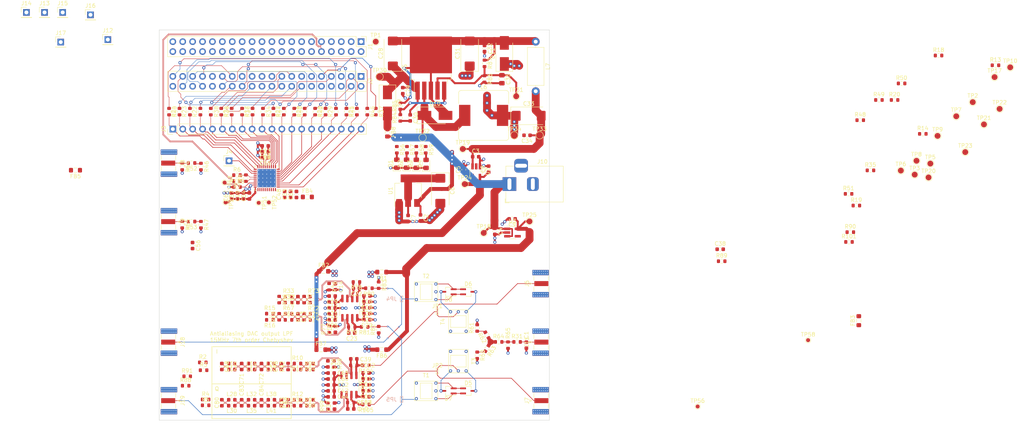
<source format=kicad_pcb>
(kicad_pcb (version 20171130) (host pcbnew "(5.1.8)-1")
  (title_block (title "IQ Modulator") (rev v01) (comment 4 "Author: Nebi Cicek"))
  (layers (0 F.Cu signal) (1 In1.Cu power) (2 In2.Cu power) (31 B.Cu signal) (34 B.Paste user) (35 F.Paste user) (36 B.SilkS user) (37 F.SilkS user) (38 B.Mask user) (39 F.Mask user) (44 Edge.Cuts user))
  (net 0 "")
  (net 1 GNDA)
  (net 2 /RF_LP_FILTERED_OUT)
  (net 3 +5V)
  (net 4 -5V)
  (net 5 "Net-(C5-Pad1)")
  (net 6 +3V3)
  (net 7 -2V5)
  (net 8 +2V5)
  (net 9 /mixer/CLK_I_N)
  (net 10 /mixer/CLK_I_P)
  (net 11 /mixer/CLK_Q_N)
  (net 12 /mixer/CLK_Q_P)
  (net 13 /mixer/+OPAMP_2.5V)
  (net 14 /mixer/-OPAMP_2.5V)
  (net 15 "Net-(C22-Pad1)")
  (net 16 "Net-(C23-Pad1)")
  (net 17 "Net-(C28-Pad1)")
  (net 18 "Net-(C30-Pad2)")
  (net 19 "Net-(C35-Pad1)")
  (net 20 "Net-(C38-Pad1)")
  (net 21 "Net-(C39-Pad1)")
  (net 22 "Net-(C40-Pad1)")
  (net 23 "/IQ DAC and AA filter/+OPAMP_2.5V")
  (net 24 "/IQ DAC and AA filter/-OPAMP_2.5V")
  (net 25 "/IQ DAC and AA filter/AVDD")
  (net 26 "/IQ DAC and AA filter/CVDD")
  (net 27 "/IQ DAC and AA filter/DVDD")
  (net 28 "/IQ DAC and AA filter/I AA Filter/50R_IN_N")
  (net 29 "/IQ DAC and AA filter/I AA Filter/50R_IN_P")
  (net 30 "/IQ DAC and AA filter/I AA Filter/50R_OUT_N")
  (net 31 "/IQ DAC and AA filter/I AA Filter/50R_OUT_P")
  (net 32 "/IQ DAC and AA filter/Q AA filter/50R_IN_N")
  (net 33 "/IQ DAC and AA filter/Q AA filter/50R_IN_P")
  (net 34 "/IQ DAC and AA filter/Q AA filter/50R_OUT_N")
  (net 35 "/IQ DAC and AA filter/Q AA filter/50R_OUT_P")
  (net 36 "Net-(D1-Pad2)")
  (net 37 "Net-(D2-Pad2)")
  (net 38 "Net-(D3-Pad2)")
  (net 39 "Net-(D4-Pad2)")
  (net 40 "Net-(D5-Pad3)")
  (net 41 "Net-(D5-Pad2)")
  (net 42 "Net-(D5-Pad1)")
  (net 43 "Net-(D6-Pad3)")
  (net 44 "Net-(D6-Pad2)")
  (net 45 "Net-(D6-Pad1)")
  (net 46 "Net-(D7-Pad3)")
  (net 47 "Net-(D8-Pad3)")
  (net 48 "Net-(D9-Pad2)")
  (net 49 "Net-(D10-Pad1)")
  (net 50 /LED3)
  (net 51 /LED2)
  (net 52 /LED1)
  (net 53 /LED0)
  (net 54 /VCCIO0)
  (net 55 "Net-(J2-Pad39)")
  (net 56 "Net-(J2-Pad38)")
  (net 57 "Net-(J2-Pad37)")
  (net 58 "Net-(J2-Pad35)")
  (net 59 "Net-(J2-Pad34)")
  (net 60 "Net-(J2-Pad33)")
  (net 61 "Net-(J2-Pad30)")
  (net 62 "Net-(J2-Pad29)")
  (net 63 "Net-(J2-Pad28)")
  (net 64 "Net-(J2-Pad27)")
  (net 65 "Net-(J2-Pad26)")
  (net 66 /CLK_EXT_IN)
  (net 67 "Net-(J2-Pad24)")
  (net 68 "Net-(J2-Pad20)")
  (net 69 /CLK_OUT)
  (net 70 "Net-(J2-Pad17)")
  (net 71 "Net-(J2-Pad16)")
  (net 72 "Net-(J2-Pad15)")
  (net 73 "Net-(J2-Pad14)")
  (net 74 "Net-(J2-Pad10)")
  (net 75 "Net-(J2-Pad9)")
  (net 76 "Net-(J2-Pad8)")
  (net 77 "Net-(J2-Pad7)")
  (net 78 "Net-(J2-Pad6)")
  (net 79 "Net-(J2-Pad5)")
  (net 80 "Net-(J2-Pad4)")
  (net 81 "Net-(J2-Pad3)")
  (net 82 /VCCIO1)
  (net 83 /B9)
  (net 84 /B8)
  (net 85 /B7)
  (net 86 /B6)
  (net 87 /B5)
  (net 88 /B4)
  (net 89 /B3)
  (net 90 /B2)
  (net 91 /B1)
  (net 92 /B0)
  (net 93 /~CW)
  (net 94 /A9)
  (net 95 /A8)
  (net 96 /A7)
  (net 97 /A6)
  (net 98 /A5)
  (net 99 /A4)
  (net 100 /A3)
  (net 101 /A2)
  (net 102 /A1)
  (net 103 /A0)
  (net 104 /DAC_CLK_P)
  (net 105 /Q_CLK_N)
  (net 106 /Q_CLK_P)
  (net 107 /I_CLK_P)
  (net 108 /DAC_CLK_N)
  (net 109 "/IQ DAC and AA filter/CLK")
  (net 110 "/IQ DAC and AA filter/~CLK")
  (net 111 /I_CLK_N)
  (net 112 /SW0)
  (net 113 /SW1)
  (net 114 /SW2)
  (net 115 "/IQ DAC and AA filter/I_DAC_OUT")
  (net 116 "/IQ DAC and AA filter/Q_DAC_OUT")
  (net 117 /SW3)
  (net 118 /mixer/RF_Q)
  (net 119 /mixer/RF_I)
  (net 120 "Net-(R62-Pad1)")
  (net 121 /RF_OUT)
  (net 122 "Net-(JP4-Pad1)")
  (net 123 "Net-(R84-Pad2)")
  (net 124 "/IQ DAC and AA filter/A_IOUT_P")
  (net 125 "/IQ DAC and AA filter/A_IOUT_N")
  (net 126 "/IQ DAC and AA filter/B_IOUT_P")
  (net 127 "/IQ DAC and AA filter/B_IOUT_N")
  (net 128 "Net-(R100-Pad2)")
  (net 129 "Net-(R101-Pad2)")
  (net 130 /mixer/IF_Q)
  (net 131 /mixer/IF_I)
  (net 132 "/negative rail generator/-5VO")
  (net 133 "/IQ DAC and AA filter/I AA Filter/F_N")
  (net 134 "/IQ DAC and AA filter/I AA Filter/F_P")
  (net 135 "/IQ DAC and AA filter/I AA Filter/F2_N")
  (net 136 "/IQ DAC and AA filter/I AA Filter/F2_P")
  (net 137 "/IQ DAC and AA filter/Q AA filter/F_N")
  (net 138 "/IQ DAC and AA filter/Q AA filter/F_P")
  (net 139 "/IQ DAC and AA filter/Q AA filter/F2_N")
  (net 140 "/IQ DAC and AA filter/Q AA filter/F2_P")
  (net 141 "/IQ DAC and AA filter/I_F_P")
  (net 142 "/IQ DAC and AA filter/I_F_N")
  (net 143 "/IQ DAC and AA filter/Q_F_P")
  (net 144 "/IQ DAC and AA filter/Q_F_N")
  (net 145 "/IQ DAC and AA filter/I_FB_P")
  (net 146 "/IQ DAC and AA filter/Q_FB_P")
  (net 147 "/IQ DAC and AA filter/I_FB_N")
  (net 148 "/IQ DAC and AA filter/Q_FB_N")
  (net 149 /I_OUT)
  (net 150 /Q_OUT)
  (net 151 /CLK_EXT_IN_Connector)
  (net 152 /CLK_OUT_connector)
  (net 153 /mixer/LO_I_EXT)
  (net 154 /mixer/LO_Q_EXT)
  (net 155 /mixer/LO_Q)
  (net 156 /mixer/LO_I)
  (net 157 "Net-(JP5-Pad1)")
  (net 158 /mixer/CLK_I_1_N)
  (net 159 /mixer/CLK_I_1_P)
  (net 160 /mixer/CLK_Q_1_N)
  (net 161 /mixer/CLK_Q_1_P)
  (net 162 /mixer/CLK_I_2_P)
  (net 163 /mixer/CLK_Q_2_P)
  (net 164 /mixer/CLK_I_2_N)
  (net 165 /mixer/CLK_Q_2_N)
  (net 166 GNDPWR)
  (net 167 GNDS)
  (net 168 GNDD)
  (module iq_siggen:qfn_max5853 (layer F.Cu) (at 77.559 87.973 180)
    (fp_text reference U6 (at 0 5.58) (layer F.SilkS))
    (fp_text value MAX5853ETL-T)
    (pad 35 smd roundrect (at 0.25 -2.9375 180) (size 0.25 0.825) (layers F.Cu F.Paste F.Mask) (net 126 "/IQ DAC and AA filter/B_IOUT_P"))
    (pad 32 smd roundrect (at 1.75 -2.9375 180) (size 0.25 0.825) (layers F.Cu F.Paste F.Mask) (net 129 "Net-(R101-Pad2)"))
    (pad 21 smd roundrect (at 2.9375 2.25 180) (size 0.825 0.25) (layers F.Cu F.Paste F.Mask) (net 91 /B1))
    (pad 41 thru_hole circle (at -1.025 -1.025 180) (size 0.5 0.5) (drill 0.2) (layers *.Cu) (net 1 GNDA))
    (pad 2 smd roundrect (at -2.9375 -1.75 180) (size 0.825 0.25) (layers F.Cu F.Paste F.Mask) (net 95 /A8))
    (pad 8 smd roundrect (at -2.9375 1.25 180) (size 0.825 0.25) (layers F.Cu F.Paste F.Mask) (net 101 /A2))
    (pad 17 smd roundrect (at 0.75 2.9375 180) (size 0.25 0.825) (layers F.Cu F.Paste F.Mask) (net 168 GNDD))
    (pad 33 smd roundrect (at 1.25 -2.9375 180) (size 0.25 0.825) (layers F.Cu F.Paste F.Mask) (net 25 "/IQ DAC and AA filter/AVDD"))
    (pad 25 smd roundrect (at 2.9375 0.25 180) (size 0.825 0.25) (layers F.Cu F.Paste F.Mask) (net 109 "/IQ DAC and AA filter/CLK"))
    (pad 41 thru_hole circle (at -2.05 -1.025 180) (size 0.5 0.5) (drill 0.2) (layers *.Cu) (net 1 GNDA))
    (pad 14 smd roundrect (at -0.75 2.9375 180) (size 0.25 0.825) (layers F.Cu F.Paste F.Mask) (net 86 /B6))
    (pad 22 smd roundrect (at 2.9375 1.75 180) (size 0.825 0.25) (layers F.Cu F.Paste F.Mask) (net 92 /B0))
    (pad 27 smd roundrect (at 2.9375 -0.75 180) (size 0.825 0.25) (layers F.Cu F.Paste F.Mask) (net 26 "/IQ DAC and AA filter/CVDD"))
    (pad 20 smd roundrect (at 2.25 2.9375 180) (size 0.25 0.825) (layers F.Cu F.Paste F.Mask) (net 90 /B2))
    (pad 31 smd roundrect (at 2.25 -2.9375 180) (size 0.25 0.825) (layers F.Cu F.Paste F.Mask) (net 20 "Net-(C38-Pad1)"))
    (pad 12 smd roundrect (at -1.75 2.9375 180) (size 0.25 0.825) (layers F.Cu F.Paste F.Mask) (net 84 /B8))
    (pad 40 thru_hole circle (at -2.05 -2.05 180) (size 0.5 0.5) (drill 0.2) (layers *.Cu) (net 1 GNDA))
    (pad 38 smd roundrect (at -1.25 -2.9375 180) (size 0.25 0.825) (layers F.Cu F.Paste F.Mask) (net 124 "/IQ DAC and AA filter/A_IOUT_P"))
    (pad 36 thru_hole circle (at 0 -2.05 180) (size 0.5 0.5) (drill 0.2) (layers *.Cu) (net 1 GNDA))
    (pad 1 smd roundrect (at -2.9375 -2.25 180) (size 0.825 0.25) (layers F.Cu F.Paste F.Mask) (net 94 /A9))
    (pad 6 smd roundrect (at -2.9375 0.25 180) (size 0.825 0.25) (layers F.Cu F.Paste F.Mask) (net 99 /A4))
    (pad 24 smd roundrect (at 2.9375 0.75 180) (size 0.825 0.25) (layers F.Cu F.Paste F.Mask) (net 167 GNDS))
    (pad 15 smd roundrect (at -0.25 2.9375 180) (size 0.25 0.825) (layers F.Cu F.Paste F.Mask) (net 87 /B5))
    (pad 36 smd roundrect (at -0.25 -2.9375 180) (size 0.25 0.825) (layers F.Cu F.Paste F.Mask) (net 1 GNDA))
    (pad 41 thru_hole circle (at -2.05 0 180) (size 0.5 0.5) (drill 0.2) (layers *.Cu) (net 1 GNDA))
    (pad 41 thru_hole circle (at -1.025 0 180) (size 0.5 0.5) (drill 0.2) (layers *.Cu) (net 1 GNDA))
    (pad 41 thru_hole circle (at 0 0 180) (size 0.5 0.5) (drill 0.2) (layers *.Cu) (net 1 GNDA))
    (pad 41 thru_hole circle (at 1.025 -1.025 180) (size 0.5 0.5) (drill 0.2) (layers *.Cu) (net 1 GNDA))
    (pad 10 smd roundrect (at -2.9375 2.25 180) (size 0.825 0.25) (layers F.Cu F.Paste F.Mask) (net 103 /A0))
    (pad 41 thru_hole circle (at 1.025 0 180) (size 0.5 0.5) (drill 0.2) (layers *.Cu) (net 1 GNDA))
    (pad 41 thru_hole circle (at 2.05 0 180) (size 0.5 0.5) (drill 0.2) (layers *.Cu) (net 1 GNDA))
    (pad 37 smd roundrect (at -0.75 -2.9375 180) (size 0.25 0.825) (layers F.Cu F.Paste F.Mask) (net 125 "/IQ DAC and AA filter/A_IOUT_N"))
    (pad 5 smd roundrect (at -2.9375 -0.25 180) (size 0.825 0.25) (layers F.Cu F.Paste F.Mask) (net 98 /A5))
    (pad 41 thru_hole circle (at 0 1.025 180) (size 0.5 0.5) (drill 0.2) (layers *.Cu) (net 1 GNDA))
    (pad 41 thru_hole circle (at 1.025 1.025 180) (size 0.5 0.5) (drill 0.2) (layers *.Cu) (net 1 GNDA))
    (pad 41 smd rect (at 0 0 180) (size 4.6 4.6) (layers F.Cu F.Mask) (net 1 GNDA))
    (pad 18 smd roundrect (at 1.25 2.9375 180) (size 0.25 0.825) (layers F.Cu F.Paste F.Mask) (net 88 /B4))
    (pad 29 thru_hole circle (at 2.05 -2.05 180) (size 0.5 0.5) (drill 0.2) (layers *.Cu) (net 167 GNDS))
    (pad 41 thru_hole circle (at -1.025 1.025 180) (size 0.5 0.5) (drill 0.2) (layers *.Cu) (net 1 GNDA))
    (pad 13 smd roundrect (at -1.25 2.9375 180) (size 0.25 0.825) (layers F.Cu F.Paste F.Mask) (net 85 /B7))
    (pad 11 smd roundrect (at -2.25 2.9375 180) (size 0.25 0.825) (layers F.Cu F.Paste F.Mask) (net 83 /B9))
    (pad 9 smd roundrect (at -2.9375 1.75 180) (size 0.825 0.25) (layers F.Cu F.Paste F.Mask) (net 102 /A1))
    (pad 28 smd roundrect (at 2.9375 -1.25 180) (size 0.825 0.25) (layers F.Cu F.Paste F.Mask) (net 128 "Net-(R100-Pad2)"))
    (pad 30 smd roundrect (at 2.9375 -2.25 180) (size 0.825 0.25) (layers F.Cu F.Paste F.Mask) (net 26 "/IQ DAC and AA filter/CVDD"))
    (pad 34 smd roundrect (at 0.75 -2.9375 180) (size 0.25 0.825) (layers F.Cu F.Paste F.Mask) (net 127 "/IQ DAC and AA filter/B_IOUT_N"))
    (pad 41 thru_hole circle (at -1.025 -2.05 180) (size 0.5 0.5) (drill 0.2) (layers *.Cu) (net 1 GNDA))
    (pad 41 thru_hole circle (at 2.05 -1.025 180) (size 0.5 0.5) (drill 0.2) (layers *.Cu) (net 1 GNDA))
    (pad 39 smd roundrect (at -1.75 -2.9375 180) (size 0.25 0.825) (layers F.Cu F.Paste F.Mask) (net 25 "/IQ DAC and AA filter/AVDD"))
    (pad 3 smd roundrect (at -2.9375 -1.25 180) (size 0.825 0.25) (layers F.Cu F.Paste F.Mask) (net 96 /A7))
    (pad 29 smd roundrect (at 2.9375 -1.75 180) (size 0.825 0.25) (layers F.Cu F.Paste F.Mask) (net 167 GNDS))
    (pad 41 thru_hole circle (at 1.025 -2.05 180) (size 0.5 0.5) (drill 0.2) (layers *.Cu) (net 1 GNDA))
    (pad 23 smd roundrect (at 2.9375 1.25 180) (size 0.825 0.25) (layers F.Cu F.Paste F.Mask) (net 93 /~CW))
    (pad 41 thru_hole circle (at 0 -1.025 180) (size 0.5 0.5) (drill 0.2) (layers *.Cu) (net 1 GNDA))
    (pad 7 smd roundrect (at -2.9375 0.75 180) (size 0.825 0.25) (layers F.Cu F.Paste F.Mask) (net 100 /A3))
    (pad 26 smd roundrect (at 2.9375 -0.25 180) (size 0.825 0.25) (layers F.Cu F.Paste F.Mask) (net 110 "/IQ DAC and AA filter/~CLK"))
    (pad 4 smd roundrect (at -2.9375 -0.75 180) (size 0.825 0.25) (layers F.Cu F.Paste F.Mask) (net 97 /A6))
    (pad 41 thru_hole circle (at -2.05 1.025 180) (size 0.5 0.5) (drill 0.2) (layers *.Cu) (net 1 GNDA))
    (pad 41 thru_hole circle (at 2.05 1.025 180) (size 0.5 0.5) (drill 0.2) (layers *.Cu) (net 1 GNDA))
    (pad 40 smd roundrect (at -2.25 -2.9375 180) (size 0.25 0.825) (layers F.Cu F.Paste F.Mask) (net 1 GNDA))
    (pad 19 smd roundrect (at 1.75 2.9375 180) (size 0.25 0.825) (layers F.Cu F.Paste F.Mask) (net 89 /B3))
    (pad 41 thru_hole circle (at -2.05 2.05 180) (size 0.5 0.5) (drill 0.2) (layers *.Cu) (net 1 GNDA))
    (pad 16 smd roundrect (at 0.25 2.9375 180) (size 0.25 0.825) (layers F.Cu F.Paste F.Mask) (net 27 "/IQ DAC and AA filter/DVDD"))
    (pad 17 thru_hole circle (at 1.025 2.05 180) (size 0.5 0.5) (drill 0.2) (layers *.Cu) (net 168 GNDD))
    (pad 41 smd rect (at 0 0 180) (size 4.6 4.6) (layers B.Cu) (net 1 GNDA))
    (pad 41 thru_hole circle (at 2.05 2.05 180) (size 0.5 0.5) (drill 0.2) (layers *.Cu) (net 1 GNDA))
    (pad 41 thru_hole circle (at -1.025 2.05 180) (size 0.5 0.5) (drill 0.2) (layers *.Cu) (net 1 GNDA))
    (pad 41 thru_hole circle (at 0 2.05 180) (size 0.5 0.5) (drill 0.2) (layers *.Cu) (net 1 GNDA))
  )
  (module TestPoint:TestPoint_Pad_D1.0mm (layer F.Cu) (at 216.3 129.5)
    (fp_text reference TP58 (at 0 -1.448) (layer F.SilkS))
    (fp_text value TestPoint)
    (pad 1 smd circle (at 0 0) (size 1 1) (layers F.Cu F.Mask) (net 27 "/IQ DAC and AA filter/DVDD"))
  )
  (module TestPoint:TestPoint_Pad_D1.0mm (layer F.Cu) (at 67.018 94.196 270)
    (fp_text reference TP57 (at 0 -1.448 90) (layer F.SilkS))
    (fp_text value TestPoint)
    (pad 1 smd circle (at 0 0 270) (size 1 1) (layers F.Cu F.Mask) (net 26 "/IQ DAC and AA filter/CVDD"))
  )
  (module TestPoint:TestPoint_Pad_D1.0mm (layer F.Cu) (at 188 146.5)
    (fp_text reference TP56 (at 0 -1.448) (layer F.SilkS))
    (fp_text value TestPoint)
    (pad 1 smd circle (at 0 0) (size 1 1) (layers F.Cu F.Mask) (net 25 "/IQ DAC and AA filter/AVDD"))
  )
  (module TestPoint:TestPoint_Pad_D1.0mm (layer F.Cu) (at 66.764 89.116 270)
    (fp_text reference TP53 (at 0 -1.448 90) (layer F.SilkS))
    (fp_text value TestPoint)
    (pad 1 smd circle (at 0 0 270) (size 1 1) (layers F.Cu F.Mask) (net 128 "Net-(R100-Pad2)"))
  )
  (module TestPoint:TestPoint_Pad_D1.0mm (layer F.Cu) (at 78.1 94.2 270)
    (fp_text reference TP52 (at 0 -1.448 90) (layer F.SilkS))
    (fp_text value TestPoint)
    (pad 1 smd circle (at 0 0 270) (size 1 1) (layers F.Cu F.Mask) (net 129 "Net-(R101-Pad2)"))
  )
  (module TestPoint:TestPoint_Pad_D1.0mm (layer F.Cu) (at 75.5 94.3 270)
    (fp_text reference TP51 (at 0 -1.448 90) (layer F.SilkS))
    (fp_text value TestPoint)
    (pad 1 smd circle (at 0 0 270) (size 1 1) (layers F.Cu F.Mask) (net 20 "Net-(C38-Pad1)"))
  )
  (module Inductor_SMD:L_0805_2012Metric_Pad1.05x1.20mm_HandSolder (layer F.Cu) (at 107.046 131.934 180)
    (fp_text reference FB6 (at 0 -1.55) (layer F.SilkS))
    (fp_text value Ferrite_Bead_Small)
    (pad 2 smd roundrect (at 1.15 0 180) (size 1.05 1.2) (layers F.Cu F.Paste F.Mask) (roundrect_rratio 0.238095) (net 23 "/IQ DAC and AA filter/+OPAMP_2.5V"))
    (pad 1 smd roundrect (at -1.15 0 180) (size 1.05 1.2) (layers F.Cu F.Paste F.Mask) (roundrect_rratio 0.238095) (net 8 +2V5))
  )
  (module Inductor_SMD:L_0603_1608Metric (layer F.Cu) (at 73.675 144.773)
    (fp_text reference L32 (at 0 -1.43) (layer F.SilkS))
    (fp_text value 866n)
    (pad 2 smd roundrect (at 0.7875 0) (size 0.875 0.95) (layers F.Cu F.Paste F.Mask) (net 140 "/IQ DAC and AA filter/Q AA filter/F2_P"))
    (pad 1 smd roundrect (at -0.7875 0) (size 0.875 0.95) (layers F.Cu F.Paste F.Mask) (net 138 "/IQ DAC and AA filter/Q AA filter/F_P"))
  )
  (module Resistor_SMD:R_0603_1608Metric (layer F.Cu) (at 94.833 135.585 270)
    (fp_text reference R98 (at 0 -1.43 90) (layer F.SilkS))
    (fp_text value 1k)
    (pad 2 smd roundrect (at 0.825 0 270) (size 0.8 0.95) (layers F.Cu F.Paste F.Mask) (net 1 GNDA))
    (pad 1 smd roundrect (at -0.825 0 270) (size 0.8 0.95) (layers F.Cu F.Paste F.Mask) (net 145 "/IQ DAC and AA filter/I_FB_P"))
  )
  (module Resistor_SMD:R_0603_1608Metric (layer F.Cu) (at 88.661 146.297)
    (fp_text reference R97 (at 0 -1.43) (layer F.SilkS))
    (fp_text value 500)
    (pad 2 smd roundrect (at 0.825 0) (size 0.8 0.95) (layers F.Cu F.Paste F.Mask) (net 148 "/IQ DAC and AA filter/Q_FB_N"))
    (pad 1 smd roundrect (at -0.825 0) (size 0.8 0.95) (layers F.Cu F.Paste F.Mask) (net 144 "/IQ DAC and AA filter/Q_F_N"))
  )
  (module Resistor_SMD:R_0603_1608Metric (layer F.Cu) (at 61.175 135.2)
    (fp_text reference R2 (at 0 -1.43) (layer F.SilkS))
    (fp_text value 0)
    (pad 2 smd roundrect (at 0.825 0) (size 0.8 0.95) (layers F.Cu F.Paste F.Mask) (net 29 "/IQ DAC and AA filter/I AA Filter/50R_IN_P"))
    (pad 1 smd roundrect (at -0.825 0) (size 0.8 0.95) (layers F.Cu F.Paste F.Mask) (net 124 "/IQ DAC and AA filter/A_IOUT_P"))
  )
  (module Resistor_SMD:R_0603_1608Metric (layer F.Cu) (at 88.661 135.488 180)
    (fp_text reference R94 (at 0 -1.43) (layer F.SilkS))
    (fp_text value 500)
    (pad 2 smd roundrect (at 0.825 0 180) (size 0.8 0.95) (layers F.Cu F.Paste F.Mask) (net 142 "/IQ DAC and AA filter/I_F_N"))
    (pad 1 smd roundrect (at -0.825 0 180) (size 0.8 0.95) (layers F.Cu F.Paste F.Mask) (net 147 "/IQ DAC and AA filter/I_FB_N"))
  )
  (module Inductor_SMD:L_0603_1608Metric (layer F.Cu) (at 78.7 135.488)
    (fp_text reference L23 (at 0 1.3) (layer F.SilkS))
    (fp_text value 732n)
    (pad 2 smd roundrect (at 0.7875 0) (size 0.875 0.95) (layers F.Cu F.Paste F.Mask) (net 30 "/IQ DAC and AA filter/I AA Filter/50R_OUT_N"))
    (pad 1 smd roundrect (at -0.7875 0) (size 0.875 0.95) (layers F.Cu F.Paste F.Mask) (net 135 "/IQ DAC and AA filter/I AA Filter/F2_N"))
  )
  (module Resistor_SMD:R_0603_1608Metric (layer F.Cu) (at 83.036 136.25 90)
    (fp_text reference R92 (at 0 -1.43 90) (layer F.SilkS))
    (fp_text value 50)
    (pad 2 smd roundrect (at 0.825 0 90) (size 0.8 0.95) (layers F.Cu F.Paste F.Mask) (net 30 "/IQ DAC and AA filter/I AA Filter/50R_OUT_N"))
    (pad 1 smd roundrect (at -0.825 0 90) (size 0.8 0.95) (layers F.Cu F.Paste F.Mask) (net 31 "/IQ DAC and AA filter/I AA Filter/50R_OUT_P"))
  )
  (module Inductor_SMD:L_0603_1608Metric (layer F.Cu) (at 68.595 137.012)
    (fp_text reference L10 (at 0 -1.43) (layer F.SilkS))
    (fp_text value 732n)
    (pad 2 smd roundrect (at 0.7875 0) (size 0.875 0.95) (layers F.Cu F.Paste F.Mask) (net 134 "/IQ DAC and AA filter/I AA Filter/F_P"))
    (pad 1 smd roundrect (at -0.7875 0) (size 0.875 0.95) (layers F.Cu F.Paste F.Mask) (net 29 "/IQ DAC and AA filter/I AA Filter/50R_IN_P"))
  )
  (module Resistor_SMD:R_0603_1608Metric (layer F.Cu) (at 99.872999 135.954 180)
    (fp_text reference R102 (at -3.544001 0) (layer F.SilkS))
    (fp_text value 1k)
    (pad 2 smd roundrect (at 0.825 0 180) (size 0.8 0.95) (layers F.Cu F.Paste F.Mask) (net 147 "/IQ DAC and AA filter/I_FB_N"))
    (pad 1 smd roundrect (at -0.825 0 180) (size 0.8 0.95) (layers F.Cu F.Paste F.Mask) (net 21 "Net-(C39-Pad1)"))
  )
  (module Resistor_SMD:R_0603_1608Metric (layer F.Cu) (at 88.661 144.773 180)
    (fp_text reference R96 (at 0 -1.43) (layer F.SilkS))
    (fp_text value 500)
    (pad 2 smd roundrect (at 0.825 0 180) (size 0.8 0.95) (layers F.Cu F.Paste F.Mask) (net 143 "/IQ DAC and AA filter/Q_F_P"))
    (pad 1 smd roundrect (at -0.825 0 180) (size 0.8 0.95) (layers F.Cu F.Paste F.Mask) (net 146 "/IQ DAC and AA filter/Q_FB_P"))
  )
  (module Resistor_SMD:R_0603_1608Metric (layer F.Cu) (at 83.036 145.535 90)
    (fp_text reference R93 (at 0 -1.43 90) (layer F.SilkS))
    (fp_text value 50)
    (pad 2 smd roundrect (at 0.825 0 90) (size 0.8 0.95) (layers F.Cu F.Paste F.Mask) (net 35 "/IQ DAC and AA filter/Q AA filter/50R_OUT_P"))
    (pad 1 smd roundrect (at -0.825 0 90) (size 0.8 0.95) (layers F.Cu F.Paste F.Mask) (net 34 "/IQ DAC and AA filter/Q AA filter/50R_OUT_N"))
  )
  (module Capacitor_SMD:C_0603_1608Metric (layer F.Cu) (at 94.072 144.027 180)
    (fp_text reference C44 (at -3.035 0) (layer F.SilkS))
    (fp_text value 0.1u)
    (pad 2 smd roundrect (at 0.775 0 180) (size 0.9 0.95) (layers F.Cu F.Paste F.Mask) (net 1 GNDA))
    (pad 1 smd roundrect (at -0.775 0 180) (size 0.9 0.95) (layers F.Cu F.Paste F.Mask) (net 24 "/IQ DAC and AA filter/-OPAMP_2.5V"))
  )
  (module Inductor_SMD:L_0603_1608Metric (layer F.Cu) (at 73.675 137.012)
    (fp_text reference L14 (at 0 -1.43) (layer F.SilkS))
    (fp_text value 866n)
    (pad 2 smd roundrect (at 0.7875 0) (size 0.875 0.95) (layers F.Cu F.Paste F.Mask) (net 136 "/IQ DAC and AA filter/I AA Filter/F2_P"))
    (pad 1 smd roundrect (at -0.7875 0) (size 0.875 0.95) (layers F.Cu F.Paste F.Mask) (net 134 "/IQ DAC and AA filter/I AA Filter/F_P"))
  )
  (module Resistor_SMD:R_0603_1608Metric (layer F.Cu) (at 85.449 146.297)
    (fp_text reference R30 (at 0 -1.43) (layer F.SilkS))
    (fp_text value 0)
    (pad 2 smd roundrect (at 0.825 0) (size 0.8 0.95) (layers F.Cu F.Paste F.Mask) (net 144 "/IQ DAC and AA filter/Q_F_N"))
    (pad 1 smd roundrect (at -0.825 0) (size 0.8 0.95) (layers F.Cu F.Paste F.Mask) (net 34 "/IQ DAC and AA filter/Q AA filter/50R_OUT_N"))
  )
  (module Capacitor_SMD:C_0603_1608Metric (layer F.Cu) (at 94.072 137.931 180)
    (fp_text reference C65 (at -3.035 0) (layer F.SilkS))
    (fp_text value 10u)
    (pad 2 smd roundrect (at 0.775 0 180) (size 0.9 0.95) (layers F.Cu F.Paste F.Mask) (net 1 GNDA))
    (pad 1 smd roundrect (at -0.775 0 180) (size 0.9 0.95) (layers F.Cu F.Paste F.Mask) (net 24 "/IQ DAC and AA filter/-OPAMP_2.5V"))
  )
  (module Capacitor_SMD:C_0603_1608Metric (layer F.Cu) (at 103.011 140.955 180)
    (fp_text reference C43 (at 0 -1.43) (layer F.SilkS))
    (fp_text value 0.1u)
    (pad 2 smd roundrect (at 0.775 0 180) (size 0.9 0.95) (layers F.Cu F.Paste F.Mask) (net 23 "/IQ DAC and AA filter/+OPAMP_2.5V"))
    (pad 1 smd roundrect (at -0.775 0 180) (size 0.9 0.95) (layers F.Cu F.Paste F.Mask) (net 1 GNDA))
  )
  (module Inductor_SMD:L_0603_1608Metric (layer F.Cu) (at 68.595 146.297)
    (fp_text reference L30 (at 0 1.3) (layer F.SilkS))
    (fp_text value 732n)
    (pad 2 smd roundrect (at 0.7875 0) (size 0.875 0.95) (layers F.Cu F.Paste F.Mask) (net 137 "/IQ DAC and AA filter/Q AA filter/F_N"))
    (pad 1 smd roundrect (at -0.7875 0) (size 0.875 0.95) (layers F.Cu F.Paste F.Mask) (net 32 "/IQ DAC and AA filter/Q AA filter/50R_IN_N"))
  )
  (module Capacitor_SMD:C_0603_1608Metric (layer F.Cu) (at 76.215 145.535 270)
    (fp_text reference C84 (at -3.175 0 90) (layer F.SilkS))
    (fp_text value 187p)
    (pad 2 smd roundrect (at 0.775 0 270) (size 0.9 0.95) (layers F.Cu F.Paste F.Mask) (net 139 "/IQ DAC and AA filter/Q AA filter/F2_N"))
    (pad 1 smd roundrect (at -0.775 0 270) (size 0.9 0.95) (layers F.Cu F.Paste F.Mask) (net 140 "/IQ DAC and AA filter/Q AA filter/F2_P"))
  )
  (module Inductor_SMD:L_0603_1608Metric (layer F.Cu) (at 68.595 135.488)
    (fp_text reference L12 (at 0 1.3) (layer F.SilkS))
    (fp_text value 732n)
    (pad 2 smd roundrect (at 0.7875 0) (size 0.875 0.95) (layers F.Cu F.Paste F.Mask) (net 133 "/IQ DAC and AA filter/I AA Filter/F_N"))
    (pad 1 smd roundrect (at -0.7875 0) (size 0.875 0.95) (layers F.Cu F.Paste F.Mask) (net 28 "/IQ DAC and AA filter/I AA Filter/50R_IN_N"))
  )
  (module Capacitor_SMD:C_0603_1608Metric (layer F.Cu) (at 71.135 145.535 270)
    (fp_text reference C83 (at -3.175 0 90) (layer F.SilkS))
    (fp_text value 187p)
    (pad 2 smd roundrect (at 0.775 0 270) (size 0.9 0.95) (layers F.Cu F.Paste F.Mask) (net 137 "/IQ DAC and AA filter/Q AA filter/F_N"))
    (pad 1 smd roundrect (at -0.775 0 270) (size 0.9 0.95) (layers F.Cu F.Paste F.Mask) (net 138 "/IQ DAC and AA filter/Q AA filter/F_P"))
  )
  (module Capacitor_SMD:C_0603_1608Metric (layer F.Cu) (at 93.233 135.585 270)
    (fp_text reference C36 (at 0 -1.43 90) (layer F.SilkS))
    (fp_text value 5p)
    (pad 2 smd roundrect (at 0.775 0 270) (size 0.9 0.95) (layers F.Cu F.Paste F.Mask) (net 1 GNDA))
    (pad 1 smd roundrect (at -0.775 0 270) (size 0.9 0.95) (layers F.Cu F.Paste F.Mask) (net 145 "/IQ DAC and AA filter/I_FB_P"))
  )
  (module Capacitor_SMD:C_0603_1608Metric (layer F.Cu) (at 66.055 145.535 270)
    (fp_text reference C80 (at 0 1.27 90) (layer F.SilkS))
    (fp_text value 85p)
    (pad 2 smd roundrect (at 0.775 0 270) (size 0.9 0.95) (layers F.Cu F.Paste F.Mask) (net 32 "/IQ DAC and AA filter/Q AA filter/50R_IN_N"))
    (pad 1 smd roundrect (at -0.775 0 270) (size 0.9 0.95) (layers F.Cu F.Paste F.Mask) (net 33 "/IQ DAC and AA filter/Q AA filter/50R_IN_P"))
  )
  (module Package_SO:SOIC-8_3.9x4.9mm_P1.27mm (layer F.Cu) (at 98.633 140.985 270)
    (fp_text reference U7 (at 0 -3.4 90) (layer F.SilkS))
    (fp_text value TLV3542IDR)
    (pad 8 smd roundrect (at 2.475 -1.905 270) (size 1.95 0.6) (layers F.Cu F.Paste F.Mask) (net 23 "/IQ DAC and AA filter/+OPAMP_2.5V"))
    (pad 7 smd roundrect (at 2.475 -0.635 270) (size 1.95 0.6) (layers F.Cu F.Paste F.Mask) (net 22 "Net-(C40-Pad1)"))
    (pad 6 smd roundrect (at 2.475 0.635 270) (size 1.95 0.6) (layers F.Cu F.Paste F.Mask) (net 148 "/IQ DAC and AA filter/Q_FB_N"))
    (pad 5 smd roundrect (at 2.475 1.905 270) (size 1.95 0.6) (layers F.Cu F.Paste F.Mask) (net 146 "/IQ DAC and AA filter/Q_FB_P"))
    (pad 4 smd roundrect (at -2.475 1.905 270) (size 1.95 0.6) (layers F.Cu F.Paste F.Mask) (net 24 "/IQ DAC and AA filter/-OPAMP_2.5V"))
    (pad 3 smd roundrect (at -2.475 0.635 270) (size 1.95 0.6) (layers F.Cu F.Paste F.Mask) (net 145 "/IQ DAC and AA filter/I_FB_P"))
    (pad 2 smd roundrect (at -2.475 -0.635 270) (size 1.95 0.6) (layers F.Cu F.Paste F.Mask) (net 147 "/IQ DAC and AA filter/I_FB_N"))
    (pad 1 smd roundrect (at -2.475 -1.905 270) (size 1.95 0.6) (layers F.Cu F.Paste F.Mask) (net 21 "Net-(C39-Pad1)"))
  )
  (module Capacitor_SMD:C_0603_1608Metric (layer F.Cu) (at 71.135 136.25 90)
    (fp_text reference C71 (at -3.175 0 90) (layer F.SilkS))
    (fp_text value 187p)
    (pad 2 smd roundrect (at 0.775 0 90) (size 0.9 0.95) (layers F.Cu F.Paste F.Mask) (net 133 "/IQ DAC and AA filter/I AA Filter/F_N"))
    (pad 1 smd roundrect (at -0.775 0 90) (size 0.9 0.95) (layers F.Cu F.Paste F.Mask) (net 134 "/IQ DAC and AA filter/I AA Filter/F_P"))
  )
  (module Capacitor_SMD:C_0603_1608Metric (layer F.Cu) (at 103.011 144.003 180)
    (fp_text reference C59 (at 0 -1.43) (layer F.SilkS))
    (fp_text value 10u)
    (pad 2 smd roundrect (at 0.775 0 180) (size 0.9 0.95) (layers F.Cu F.Paste F.Mask) (net 23 "/IQ DAC and AA filter/+OPAMP_2.5V"))
    (pad 1 smd roundrect (at -0.775 0 180) (size 0.9 0.95) (layers F.Cu F.Paste F.Mask) (net 1 GNDA))
  )
  (module Capacitor_SMD:C_0603_1608Metric (layer F.Cu) (at 99.872999 134.303 180)
    (fp_text reference C39 (at -3.036001 -0.127) (layer F.SilkS))
    (fp_text value 5p)
    (pad 2 smd roundrect (at 0.775 0 180) (size 0.9 0.95) (layers F.Cu F.Paste F.Mask) (net 147 "/IQ DAC and AA filter/I_FB_N"))
    (pad 1 smd roundrect (at -0.775 0 180) (size 0.9 0.95) (layers F.Cu F.Paste F.Mask) (net 21 "Net-(C39-Pad1)"))
  )
  (module Inductor_SMD:L_0603_1608Metric (layer F.Cu) (at 78.755 146.297)
    (fp_text reference L41 (at 0 1.3) (layer F.SilkS))
    (fp_text value 732n)
    (pad 2 smd roundrect (at 0.7875 0) (size 0.875 0.95) (layers F.Cu F.Paste F.Mask) (net 34 "/IQ DAC and AA filter/Q AA filter/50R_OUT_N"))
    (pad 1 smd roundrect (at -0.7875 0) (size 0.875 0.95) (layers F.Cu F.Paste F.Mask) (net 139 "/IQ DAC and AA filter/Q AA filter/F2_N"))
  )
  (module Resistor_SMD:R_0603_1608Metric (layer F.Cu) (at 103.011 145.985 180)
    (fp_text reference R105 (at 0 -1.43) (layer F.SilkS))
    (fp_text value 50)
    (pad 2 smd roundrect (at 0.825 0 180) (size 0.8 0.95) (layers F.Cu F.Paste F.Mask) (net 22 "Net-(C40-Pad1)"))
    (pad 1 smd roundrect (at -0.825 0 180) (size 0.8 0.95) (layers F.Cu F.Paste F.Mask) (net 116 "/IQ DAC and AA filter/Q_DAC_OUT"))
  )
  (module Capacitor_SMD:C_0603_1608Metric (layer F.Cu) (at 103.011 137.907 180)
    (fp_text reference C41 (at 0 -1.43) (layer F.SilkS))
    (fp_text value 0.1u)
    (pad 2 smd roundrect (at 0.775 0 180) (size 0.9 0.95) (layers F.Cu F.Paste F.Mask) (net 23 "/IQ DAC and AA filter/+OPAMP_2.5V"))
    (pad 1 smd roundrect (at -0.775 0 180) (size 0.9 0.95) (layers F.Cu F.Paste F.Mask) (net 1 GNDA))
  )
  (module Capacitor_SMD:C_0603_1608Metric (layer F.Cu) (at 66.055 136.25 90)
    (fp_text reference C68 (at 0 1.27 90) (layer F.SilkS))
    (fp_text value 85p)
    (pad 2 smd roundrect (at 0.775 0 90) (size 0.9 0.95) (layers F.Cu F.Paste F.Mask) (net 28 "/IQ DAC and AA filter/I AA Filter/50R_IN_N"))
    (pad 1 smd roundrect (at -0.775 0 90) (size 0.9 0.95) (layers F.Cu F.Paste F.Mask) (net 29 "/IQ DAC and AA filter/I AA Filter/50R_IN_P"))
  )
  (module Capacitor_SMD:C_0603_1608Metric (layer F.Cu) (at 81.295 136.25 90)
    (fp_text reference C76 (at 0 -1.43 90) (layer F.SilkS))
    (fp_text value 85p)
    (pad 2 smd roundrect (at 0.775 0 90) (size 0.9 0.95) (layers F.Cu F.Paste F.Mask) (net 30 "/IQ DAC and AA filter/I AA Filter/50R_OUT_N"))
    (pad 1 smd roundrect (at -0.775 0 90) (size 0.9 0.95) (layers F.Cu F.Paste F.Mask) (net 31 "/IQ DAC and AA filter/I AA Filter/50R_OUT_P"))
  )
  (module Capacitor_SMD:C_0603_1608Metric (layer F.Cu) (at 94.072 140.979 180)
    (fp_text reference C52 (at -3.035 0) (layer F.SilkS))
    (fp_text value 0.1u)
    (pad 2 smd roundrect (at 0.775 0 180) (size 0.9 0.95) (layers F.Cu F.Paste F.Mask) (net 1 GNDA))
    (pad 1 smd roundrect (at -0.775 0 180) (size 0.9 0.95) (layers F.Cu F.Paste F.Mask) (net 24 "/IQ DAC and AA filter/-OPAMP_2.5V"))
  )
  (module Capacitor_SMD:C_0603_1608Metric (layer F.Cu) (at 94.072 142.503 180)
    (fp_text reference C42 (at -3.035 0) (layer F.SilkS))
    (fp_text value 0.1u)
    (pad 2 smd roundrect (at 0.775 0 180) (size 0.9 0.95) (layers F.Cu F.Paste F.Mask) (net 1 GNDA))
    (pad 1 smd roundrect (at -0.775 0 180) (size 0.9 0.95) (layers F.Cu F.Paste F.Mask) (net 24 "/IQ DAC and AA filter/-OPAMP_2.5V"))
  )
  (module Capacitor_SMD:C_0603_1608Metric (layer F.Cu) (at 76.215 136.25 90)
    (fp_text reference C72 (at -3.175 0 90) (layer F.SilkS))
    (fp_text value 187p)
    (pad 2 smd roundrect (at 0.775 0 90) (size 0.9 0.95) (layers F.Cu F.Paste F.Mask) (net 135 "/IQ DAC and AA filter/I AA Filter/F2_N"))
    (pad 1 smd roundrect (at -0.775 0 90) (size 0.9 0.95) (layers F.Cu F.Paste F.Mask) (net 136 "/IQ DAC and AA filter/I AA Filter/F2_P"))
  )
  (module Inductor_SMD:L_0603_1608Metric (layer F.Cu) (at 73.675 146.297)
    (fp_text reference L35 (at 0 1.3) (layer F.SilkS))
    (fp_text value 866n)
    (pad 2 smd roundrect (at 0.7875 0) (size 0.875 0.95) (layers F.Cu F.Paste F.Mask) (net 139 "/IQ DAC and AA filter/Q AA filter/F2_N"))
    (pad 1 smd roundrect (at -0.7875 0) (size 0.875 0.95) (layers F.Cu F.Paste F.Mask) (net 137 "/IQ DAC and AA filter/Q AA filter/F_N"))
  )
  (module Inductor_SMD:L_0603_1608Metric (layer F.Cu) (at 78.7 137.012)
    (fp_text reference L20 (at 0 -1.43) (layer F.SilkS))
    (fp_text value 732n)
    (pad 2 smd roundrect (at 0.7875 0) (size 0.875 0.95) (layers F.Cu F.Paste F.Mask) (net 31 "/IQ DAC and AA filter/I AA Filter/50R_OUT_P"))
    (pad 1 smd roundrect (at -0.7875 0) (size 0.875 0.95) (layers F.Cu F.Paste F.Mask) (net 136 "/IQ DAC and AA filter/I AA Filter/F2_P"))
  )
  (module Resistor_SMD:R_0603_1608Metric (layer F.Cu) (at 93.233 146.385 90)
    (fp_text reference R99 (at 0 -1.43 90) (layer F.SilkS))
    (fp_text value 1k)
    (pad 2 smd roundrect (at 0.825 0 90) (size 0.8 0.95) (layers F.Cu F.Paste F.Mask) (net 1 GNDA))
    (pad 1 smd roundrect (at -0.825 0 90) (size 0.8 0.95) (layers F.Cu F.Paste F.Mask) (net 146 "/IQ DAC and AA filter/Q_FB_P"))
  )
  (module Resistor_SMD:R_0603_1608Metric (layer F.Cu) (at 61.9 144.7)
    (fp_text reference R4 (at 0 -1.43) (layer F.SilkS))
    (fp_text value 0)
    (pad 2 smd roundrect (at 0.825 0) (size 0.8 0.95) (layers F.Cu F.Paste F.Mask) (net 33 "/IQ DAC and AA filter/Q AA filter/50R_IN_P"))
    (pad 1 smd roundrect (at -0.825 0) (size 0.8 0.95) (layers F.Cu F.Paste F.Mask) (net 126 "/IQ DAC and AA filter/B_IOUT_P"))
  )
  (module Resistor_SMD:R_0603_1608Metric (layer F.Cu) (at 61.375 137.2)
    (fp_text reference R3 (at 0 -1.43) (layer F.SilkS))
    (fp_text value 0)
    (pad 2 smd roundrect (at 0.825 0) (size 0.8 0.95) (layers F.Cu F.Paste F.Mask) (net 28 "/IQ DAC and AA filter/I AA Filter/50R_IN_N"))
    (pad 1 smd roundrect (at -0.825 0) (size 0.8 0.95) (layers F.Cu F.Paste F.Mask) (net 125 "/IQ DAC and AA filter/A_IOUT_N"))
  )
  (module Capacitor_SMD:C_0603_1608Metric (layer F.Cu) (at 94.072 139.455 180)
    (fp_text reference C60 (at -3.035 0) (layer F.SilkS))
    (fp_text value 10u)
    (pad 2 smd roundrect (at 0.775 0 180) (size 0.9 0.95) (layers F.Cu F.Paste F.Mask) (net 1 GNDA))
    (pad 1 smd roundrect (at -0.775 0 180) (size 0.9 0.95) (layers F.Cu F.Paste F.Mask) (net 24 "/IQ DAC and AA filter/-OPAMP_2.5V"))
  )
  (module Resistor_SMD:R_0603_1608Metric (layer F.Cu) (at 85.449 137.012)
    (fp_text reference R11 (at 0 -0.225499) (layer F.SilkS))
    (fp_text value 0)
    (pad 2 smd roundrect (at 0.825 0) (size 0.8 0.95) (layers F.Cu F.Paste F.Mask) (net 141 "/IQ DAC and AA filter/I_F_P"))
    (pad 1 smd roundrect (at -0.825 0) (size 0.8 0.95) (layers F.Cu F.Paste F.Mask) (net 31 "/IQ DAC and AA filter/I AA Filter/50R_OUT_P"))
  )
  (module Resistor_SMD:R_0603_1608Metric (layer F.Cu) (at 99.099 145.479 180)
    (fp_text reference R103 (at -3.429 0) (layer F.SilkS))
    (fp_text value 1k)
    (pad 2 smd roundrect (at 0.825 0 180) (size 0.8 0.95) (layers F.Cu F.Paste F.Mask) (net 148 "/IQ DAC and AA filter/Q_FB_N"))
    (pad 1 smd roundrect (at -0.825 0 180) (size 0.8 0.95) (layers F.Cu F.Paste F.Mask) (net 22 "Net-(C40-Pad1)"))
  )
  (module Capacitor_SMD:C_0603_1608Metric (layer F.Cu) (at 103.011 139.431 180)
    (fp_text reference C51 (at 0 -1.43) (layer F.SilkS))
    (fp_text value 0.1u)
    (pad 2 smd roundrect (at 0.775 0 180) (size 0.9 0.95) (layers F.Cu F.Paste F.Mask) (net 23 "/IQ DAC and AA filter/+OPAMP_2.5V"))
    (pad 1 smd roundrect (at -0.775 0 180) (size 0.9 0.95) (layers F.Cu F.Paste F.Mask) (net 1 GNDA))
  )
  (module Resistor_SMD:R_0603_1608Metric (layer F.Cu) (at 103.011 135.954 180)
    (fp_text reference R104 (at 0 -1.43) (layer F.SilkS))
    (fp_text value 50)
    (pad 2 smd roundrect (at 0.825 0 180) (size 0.8 0.95) (layers F.Cu F.Paste F.Mask) (net 21 "Net-(C39-Pad1)"))
    (pad 1 smd roundrect (at -0.825 0 180) (size 0.8 0.95) (layers F.Cu F.Paste F.Mask) (net 115 "/IQ DAC and AA filter/I_DAC_OUT"))
  )
  (module Capacitor_SMD:C_0603_1608Metric (layer F.Cu) (at 103.011 142.479 180)
    (fp_text reference C64 (at 0 -1.43) (layer F.SilkS))
    (fp_text value 10u)
    (pad 2 smd roundrect (at 0.775 0 180) (size 0.9 0.95) (layers F.Cu F.Paste F.Mask) (net 23 "/IQ DAC and AA filter/+OPAMP_2.5V"))
    (pad 1 smd roundrect (at -0.775 0 180) (size 0.9 0.95) (layers F.Cu F.Paste F.Mask) (net 1 GNDA))
  )
  (module Inductor_SMD:L_0603_1608Metric (layer F.Cu) (at 68.595 144.773)
    (fp_text reference L28 (at 0 -1.43) (layer F.SilkS))
    (fp_text value 732n)
    (pad 2 smd roundrect (at 0.7875 0) (size 0.875 0.95) (layers F.Cu F.Paste F.Mask) (net 138 "/IQ DAC and AA filter/Q AA filter/F_P"))
    (pad 1 smd roundrect (at -0.7875 0) (size 0.875 0.95) (layers F.Cu F.Paste F.Mask) (net 33 "/IQ DAC and AA filter/Q AA filter/50R_IN_P"))
  )
  (module Inductor_SMD:L_0603_1608Metric (layer F.Cu) (at 78.755 144.773)
    (fp_text reference L38 (at 0 -1.43) (layer F.SilkS))
    (fp_text value 732n)
    (pad 2 smd roundrect (at 0.7875 0) (size 0.875 0.95) (layers F.Cu F.Paste F.Mask) (net 35 "/IQ DAC and AA filter/Q AA filter/50R_OUT_P"))
    (pad 1 smd roundrect (at -0.7875 0) (size 0.875 0.95) (layers F.Cu F.Paste F.Mask) (net 140 "/IQ DAC and AA filter/Q AA filter/F2_P"))
  )
  (module Capacitor_SMD:C_0603_1608Metric (layer F.Cu) (at 94.933 146.385 90)
    (fp_text reference C37 (at 0 -1.43 90) (layer F.SilkS))
    (fp_text value 5p)
    (pad 2 smd roundrect (at 0.775 0 90) (size 0.9 0.95) (layers F.Cu F.Paste F.Mask) (net 1 GNDA))
    (pad 1 smd roundrect (at -0.775 0 90) (size 0.9 0.95) (layers F.Cu F.Paste F.Mask) (net 146 "/IQ DAC and AA filter/Q_FB_P"))
  )
  (module Resistor_SMD:R_0603_1608Metric (layer F.Cu) (at 85.449 135.488)
    (fp_text reference R10 (at 0 -1.43) (layer F.SilkS))
    (fp_text value 0)
    (pad 2 smd roundrect (at 0.825 0) (size 0.8 0.95) (layers F.Cu F.Paste F.Mask) (net 142 "/IQ DAC and AA filter/I_F_N"))
    (pad 1 smd roundrect (at -0.825 0) (size 0.8 0.95) (layers F.Cu F.Paste F.Mask) (net 30 "/IQ DAC and AA filter/I AA Filter/50R_OUT_N"))
  )
  (module Resistor_SMD:R_0603_1608Metric (layer F.Cu) (at 88.661 137.012)
    (fp_text reference R95 (at 0 -1.43) (layer F.SilkS))
    (fp_text value 500)
    (pad 2 smd roundrect (at 0.825 0) (size 0.8 0.95) (layers F.Cu F.Paste F.Mask) (net 145 "/IQ DAC and AA filter/I_FB_P"))
    (pad 1 smd roundrect (at -0.825 0) (size 0.8 0.95) (layers F.Cu F.Paste F.Mask) (net 141 "/IQ DAC and AA filter/I_F_P"))
  )
  (module Resistor_SMD:R_0603_1608Metric (layer F.Cu) (at 61.9 146.2)
    (fp_text reference R5 (at 0 -1.43) (layer F.SilkS))
    (fp_text value 0)
    (pad 2 smd roundrect (at 0.825 0) (size 0.8 0.95) (layers F.Cu F.Paste F.Mask) (net 32 "/IQ DAC and AA filter/Q AA filter/50R_IN_N"))
    (pad 1 smd roundrect (at -0.825 0) (size 0.8 0.95) (layers F.Cu F.Paste F.Mask) (net 127 "/IQ DAC and AA filter/B_IOUT_N"))
  )
  (module Capacitor_SMD:C_0603_1608Metric (layer F.Cu) (at 99.099 147.13 180)
    (fp_text reference C40 (at -3.048 0) (layer F.SilkS))
    (fp_text value 5p)
    (pad 2 smd roundrect (at 0.775 0 180) (size 0.9 0.95) (layers F.Cu F.Paste F.Mask) (net 148 "/IQ DAC and AA filter/Q_FB_N"))
    (pad 1 smd roundrect (at -0.775 0 180) (size 0.9 0.95) (layers F.Cu F.Paste F.Mask) (net 22 "Net-(C40-Pad1)"))
  )
  (module Capacitor_SMD:C_0603_1608Metric (layer F.Cu) (at 81.295 145.535 270)
    (fp_text reference C88 (at 0 -1.43 90) (layer F.SilkS))
    (fp_text value 85p)
    (pad 2 smd roundrect (at 0.775 0 270) (size 0.9 0.95) (layers F.Cu F.Paste F.Mask) (net 34 "/IQ DAC and AA filter/Q AA filter/50R_OUT_N"))
    (pad 1 smd roundrect (at -0.775 0 270) (size 0.9 0.95) (layers F.Cu F.Paste F.Mask) (net 35 "/IQ DAC and AA filter/Q AA filter/50R_OUT_P"))
  )
  (module Resistor_SMD:R_0603_1608Metric (layer F.Cu) (at 85.449 144.773)
    (fp_text reference R12 (at 0 -1.43) (layer F.SilkS))
    (fp_text value 0)
    (pad 2 smd roundrect (at 0.825 0) (size 0.8 0.95) (layers F.Cu F.Paste F.Mask) (net 143 "/IQ DAC and AA filter/Q_F_P"))
    (pad 1 smd roundrect (at -0.825 0) (size 0.8 0.95) (layers F.Cu F.Paste F.Mask) (net 35 "/IQ DAC and AA filter/Q AA filter/50R_OUT_P"))
  )
  (module Inductor_SMD:L_0603_1608Metric (layer F.Cu) (at 73.675 135.488)
    (fp_text reference L17 (at 0 1.3) (layer F.SilkS))
    (fp_text value 866n)
    (pad 2 smd roundrect (at 0.7875 0) (size 0.875 0.95) (layers F.Cu F.Paste F.Mask) (net 135 "/IQ DAC and AA filter/I AA Filter/F2_N"))
    (pad 1 smd roundrect (at -0.7875 0) (size 0.875 0.95) (layers F.Cu F.Paste F.Mask) (net 133 "/IQ DAC and AA filter/I AA Filter/F_N"))
  )
  (module iq_siggen:SMA_Samtec_SMA-J-P-X-ST-EM1_EdgeMount_withSTEP (layer F.Cu) (at 147.75 130 90)
    (fp_text reference J11 (at 0 -3.5 90) (layer F.SilkS))
    (fp_text value Conn_Coaxial)
    (pad 2 thru_hole circle (at -2.54 0.762 90) (size 0.4 0.4) (drill 0.2) (layers *.Cu) (net 1 GNDA))
    (pad 2 thru_hole circle (at -2.54 -0.762 90) (size 0.4 0.4) (drill 0.2) (layers *.Cu) (net 1 GNDA))
    (pad 2 thru_hole circle (at -2.54 -0.254 90) (size 0.4 0.4) (drill 0.2) (layers *.Cu) (net 1 GNDA))
    (pad 2 thru_hole circle (at -2.54 -1.27 90) (size 0.4 0.4) (drill 0.2) (layers *.Cu) (net 1 GNDA))
    (pad 2 thru_hole circle (at -2.54 1.27 90) (size 0.4 0.4) (drill 0.2) (layers *.Cu) (net 1 GNDA))
    (pad 2 thru_hole circle (at -2.54 1.778 90) (size 0.4 0.4) (drill 0.2) (layers *.Cu) (net 1 GNDA))
    (pad 2 thru_hole circle (at -2.54 0.254 90) (size 0.4 0.4) (drill 0.2) (layers *.Cu) (net 1 GNDA))
    (pad 2 thru_hole circle (at -2.54 -1.778 90) (size 0.4 0.4) (drill 0.2) (layers *.Cu) (net 1 GNDA))
    (pad 2 thru_hole circle (at 2.54 0.762 90) (size 0.4 0.4) (drill 0.2) (layers *.Cu) (net 1 GNDA))
    (pad 2 thru_hole circle (at 2.54 -0.762 90) (size 0.4 0.4) (drill 0.2) (layers *.Cu) (net 1 GNDA))
    (pad 2 thru_hole circle (at 2.54 -0.254 90) (size 0.4 0.4) (drill 0.2) (layers *.Cu) (net 1 GNDA))
    (pad 2 thru_hole circle (at 2.54 -1.27 90) (size 0.4 0.4) (drill 0.2) (layers *.Cu) (net 1 GNDA))
    (pad 2 thru_hole circle (at 2.54 1.27 90) (size 0.4 0.4) (drill 0.2) (layers *.Cu) (net 1 GNDA))
    (pad 2 thru_hole circle (at 2.54 1.778 90) (size 0.4 0.4) (drill 0.2) (layers *.Cu) (net 1 GNDA))
    (pad 2 thru_hole circle (at 2.54 0.254 90) (size 0.4 0.4) (drill 0.2) (layers *.Cu) (net 1 GNDA))
    (pad 2 thru_hole circle (at 2.54 -1.778 90) (size 0.4 0.4) (drill 0.2) (layers *.Cu) (net 1 GNDA))
    (pad 2 thru_hole circle (at 3.175 0.762 90) (size 0.4 0.4) (drill 0.2) (layers *.Cu) (net 1 GNDA))
    (pad 2 thru_hole circle (at 3.175 -0.762 90) (size 0.4 0.4) (drill 0.2) (layers *.Cu) (net 1 GNDA))
    (pad 2 thru_hole circle (at 3.175 -0.254 90) (size 0.4 0.4) (drill 0.2) (layers *.Cu) (net 1 GNDA))
    (pad 2 thru_hole circle (at 3.175 -1.27 90) (size 0.4 0.4) (drill 0.2) (layers *.Cu) (net 1 GNDA))
    (pad 2 thru_hole circle (at 3.175 1.27 90) (size 0.4 0.4) (drill 0.2) (layers *.Cu) (net 1 GNDA))
    (pad 2 thru_hole circle (at 3.175 1.778 90) (size 0.4 0.4) (drill 0.2) (layers *.Cu) (net 1 GNDA))
    (pad 2 thru_hole circle (at 3.175 0.254 90) (size 0.4 0.4) (drill 0.2) (layers *.Cu) (net 1 GNDA))
    (pad 2 thru_hole circle (at 3.175 -1.778 90) (size 0.4 0.4) (drill 0.2) (layers *.Cu) (net 1 GNDA))
    (pad 2 thru_hole circle (at -3.175 1.27 90) (size 0.4 0.4) (drill 0.2) (layers *.Cu) (net 1 GNDA))
    (pad 2 thru_hole circle (at -3.175 1.778 90) (size 0.4 0.4) (drill 0.2) (layers *.Cu) (net 1 GNDA))
    (pad 2 thru_hole circle (at -3.175 0.254 90) (size 0.4 0.4) (drill 0.2) (layers *.Cu) (net 1 GNDA))
    (pad 2 thru_hole circle (at -3.175 0.762 90) (size 0.4 0.4) (drill 0.2) (layers *.Cu) (net 1 GNDA))
    (pad 2 thru_hole circle (at -3.175 -0.762 90) (size 0.4 0.4) (drill 0.2) (layers *.Cu) (net 1 GNDA))
    (pad 2 thru_hole circle (at -3.175 -0.254 90) (size 0.4 0.4) (drill 0.2) (layers *.Cu) (net 1 GNDA))
    (pad 2 thru_hole circle (at -3.175 -1.27 90) (size 0.4 0.4) (drill 0.2) (layers *.Cu) (net 1 GNDA))
    (pad 2 thru_hole circle (at -3.175 -1.778 90) (size 0.4 0.4) (drill 0.2) (layers *.Cu) (net 1 GNDA))
    (pad 1 smd rect (at 0 0.2 90) (size 1.27 3.6) (layers F.Cu F.Paste F.Mask) (net 2 /RF_LP_FILTERED_OUT))
    (pad 2 smd rect (at 2.825 0 90) (size 1.35 4.2) (layers F.Cu F.Paste F.Mask) (net 1 GNDA))
    (pad 2 smd rect (at -2.825 0 90) (size 1.35 4.2) (layers F.Cu F.Paste F.Mask) (net 1 GNDA))
    (pad 2 smd rect (at 2.825 0 90) (size 1.35 4.2) (layers B.Cu B.Paste B.Mask) (net 1 GNDA))
    (pad 2 smd rect (at -2.825 0 90) (size 1.35 4.2) (layers B.Cu B.Paste B.Mask) (net 1 GNDA))
  )
  (module Resistor_SMD:R_0603_1608Metric (layer F.Cu) (at 141.725 129.95)
    (fp_text reference R31 (at 0 -1.43) (layer F.SilkS))
    (fp_text value 0)
    (pad 2 smd roundrect (at 0.825 0) (size 0.8 0.95) (layers F.Cu F.Paste F.Mask) (net 2 /RF_LP_FILTERED_OUT))
    (pad 1 smd roundrect (at -0.825 0) (size 0.8 0.95) (layers F.Cu F.Paste F.Mask) (net 121 /RF_OUT))
  )
  (module Resistor_SMD:R_0603_1608Metric (layer F.Cu) (at 78.35 122.7)
    (fp_text reference R15 (at 0 -1.43) (layer F.SilkS))
    (fp_text value 0)
    (pad 2 smd roundrect (at 0.825 0) (size 0.8 0.95) (layers F.Cu F.Paste F.Mask) (net 12 /mixer/CLK_Q_P))
    (pad 1 smd roundrect (at -0.825 0) (size 0.8 0.95) (layers F.Cu F.Paste F.Mask) (net 106 /Q_CLK_P))
  )
  (module Resistor_SMD:R_0603_1608Metric (layer F.Cu) (at 89.55 118.3)
    (fp_text reference R73 (at 0 -1.43) (layer F.SilkS))
    (fp_text value 500)
    (pad 2 smd roundrect (at 0.825 0) (size 0.8 0.95) (layers F.Cu F.Paste F.Mask) (net 164 /mixer/CLK_I_2_N))
    (pad 1 smd roundrect (at -0.825 0) (size 0.8 0.95) (layers F.Cu F.Paste F.Mask) (net 158 /mixer/CLK_I_1_N))
  )
  (module Resistor_SMD:R_0603_1608Metric (layer F.Cu) (at 83.15 124.3)
    (fp_text reference R69 (at 0 -1.43) (layer F.SilkS))
    (fp_text value 0)
    (pad 2 smd roundrect (at 0.825 0) (size 0.8 0.95) (layers F.Cu F.Paste F.Mask) (net 160 /mixer/CLK_Q_1_N))
    (pad 1 smd roundrect (at -0.825 0) (size 0.8 0.95) (layers F.Cu F.Paste F.Mask) (net 11 /mixer/CLK_Q_N))
  )
  (module Resistor_SMD:R_0603_1608Metric (layer F.Cu) (at 83.15 122.7)
    (fp_text reference R67 (at 0 -1.43) (layer F.SilkS))
    (fp_text value 0)
    (pad 2 smd roundrect (at 0.825 0) (size 0.8 0.95) (layers F.Cu F.Paste F.Mask) (net 161 /mixer/CLK_Q_1_P))
    (pad 1 smd roundrect (at -0.825 0) (size 0.8 0.95) (layers F.Cu F.Paste F.Mask) (net 12 /mixer/CLK_Q_P))
  )
  (module Resistor_SMD:R_0603_1608Metric (layer F.Cu) (at 83.15 118.3)
    (fp_text reference R33 (at 0 -1.43) (layer F.SilkS))
    (fp_text value 0)
    (pad 2 smd roundrect (at 0.825 0) (size 0.8 0.95) (layers F.Cu F.Paste F.Mask) (net 158 /mixer/CLK_I_1_N))
    (pad 1 smd roundrect (at -0.825 0) (size 0.8 0.95) (layers F.Cu F.Paste F.Mask) (net 9 /mixer/CLK_I_N))
  )
  (module Resistor_SMD:R_0603_1608Metric (layer F.Cu) (at 83.15 119.9)
    (fp_text reference R32 (at 0 -1.43) (layer F.SilkS))
    (fp_text value 0)
    (pad 2 smd roundrect (at 0.825 0) (size 0.8 0.95) (layers F.Cu F.Paste F.Mask) (net 159 /mixer/CLK_I_1_P))
    (pad 1 smd roundrect (at -0.825 0) (size 0.8 0.95) (layers F.Cu F.Paste F.Mask) (net 10 /mixer/CLK_I_P))
  )
  (module iq_siggen:50ohm_solder_jumper (layer B.Cu) (at 112.1 142.75 180)
    (fp_text reference JP5 (at 2.5654 -1.9558) (layer B.SilkS) (effects (justify mirror)))
    (fp_text value SolderJumper_3_Open)
    (pad 1 smd rect (at -0.02 -1.54 270) (size 0.5 0.146812) (layers B.Cu) (net 157 "Net-(JP5-Pad1)"))
    (pad 3 smd rect (at -0.02 -2.32 90) (size 0.5 0.146812) (layers B.Cu) (net 154 /mixer/LO_Q_EXT))
    (pad 2 smd rect (at -0.2 -1.93 180) (size 0.5 0.146812) (layers B.Cu) (net 155 /mixer/LO_Q))
  )
  (module iq_siggen:50ohm_solder_jumper (layer B.Cu) (at 112.1 117 180)
    (fp_text reference JP4 (at 2.5654 -1.9558) (layer B.SilkS) (effects (justify mirror)))
    (fp_text value SolderJumper_3_Open)
    (pad 1 smd rect (at -0.02 -1.54 270) (size 0.5 0.146812) (layers B.Cu) (net 122 "Net-(JP4-Pad1)"))
    (pad 3 smd rect (at -0.02 -2.32 90) (size 0.5 0.146812) (layers B.Cu) (net 153 /mixer/LO_I_EXT))
    (pad 2 smd rect (at -0.2 -1.93 180) (size 0.5 0.146812) (layers B.Cu) (net 156 /mixer/LO_I))
  )
  (module iq_siggen:SMA_Samtec_SMA-J-P-X-ST-EM1_EdgeMount_withSTEP (layer F.Cu) (at 52.508 145 270)
    (fp_text reference J19 (at 0 -3.5 90) (layer F.SilkS))
    (fp_text value Conn_Coaxial)
    (pad 2 thru_hole circle (at -2.54 0.762 270) (size 0.4 0.4) (drill 0.2) (layers *.Cu) (net 1 GNDA))
    (pad 2 thru_hole circle (at -2.54 -0.762 270) (size 0.4 0.4) (drill 0.2) (layers *.Cu) (net 1 GNDA))
    (pad 2 thru_hole circle (at -2.54 -0.254 270) (size 0.4 0.4) (drill 0.2) (layers *.Cu) (net 1 GNDA))
    (pad 2 thru_hole circle (at -2.54 -1.27 270) (size 0.4 0.4) (drill 0.2) (layers *.Cu) (net 1 GNDA))
    (pad 2 thru_hole circle (at -2.54 1.27 270) (size 0.4 0.4) (drill 0.2) (layers *.Cu) (net 1 GNDA))
    (pad 2 thru_hole circle (at -2.54 1.778 270) (size 0.4 0.4) (drill 0.2) (layers *.Cu) (net 1 GNDA))
    (pad 2 thru_hole circle (at -2.54 0.254 270) (size 0.4 0.4) (drill 0.2) (layers *.Cu) (net 1 GNDA))
    (pad 2 thru_hole circle (at -2.54 -1.778 270) (size 0.4 0.4) (drill 0.2) (layers *.Cu) (net 1 GNDA))
    (pad 2 thru_hole circle (at 2.54 0.762 270) (size 0.4 0.4) (drill 0.2) (layers *.Cu) (net 1 GNDA))
    (pad 2 thru_hole circle (at 2.54 -0.762 270) (size 0.4 0.4) (drill 0.2) (layers *.Cu) (net 1 GNDA))
    (pad 2 thru_hole circle (at 2.54 -0.254 270) (size 0.4 0.4) (drill 0.2) (layers *.Cu) (net 1 GNDA))
    (pad 2 thru_hole circle (at 2.54 -1.27 270) (size 0.4 0.4) (drill 0.2) (layers *.Cu) (net 1 GNDA))
    (pad 2 thru_hole circle (at 2.54 1.27 270) (size 0.4 0.4) (drill 0.2) (layers *.Cu) (net 1 GNDA))
    (pad 2 thru_hole circle (at 2.54 1.778 270) (size 0.4 0.4) (drill 0.2) (layers *.Cu) (net 1 GNDA))
    (pad 2 thru_hole circle (at 2.54 0.254 270) (size 0.4 0.4) (drill 0.2) (layers *.Cu) (net 1 GNDA))
    (pad 2 thru_hole circle (at 2.54 -1.778 270) (size 0.4 0.4) (drill 0.2) (layers *.Cu) (net 1 GNDA))
    (pad 2 thru_hole circle (at 3.175 0.762 270) (size 0.4 0.4) (drill 0.2) (layers *.Cu) (net 1 GNDA))
    (pad 2 thru_hole circle (at 3.175 -0.762 270) (size 0.4 0.4) (drill 0.2) (layers *.Cu) (net 1 GNDA))
    (pad 2 thru_hole circle (at 3.175 -0.254 270) (size 0.4 0.4) (drill 0.2) (layers *.Cu) (net 1 GNDA))
    (pad 2 thru_hole circle (at 3.175 -1.27 270) (size 0.4 0.4) (drill 0.2) (layers *.Cu) (net 1 GNDA))
    (pad 2 thru_hole circle (at 3.175 1.27 270) (size 0.4 0.4) (drill 0.2) (layers *.Cu) (net 1 GNDA))
    (pad 2 thru_hole circle (at 3.175 1.778 270) (size 0.4 0.4) (drill 0.2) (layers *.Cu) (net 1 GNDA))
    (pad 2 thru_hole circle (at 3.175 0.254 270) (size 0.4 0.4) (drill 0.2) (layers *.Cu) (net 1 GNDA))
    (pad 2 thru_hole circle (at 3.175 -1.778 270) (size 0.4 0.4) (drill 0.2) (layers *.Cu) (net 1 GNDA))
    (pad 2 thru_hole circle (at -3.175 1.27 270) (size 0.4 0.4) (drill 0.2) (layers *.Cu) (net 1 GNDA))
    (pad 2 thru_hole circle (at -3.175 1.778 270) (size 0.4 0.4) (drill 0.2) (layers *.Cu) (net 1 GNDA))
    (pad 2 thru_hole circle (at -3.175 0.254 270) (size 0.4 0.4) (drill 0.2) (layers *.Cu) (net 1 GNDA))
    (pad 2 thru_hole circle (at -3.175 0.762 270) (size 0.4 0.4) (drill 0.2) (layers *.Cu) (net 1 GNDA))
    (pad 2 thru_hole circle (at -3.175 -0.762 270) (size 0.4 0.4) (drill 0.2) (layers *.Cu) (net 1 GNDA))
    (pad 2 thru_hole circle (at -3.175 -0.254 270) (size 0.4 0.4) (drill 0.2) (layers *.Cu) (net 1 GNDA))
    (pad 2 thru_hole circle (at -3.175 -1.27 270) (size 0.4 0.4) (drill 0.2) (layers *.Cu) (net 1 GNDA))
    (pad 2 thru_hole circle (at -3.175 -1.778 270) (size 0.4 0.4) (drill 0.2) (layers *.Cu) (net 1 GNDA))
    (pad 1 smd rect (at 0 0.2 270) (size 1.27 3.6) (layers F.Cu F.Paste F.Mask) (net 154 /mixer/LO_Q_EXT))
    (pad 2 smd rect (at 2.825 0 270) (size 1.35 4.2) (layers F.Cu F.Paste F.Mask) (net 1 GNDA))
    (pad 2 smd rect (at -2.825 0 270) (size 1.35 4.2) (layers F.Cu F.Paste F.Mask) (net 1 GNDA))
    (pad 2 smd rect (at 2.825 0 270) (size 1.35 4.2) (layers B.Cu B.Paste B.Mask) (net 1 GNDA))
    (pad 2 smd rect (at -2.825 0 270) (size 1.35 4.2) (layers B.Cu B.Paste B.Mask) (net 1 GNDA))
  )
  (module iq_siggen:SMA_Samtec_SMA-J-P-X-ST-EM1_EdgeMount_withSTEP (layer F.Cu) (at 52.508 130 270)
    (fp_text reference J18 (at 0 -3.5 90) (layer F.SilkS))
    (fp_text value Conn_Coaxial)
    (pad 2 thru_hole circle (at -2.54 0.762 270) (size 0.4 0.4) (drill 0.2) (layers *.Cu) (net 1 GNDA))
    (pad 2 thru_hole circle (at -2.54 -0.762 270) (size 0.4 0.4) (drill 0.2) (layers *.Cu) (net 1 GNDA))
    (pad 2 thru_hole circle (at -2.54 -0.254 270) (size 0.4 0.4) (drill 0.2) (layers *.Cu) (net 1 GNDA))
    (pad 2 thru_hole circle (at -2.54 -1.27 270) (size 0.4 0.4) (drill 0.2) (layers *.Cu) (net 1 GNDA))
    (pad 2 thru_hole circle (at -2.54 1.27 270) (size 0.4 0.4) (drill 0.2) (layers *.Cu) (net 1 GNDA))
    (pad 2 thru_hole circle (at -2.54 1.778 270) (size 0.4 0.4) (drill 0.2) (layers *.Cu) (net 1 GNDA))
    (pad 2 thru_hole circle (at -2.54 0.254 270) (size 0.4 0.4) (drill 0.2) (layers *.Cu) (net 1 GNDA))
    (pad 2 thru_hole circle (at -2.54 -1.778 270) (size 0.4 0.4) (drill 0.2) (layers *.Cu) (net 1 GNDA))
    (pad 2 thru_hole circle (at 2.54 0.762 270) (size 0.4 0.4) (drill 0.2) (layers *.Cu) (net 1 GNDA))
    (pad 2 thru_hole circle (at 2.54 -0.762 270) (size 0.4 0.4) (drill 0.2) (layers *.Cu) (net 1 GNDA))
    (pad 2 thru_hole circle (at 2.54 -0.254 270) (size 0.4 0.4) (drill 0.2) (layers *.Cu) (net 1 GNDA))
    (pad 2 thru_hole circle (at 2.54 -1.27 270) (size 0.4 0.4) (drill 0.2) (layers *.Cu) (net 1 GNDA))
    (pad 2 thru_hole circle (at 2.54 1.27 270) (size 0.4 0.4) (drill 0.2) (layers *.Cu) (net 1 GNDA))
    (pad 2 thru_hole circle (at 2.54 1.778 270) (size 0.4 0.4) (drill 0.2) (layers *.Cu) (net 1 GNDA))
    (pad 2 thru_hole circle (at 2.54 0.254 270) (size 0.4 0.4) (drill 0.2) (layers *.Cu) (net 1 GNDA))
    (pad 2 thru_hole circle (at 2.54 -1.778 270) (size 0.4 0.4) (drill 0.2) (layers *.Cu) (net 1 GNDA))
    (pad 2 thru_hole circle (at 3.175 0.762 270) (size 0.4 0.4) (drill 0.2) (layers *.Cu) (net 1 GNDA))
    (pad 2 thru_hole circle (at 3.175 -0.762 270) (size 0.4 0.4) (drill 0.2) (layers *.Cu) (net 1 GNDA))
    (pad 2 thru_hole circle (at 3.175 -0.254 270) (size 0.4 0.4) (drill 0.2) (layers *.Cu) (net 1 GNDA))
    (pad 2 thru_hole circle (at 3.175 -1.27 270) (size 0.4 0.4) (drill 0.2) (layers *.Cu) (net 1 GNDA))
    (pad 2 thru_hole circle (at 3.175 1.27 270) (size 0.4 0.4) (drill 0.2) (layers *.Cu) (net 1 GNDA))
    (pad 2 thru_hole circle (at 3.175 1.778 270) (size 0.4 0.4) (drill 0.2) (layers *.Cu) (net 1 GNDA))
    (pad 2 thru_hole circle (at 3.175 0.254 270) (size 0.4 0.4) (drill 0.2) (layers *.Cu) (net 1 GNDA))
    (pad 2 thru_hole circle (at 3.175 -1.778 270) (size 0.4 0.4) (drill 0.2) (layers *.Cu) (net 1 GNDA))
    (pad 2 thru_hole circle (at -3.175 1.27 270) (size 0.4 0.4) (drill 0.2) (layers *.Cu) (net 1 GNDA))
    (pad 2 thru_hole circle (at -3.175 1.778 270) (size 0.4 0.4) (drill 0.2) (layers *.Cu) (net 1 GNDA))
    (pad 2 thru_hole circle (at -3.175 0.254 270) (size 0.4 0.4) (drill 0.2) (layers *.Cu) (net 1 GNDA))
    (pad 2 thru_hole circle (at -3.175 0.762 270) (size 0.4 0.4) (drill 0.2) (layers *.Cu) (net 1 GNDA))
    (pad 2 thru_hole circle (at -3.175 -0.762 270) (size 0.4 0.4) (drill 0.2) (layers *.Cu) (net 1 GNDA))
    (pad 2 thru_hole circle (at -3.175 -0.254 270) (size 0.4 0.4) (drill 0.2) (layers *.Cu) (net 1 GNDA))
    (pad 2 thru_hole circle (at -3.175 -1.27 270) (size 0.4 0.4) (drill 0.2) (layers *.Cu) (net 1 GNDA))
    (pad 2 thru_hole circle (at -3.175 -1.778 270) (size 0.4 0.4) (drill 0.2) (layers *.Cu) (net 1 GNDA))
    (pad 1 smd rect (at 0 0.2 270) (size 1.27 3.6) (layers F.Cu F.Paste F.Mask) (net 153 /mixer/LO_I_EXT))
    (pad 2 smd rect (at 2.825 0 270) (size 1.35 4.2) (layers F.Cu F.Paste F.Mask) (net 1 GNDA))
    (pad 2 smd rect (at -2.825 0 270) (size 1.35 4.2) (layers F.Cu F.Paste F.Mask) (net 1 GNDA))
    (pad 2 smd rect (at 2.825 0 270) (size 1.35 4.2) (layers B.Cu B.Paste B.Mask) (net 1 GNDA))
    (pad 2 smd rect (at -2.825 0 270) (size 1.35 4.2) (layers B.Cu B.Paste B.Mask) (net 1 GNDA))
  )
  (module Connector_PinHeader_2.54mm:PinHeader_1x20_P2.54mm_Vertical (layer F.Cu) (at 53.5 75.4 90)
    (fp_text reference J3 (at 0 -2.33 90) (layer F.SilkS))
    (fp_text value Conn_01x20_Male)
    (pad 20 thru_hole oval (at 0 48.26 90) (size 1.7 1.7) (drill 1) (layers *.Cu *.Mask) (net 94 /A9))
    (pad 19 thru_hole oval (at 0 45.72 90) (size 1.7 1.7) (drill 1) (layers *.Cu *.Mask) (net 95 /A8))
    (pad 18 thru_hole oval (at 0 43.18 90) (size 1.7 1.7) (drill 1) (layers *.Cu *.Mask) (net 96 /A7))
    (pad 17 thru_hole oval (at 0 40.64 90) (size 1.7 1.7) (drill 1) (layers *.Cu *.Mask) (net 97 /A6))
    (pad 16 thru_hole oval (at 0 38.1 90) (size 1.7 1.7) (drill 1) (layers *.Cu *.Mask) (net 98 /A5))
    (pad 15 thru_hole oval (at 0 35.56 90) (size 1.7 1.7) (drill 1) (layers *.Cu *.Mask) (net 99 /A4))
    (pad 14 thru_hole oval (at 0 33.02 90) (size 1.7 1.7) (drill 1) (layers *.Cu *.Mask) (net 100 /A3))
    (pad 13 thru_hole oval (at 0 30.48 90) (size 1.7 1.7) (drill 1) (layers *.Cu *.Mask) (net 101 /A2))
    (pad 12 thru_hole oval (at 0 27.94 90) (size 1.7 1.7) (drill 1) (layers *.Cu *.Mask) (net 102 /A1))
    (pad 11 thru_hole oval (at 0 25.4 90) (size 1.7 1.7) (drill 1) (layers *.Cu *.Mask) (net 103 /A0))
    (pad 10 thru_hole oval (at 0 22.86 90) (size 1.7 1.7) (drill 1) (layers *.Cu *.Mask) (net 83 /B9))
    (pad 9 thru_hole oval (at 0 20.32 90) (size 1.7 1.7) (drill 1) (layers *.Cu *.Mask) (net 84 /B8))
    (pad 8 thru_hole oval (at 0 17.78 90) (size 1.7 1.7) (drill 1) (layers *.Cu *.Mask) (net 85 /B7))
    (pad 7 thru_hole oval (at 0 15.24 90) (size 1.7 1.7) (drill 1) (layers *.Cu *.Mask) (net 86 /B6))
    (pad 6 thru_hole oval (at 0 12.7 90) (size 1.7 1.7) (drill 1) (layers *.Cu *.Mask) (net 87 /B5))
    (pad 5 thru_hole oval (at 0 10.16 90) (size 1.7 1.7) (drill 1) (layers *.Cu *.Mask) (net 88 /B4))
    (pad 4 thru_hole oval (at 0 7.62 90) (size 1.7 1.7) (drill 1) (layers *.Cu *.Mask) (net 89 /B3))
    (pad 3 thru_hole oval (at 0 5.08 90) (size 1.7 1.7) (drill 1) (layers *.Cu *.Mask) (net 90 /B2))
    (pad 2 thru_hole oval (at 0 2.54 90) (size 1.7 1.7) (drill 1) (layers *.Cu *.Mask) (net 91 /B1))
    (pad 1 thru_hole rect (at 0 0 90) (size 1.7 1.7) (drill 1) (layers *.Cu *.Mask) (net 92 /B0))
  )
  (module iq_siggen:SMA_Samtec_SMA-J-P-X-ST-EM1_EdgeMount_withSTEP (layer F.Cu) (at 52.508 99.12 270)
    (fp_text reference J9 (at 0 -3.5 90) (layer F.SilkS))
    (fp_text value Conn_Coaxial)
    (pad 2 thru_hole circle (at -2.54 0.762 270) (size 0.4 0.4) (drill 0.2) (layers *.Cu) (net 168 GNDD))
    (pad 2 thru_hole circle (at -2.54 -0.762 270) (size 0.4 0.4) (drill 0.2) (layers *.Cu) (net 168 GNDD))
    (pad 2 thru_hole circle (at -2.54 -0.254 270) (size 0.4 0.4) (drill 0.2) (layers *.Cu) (net 168 GNDD))
    (pad 2 thru_hole circle (at -2.54 -1.27 270) (size 0.4 0.4) (drill 0.2) (layers *.Cu) (net 168 GNDD))
    (pad 2 thru_hole circle (at -2.54 1.27 270) (size 0.4 0.4) (drill 0.2) (layers *.Cu) (net 168 GNDD))
    (pad 2 thru_hole circle (at -2.54 1.778 270) (size 0.4 0.4) (drill 0.2) (layers *.Cu) (net 168 GNDD))
    (pad 2 thru_hole circle (at -2.54 0.254 270) (size 0.4 0.4) (drill 0.2) (layers *.Cu) (net 168 GNDD))
    (pad 2 thru_hole circle (at -2.54 -1.778 270) (size 0.4 0.4) (drill 0.2) (layers *.Cu) (net 168 GNDD))
    (pad 2 thru_hole circle (at 2.54 0.762 270) (size 0.4 0.4) (drill 0.2) (layers *.Cu) (net 168 GNDD))
    (pad 2 thru_hole circle (at 2.54 -0.762 270) (size 0.4 0.4) (drill 0.2) (layers *.Cu) (net 168 GNDD))
    (pad 2 thru_hole circle (at 2.54 -0.254 270) (size 0.4 0.4) (drill 0.2) (layers *.Cu) (net 168 GNDD))
    (pad 2 thru_hole circle (at 2.54 -1.27 270) (size 0.4 0.4) (drill 0.2) (layers *.Cu) (net 168 GNDD))
    (pad 2 thru_hole circle (at 2.54 1.27 270) (size 0.4 0.4) (drill 0.2) (layers *.Cu) (net 168 GNDD))
    (pad 2 thru_hole circle (at 2.54 1.778 270) (size 0.4 0.4) (drill 0.2) (layers *.Cu) (net 168 GNDD))
    (pad 2 thru_hole circle (at 2.54 0.254 270) (size 0.4 0.4) (drill 0.2) (layers *.Cu) (net 168 GNDD))
    (pad 2 thru_hole circle (at 2.54 -1.778 270) (size 0.4 0.4) (drill 0.2) (layers *.Cu) (net 168 GNDD))
    (pad 2 thru_hole circle (at 3.175 0.762 270) (size 0.4 0.4) (drill 0.2) (layers *.Cu) (net 168 GNDD))
    (pad 2 thru_hole circle (at 3.175 -0.762 270) (size 0.4 0.4) (drill 0.2) (layers *.Cu) (net 168 GNDD))
    (pad 2 thru_hole circle (at 3.175 -0.254 270) (size 0.4 0.4) (drill 0.2) (layers *.Cu) (net 168 GNDD))
    (pad 2 thru_hole circle (at 3.175 -1.27 270) (size 0.4 0.4) (drill 0.2) (layers *.Cu) (net 168 GNDD))
    (pad 2 thru_hole circle (at 3.175 1.27 270) (size 0.4 0.4) (drill 0.2) (layers *.Cu) (net 168 GNDD))
    (pad 2 thru_hole circle (at 3.175 1.778 270) (size 0.4 0.4) (drill 0.2) (layers *.Cu) (net 168 GNDD))
    (pad 2 thru_hole circle (at 3.175 0.254 270) (size 0.4 0.4) (drill 0.2) (layers *.Cu) (net 168 GNDD))
    (pad 2 thru_hole circle (at 3.175 -1.778 270) (size 0.4 0.4) (drill 0.2) (layers *.Cu) (net 168 GNDD))
    (pad 2 thru_hole circle (at -3.175 1.27 270) (size 0.4 0.4) (drill 0.2) (layers *.Cu) (net 168 GNDD))
    (pad 2 thru_hole circle (at -3.175 1.778 270) (size 0.4 0.4) (drill 0.2) (layers *.Cu) (net 168 GNDD))
    (pad 2 thru_hole circle (at -3.175 0.254 270) (size 0.4 0.4) (drill 0.2) (layers *.Cu) (net 168 GNDD))
    (pad 2 thru_hole circle (at -3.175 0.762 270) (size 0.4 0.4) (drill 0.2) (layers *.Cu) (net 168 GNDD))
    (pad 2 thru_hole circle (at -3.175 -0.762 270) (size 0.4 0.4) (drill 0.2) (layers *.Cu) (net 168 GNDD))
    (pad 2 thru_hole circle (at -3.175 -0.254 270) (size 0.4 0.4) (drill 0.2) (layers *.Cu) (net 168 GNDD))
    (pad 2 thru_hole circle (at -3.175 -1.27 270) (size 0.4 0.4) (drill 0.2) (layers *.Cu) (net 168 GNDD))
    (pad 2 thru_hole circle (at -3.175 -1.778 270) (size 0.4 0.4) (drill 0.2) (layers *.Cu) (net 168 GNDD))
    (pad 1 smd rect (at 0 0.2 270) (size 1.27 3.6) (layers F.Cu F.Paste F.Mask) (net 152 /CLK_OUT_connector))
    (pad 2 smd rect (at 2.825 0 270) (size 1.35 4.2) (layers F.Cu F.Paste F.Mask) (net 168 GNDD))
    (pad 2 smd rect (at -2.825 0 270) (size 1.35 4.2) (layers F.Cu F.Paste F.Mask) (net 168 GNDD))
    (pad 2 smd rect (at 2.825 0 270) (size 1.35 4.2) (layers B.Cu B.Paste B.Mask) (net 168 GNDD))
    (pad 2 smd rect (at -2.825 0 270) (size 1.35 4.2) (layers B.Cu B.Paste B.Mask) (net 168 GNDD))
  )
  (module iq_siggen:SMA_Samtec_SMA-J-P-X-ST-EM1_EdgeMount_withSTEP (layer F.Cu) (at 52.508 84.12 270)
    (fp_text reference J8 (at 0 -3.5 90) (layer F.SilkS))
    (fp_text value Conn_Coaxial)
    (pad 2 thru_hole circle (at -2.54 0.762 270) (size 0.4 0.4) (drill 0.2) (layers *.Cu) (net 168 GNDD))
    (pad 2 thru_hole circle (at -2.54 -0.762 270) (size 0.4 0.4) (drill 0.2) (layers *.Cu) (net 168 GNDD))
    (pad 2 thru_hole circle (at -2.54 -0.254 270) (size 0.4 0.4) (drill 0.2) (layers *.Cu) (net 168 GNDD))
    (pad 2 thru_hole circle (at -2.54 -1.27 270) (size 0.4 0.4) (drill 0.2) (layers *.Cu) (net 168 GNDD))
    (pad 2 thru_hole circle (at -2.54 1.27 270) (size 0.4 0.4) (drill 0.2) (layers *.Cu) (net 168 GNDD))
    (pad 2 thru_hole circle (at -2.54 1.778 270) (size 0.4 0.4) (drill 0.2) (layers *.Cu) (net 168 GNDD))
    (pad 2 thru_hole circle (at -2.54 0.254 270) (size 0.4 0.4) (drill 0.2) (layers *.Cu) (net 168 GNDD))
    (pad 2 thru_hole circle (at -2.54 -1.778 270) (size 0.4 0.4) (drill 0.2) (layers *.Cu) (net 168 GNDD))
    (pad 2 thru_hole circle (at 2.54 0.762 270) (size 0.4 0.4) (drill 0.2) (layers *.Cu) (net 168 GNDD))
    (pad 2 thru_hole circle (at 2.54 -0.762 270) (size 0.4 0.4) (drill 0.2) (layers *.Cu) (net 168 GNDD))
    (pad 2 thru_hole circle (at 2.54 -0.254 270) (size 0.4 0.4) (drill 0.2) (layers *.Cu) (net 168 GNDD))
    (pad 2 thru_hole circle (at 2.54 -1.27 270) (size 0.4 0.4) (drill 0.2) (layers *.Cu) (net 168 GNDD))
    (pad 2 thru_hole circle (at 2.54 1.27 270) (size 0.4 0.4) (drill 0.2) (layers *.Cu) (net 168 GNDD))
    (pad 2 thru_hole circle (at 2.54 1.778 270) (size 0.4 0.4) (drill 0.2) (layers *.Cu) (net 168 GNDD))
    (pad 2 thru_hole circle (at 2.54 0.254 270) (size 0.4 0.4) (drill 0.2) (layers *.Cu) (net 168 GNDD))
    (pad 2 thru_hole circle (at 2.54 -1.778 270) (size 0.4 0.4) (drill 0.2) (layers *.Cu) (net 168 GNDD))
    (pad 2 thru_hole circle (at 3.175 0.762 270) (size 0.4 0.4) (drill 0.2) (layers *.Cu) (net 168 GNDD))
    (pad 2 thru_hole circle (at 3.175 -0.762 270) (size 0.4 0.4) (drill 0.2) (layers *.Cu) (net 168 GNDD))
    (pad 2 thru_hole circle (at 3.175 -0.254 270) (size 0.4 0.4) (drill 0.2) (layers *.Cu) (net 168 GNDD))
    (pad 2 thru_hole circle (at 3.175 -1.27 270) (size 0.4 0.4) (drill 0.2) (layers *.Cu) (net 168 GNDD))
    (pad 2 thru_hole circle (at 3.175 1.27 270) (size 0.4 0.4) (drill 0.2) (layers *.Cu) (net 168 GNDD))
    (pad 2 thru_hole circle (at 3.175 1.778 270) (size 0.4 0.4) (drill 0.2) (layers *.Cu) (net 168 GNDD))
    (pad 2 thru_hole circle (at 3.175 0.254 270) (size 0.4 0.4) (drill 0.2) (layers *.Cu) (net 168 GNDD))
    (pad 2 thru_hole circle (at 3.175 -1.778 270) (size 0.4 0.4) (drill 0.2) (layers *.Cu) (net 168 GNDD))
    (pad 2 thru_hole circle (at -3.175 1.27 270) (size 0.4 0.4) (drill 0.2) (layers *.Cu) (net 168 GNDD))
    (pad 2 thru_hole circle (at -3.175 1.778 270) (size 0.4 0.4) (drill 0.2) (layers *.Cu) (net 168 GNDD))
    (pad 2 thru_hole circle (at -3.175 0.254 270) (size 0.4 0.4) (drill 0.2) (layers *.Cu) (net 168 GNDD))
    (pad 2 thru_hole circle (at -3.175 0.762 270) (size 0.4 0.4) (drill 0.2) (layers *.Cu) (net 168 GNDD))
    (pad 2 thru_hole circle (at -3.175 -0.762 270) (size 0.4 0.4) (drill 0.2) (layers *.Cu) (net 168 GNDD))
    (pad 2 thru_hole circle (at -3.175 -0.254 270) (size 0.4 0.4) (drill 0.2) (layers *.Cu) (net 168 GNDD))
    (pad 2 thru_hole circle (at -3.175 -1.27 270) (size 0.4 0.4) (drill 0.2) (layers *.Cu) (net 168 GNDD))
    (pad 2 thru_hole circle (at -3.175 -1.778 270) (size 0.4 0.4) (drill 0.2) (layers *.Cu) (net 168 GNDD))
    (pad 1 smd rect (at 0 0.2 270) (size 1.27 3.6) (layers F.Cu F.Paste F.Mask) (net 151 /CLK_EXT_IN_Connector))
    (pad 2 smd rect (at 2.825 0 270) (size 1.35 4.2) (layers F.Cu F.Paste F.Mask) (net 168 GNDD))
    (pad 2 smd rect (at -2.825 0 270) (size 1.35 4.2) (layers F.Cu F.Paste F.Mask) (net 168 GNDD))
    (pad 2 smd rect (at 2.825 0 270) (size 1.35 4.2) (layers B.Cu B.Paste B.Mask) (net 168 GNDD))
    (pad 2 smd rect (at -2.825 0 270) (size 1.35 4.2) (layers B.Cu B.Paste B.Mask) (net 168 GNDD))
  )
  (module iq_siggen:SMA_Samtec_SMA-J-P-X-ST-EM1_EdgeMount_withSTEP (layer F.Cu) (at 147.75 145 90)
    (fp_text reference J7 (at 0 -3.5 90) (layer F.SilkS))
    (fp_text value Conn_Coaxial)
    (pad 2 thru_hole circle (at -2.54 0.762 90) (size 0.4 0.4) (drill 0.2) (layers *.Cu) (net 1 GNDA))
    (pad 2 thru_hole circle (at -2.54 -0.762 90) (size 0.4 0.4) (drill 0.2) (layers *.Cu) (net 1 GNDA))
    (pad 2 thru_hole circle (at -2.54 -0.254 90) (size 0.4 0.4) (drill 0.2) (layers *.Cu) (net 1 GNDA))
    (pad 2 thru_hole circle (at -2.54 -1.27 90) (size 0.4 0.4) (drill 0.2) (layers *.Cu) (net 1 GNDA))
    (pad 2 thru_hole circle (at -2.54 1.27 90) (size 0.4 0.4) (drill 0.2) (layers *.Cu) (net 1 GNDA))
    (pad 2 thru_hole circle (at -2.54 1.778 90) (size 0.4 0.4) (drill 0.2) (layers *.Cu) (net 1 GNDA))
    (pad 2 thru_hole circle (at -2.54 0.254 90) (size 0.4 0.4) (drill 0.2) (layers *.Cu) (net 1 GNDA))
    (pad 2 thru_hole circle (at -2.54 -1.778 90) (size 0.4 0.4) (drill 0.2) (layers *.Cu) (net 1 GNDA))
    (pad 2 thru_hole circle (at 2.54 0.762 90) (size 0.4 0.4) (drill 0.2) (layers *.Cu) (net 1 GNDA))
    (pad 2 thru_hole circle (at 2.54 -0.762 90) (size 0.4 0.4) (drill 0.2) (layers *.Cu) (net 1 GNDA))
    (pad 2 thru_hole circle (at 2.54 -0.254 90) (size 0.4 0.4) (drill 0.2) (layers *.Cu) (net 1 GNDA))
    (pad 2 thru_hole circle (at 2.54 -1.27 90) (size 0.4 0.4) (drill 0.2) (layers *.Cu) (net 1 GNDA))
    (pad 2 thru_hole circle (at 2.54 1.27 90) (size 0.4 0.4) (drill 0.2) (layers *.Cu) (net 1 GNDA))
    (pad 2 thru_hole circle (at 2.54 1.778 90) (size 0.4 0.4) (drill 0.2) (layers *.Cu) (net 1 GNDA))
    (pad 2 thru_hole circle (at 2.54 0.254 90) (size 0.4 0.4) (drill 0.2) (layers *.Cu) (net 1 GNDA))
    (pad 2 thru_hole circle (at 2.54 -1.778 90) (size 0.4 0.4) (drill 0.2) (layers *.Cu) (net 1 GNDA))
    (pad 2 thru_hole circle (at 3.175 0.762 90) (size 0.4 0.4) (drill 0.2) (layers *.Cu) (net 1 GNDA))
    (pad 2 thru_hole circle (at 3.175 -0.762 90) (size 0.4 0.4) (drill 0.2) (layers *.Cu) (net 1 GNDA))
    (pad 2 thru_hole circle (at 3.175 -0.254 90) (size 0.4 0.4) (drill 0.2) (layers *.Cu) (net 1 GNDA))
    (pad 2 thru_hole circle (at 3.175 -1.27 90) (size 0.4 0.4) (drill 0.2) (layers *.Cu) (net 1 GNDA))
    (pad 2 thru_hole circle (at 3.175 1.27 90) (size 0.4 0.4) (drill 0.2) (layers *.Cu) (net 1 GNDA))
    (pad 2 thru_hole circle (at 3.175 1.778 90) (size 0.4 0.4) (drill 0.2) (layers *.Cu) (net 1 GNDA))
    (pad 2 thru_hole circle (at 3.175 0.254 90) (size 0.4 0.4) (drill 0.2) (layers *.Cu) (net 1 GNDA))
    (pad 2 thru_hole circle (at 3.175 -1.778 90) (size 0.4 0.4) (drill 0.2) (layers *.Cu) (net 1 GNDA))
    (pad 2 thru_hole circle (at -3.175 1.27 90) (size 0.4 0.4) (drill 0.2) (layers *.Cu) (net 1 GNDA))
    (pad 2 thru_hole circle (at -3.175 1.778 90) (size 0.4 0.4) (drill 0.2) (layers *.Cu) (net 1 GNDA))
    (pad 2 thru_hole circle (at -3.175 0.254 90) (size 0.4 0.4) (drill 0.2) (layers *.Cu) (net 1 GNDA))
    (pad 2 thru_hole circle (at -3.175 0.762 90) (size 0.4 0.4) (drill 0.2) (layers *.Cu) (net 1 GNDA))
    (pad 2 thru_hole circle (at -3.175 -0.762 90) (size 0.4 0.4) (drill 0.2) (layers *.Cu) (net 1 GNDA))
    (pad 2 thru_hole circle (at -3.175 -0.254 90) (size 0.4 0.4) (drill 0.2) (layers *.Cu) (net 1 GNDA))
    (pad 2 thru_hole circle (at -3.175 -1.27 90) (size 0.4 0.4) (drill 0.2) (layers *.Cu) (net 1 GNDA))
    (pad 2 thru_hole circle (at -3.175 -1.778 90) (size 0.4 0.4) (drill 0.2) (layers *.Cu) (net 1 GNDA))
    (pad 1 smd rect (at 0 0.2 90) (size 1.27 3.6) (layers F.Cu F.Paste F.Mask) (net 150 /Q_OUT))
    (pad 2 smd rect (at 2.825 0 90) (size 1.35 4.2) (layers F.Cu F.Paste F.Mask) (net 1 GNDA))
    (pad 2 smd rect (at -2.825 0 90) (size 1.35 4.2) (layers F.Cu F.Paste F.Mask) (net 1 GNDA))
    (pad 2 smd rect (at 2.825 0 90) (size 1.35 4.2) (layers B.Cu B.Paste B.Mask) (net 1 GNDA))
    (pad 2 smd rect (at -2.825 0 90) (size 1.35 4.2) (layers B.Cu B.Paste B.Mask) (net 1 GNDA))
  )
  (module iq_siggen:SMA_Samtec_SMA-J-P-X-ST-EM1_EdgeMount_withSTEP (layer F.Cu) (at 147.75 115 90)
    (fp_text reference J6 (at 0 -3.5 90) (layer F.SilkS))
    (fp_text value Conn_Coaxial)
    (pad 2 thru_hole circle (at -2.54 0.762 90) (size 0.4 0.4) (drill 0.2) (layers *.Cu) (net 1 GNDA))
    (pad 2 thru_hole circle (at -2.54 -0.762 90) (size 0.4 0.4) (drill 0.2) (layers *.Cu) (net 1 GNDA))
    (pad 2 thru_hole circle (at -2.54 -0.254 90) (size 0.4 0.4) (drill 0.2) (layers *.Cu) (net 1 GNDA))
    (pad 2 thru_hole circle (at -2.54 -1.27 90) (size 0.4 0.4) (drill 0.2) (layers *.Cu) (net 1 GNDA))
    (pad 2 thru_hole circle (at -2.54 1.27 90) (size 0.4 0.4) (drill 0.2) (layers *.Cu) (net 1 GNDA))
    (pad 2 thru_hole circle (at -2.54 1.778 90) (size 0.4 0.4) (drill 0.2) (layers *.Cu) (net 1 GNDA))
    (pad 2 thru_hole circle (at -2.54 0.254 90) (size 0.4 0.4) (drill 0.2) (layers *.Cu) (net 1 GNDA))
    (pad 2 thru_hole circle (at -2.54 -1.778 90) (size 0.4 0.4) (drill 0.2) (layers *.Cu) (net 1 GNDA))
    (pad 2 thru_hole circle (at 2.54 0.762 90) (size 0.4 0.4) (drill 0.2) (layers *.Cu) (net 1 GNDA))
    (pad 2 thru_hole circle (at 2.54 -0.762 90) (size 0.4 0.4) (drill 0.2) (layers *.Cu) (net 1 GNDA))
    (pad 2 thru_hole circle (at 2.54 -0.254 90) (size 0.4 0.4) (drill 0.2) (layers *.Cu) (net 1 GNDA))
    (pad 2 thru_hole circle (at 2.54 -1.27 90) (size 0.4 0.4) (drill 0.2) (layers *.Cu) (net 1 GNDA))
    (pad 2 thru_hole circle (at 2.54 1.27 90) (size 0.4 0.4) (drill 0.2) (layers *.Cu) (net 1 GNDA))
    (pad 2 thru_hole circle (at 2.54 1.778 90) (size 0.4 0.4) (drill 0.2) (layers *.Cu) (net 1 GNDA))
    (pad 2 thru_hole circle (at 2.54 0.254 90) (size 0.4 0.4) (drill 0.2) (layers *.Cu) (net 1 GNDA))
    (pad 2 thru_hole circle (at 2.54 -1.778 90) (size 0.4 0.4) (drill 0.2) (layers *.Cu) (net 1 GNDA))
    (pad 2 thru_hole circle (at 3.175 0.762 90) (size 0.4 0.4) (drill 0.2) (layers *.Cu) (net 1 GNDA))
    (pad 2 thru_hole circle (at 3.175 -0.762 90) (size 0.4 0.4) (drill 0.2) (layers *.Cu) (net 1 GNDA))
    (pad 2 thru_hole circle (at 3.175 -0.254 90) (size 0.4 0.4) (drill 0.2) (layers *.Cu) (net 1 GNDA))
    (pad 2 thru_hole circle (at 3.175 -1.27 90) (size 0.4 0.4) (drill 0.2) (layers *.Cu) (net 1 GNDA))
    (pad 2 thru_hole circle (at 3.175 1.27 90) (size 0.4 0.4) (drill 0.2) (layers *.Cu) (net 1 GNDA))
    (pad 2 thru_hole circle (at 3.175 1.778 90) (size 0.4 0.4) (drill 0.2) (layers *.Cu) (net 1 GNDA))
    (pad 2 thru_hole circle (at 3.175 0.254 90) (size 0.4 0.4) (drill 0.2) (layers *.Cu) (net 1 GNDA))
    (pad 2 thru_hole circle (at 3.175 -1.778 90) (size 0.4 0.4) (drill 0.2) (layers *.Cu) (net 1 GNDA))
    (pad 2 thru_hole circle (at -3.175 1.27 90) (size 0.4 0.4) (drill 0.2) (layers *.Cu) (net 1 GNDA))
    (pad 2 thru_hole circle (at -3.175 1.778 90) (size 0.4 0.4) (drill 0.2) (layers *.Cu) (net 1 GNDA))
    (pad 2 thru_hole circle (at -3.175 0.254 90) (size 0.4 0.4) (drill 0.2) (layers *.Cu) (net 1 GNDA))
    (pad 2 thru_hole circle (at -3.175 0.762 90) (size 0.4 0.4) (drill 0.2) (layers *.Cu) (net 1 GNDA))
    (pad 2 thru_hole circle (at -3.175 -0.762 90) (size 0.4 0.4) (drill 0.2) (layers *.Cu) (net 1 GNDA))
    (pad 2 thru_hole circle (at -3.175 -0.254 90) (size 0.4 0.4) (drill 0.2) (layers *.Cu) (net 1 GNDA))
    (pad 2 thru_hole circle (at -3.175 -1.27 90) (size 0.4 0.4) (drill 0.2) (layers *.Cu) (net 1 GNDA))
    (pad 2 thru_hole circle (at -3.175 -1.778 90) (size 0.4 0.4) (drill 0.2) (layers *.Cu) (net 1 GNDA))
    (pad 1 smd rect (at 0 0.2 90) (size 1.27 3.6) (layers F.Cu F.Paste F.Mask) (net 149 /I_OUT))
    (pad 2 smd rect (at 2.825 0 90) (size 1.35 4.2) (layers F.Cu F.Paste F.Mask) (net 1 GNDA))
    (pad 2 smd rect (at -2.825 0 90) (size 1.35 4.2) (layers F.Cu F.Paste F.Mask) (net 1 GNDA))
    (pad 2 smd rect (at 2.825 0 90) (size 1.35 4.2) (layers B.Cu B.Paste B.Mask) (net 1 GNDA))
    (pad 2 smd rect (at -2.825 0 90) (size 1.35 4.2) (layers B.Cu B.Paste B.Mask) (net 1 GNDA))
  )
  (module Connector_BarrelJack:BarrelJack_Horizontal (layer F.Cu) (at 139.758 89.497 180)
    (fp_text reference J10 (at -8.45 5.75) (layer F.SilkS))
    (fp_text value Barrel_Jack_MountingPin)
    (pad 3 thru_hole roundrect (at -3 4.7 180) (size 3.5 3.5) (drill oval 3 1) (layers *.Cu *.Mask))
    (pad 2 thru_hole roundrect (at -6 0 180) (size 3 3.5) (drill oval 1 3) (layers *.Cu *.Mask) (net 166 GNDPWR))
    (pad 1 thru_hole rect (at 0 0 180) (size 3.5 3.5) (drill oval 1 3) (layers *.Cu *.Mask) (net 3 +5V))
  )
  (module TestPoint:TestPoint_Pad_D1.5mm (layer F.Cu) (at 147.5 77)
    (fp_text reference TP33 (at 0 -1.648) (layer F.SilkS))
    (fp_text value TestPoint)
    (pad 1 smd circle (at 0 0) (size 1.5 1.5) (layers F.Cu F.Mask) (net 4 -5V))
  )
  (module Inductor_THT:L_Axial_L9.5mm_D4.0mm_P12.70mm_Horizontal_Fastron_SMCC (layer F.Cu) (at 146.5 53 270)
    (fp_text reference L7 (at 6.35 -3.12 90) (layer F.SilkS))
    (fp_text value 3.3u)
    (pad 2 thru_hole oval (at 12.7 0 270) (size 2 2) (drill 1) (layers *.Cu *.Mask) (net 4 -5V))
    (pad 1 thru_hole circle (at 0 0 270) (size 2 2) (drill 1) (layers *.Cu *.Mask) (net 132 "/negative rail generator/-5VO"))
  )
  (module iq_siggen:50ohm_solder_jumper (layer F.Cu) (at 121.3 135.5)
    (fp_text reference JP2 (at 0 0.5) (layer F.SilkS))
    (fp_text value SolderJumper_3_Open)
    (pad 1 smd rect (at -0.02 1.54 270) (size 0.5 0.146812) (layers F.Cu) (net 130 /mixer/IF_Q))
    (pad 3 smd rect (at -0.02 2.32 90) (size 0.5 0.146812) (layers F.Cu) (net 150 /Q_OUT))
    (pad 2 smd rect (at -0.2 1.93) (size 0.5 0.146812) (layers F.Cu) (net 116 "/IQ DAC and AA filter/Q_DAC_OUT"))
  )
  (module iq_siggen:50ohm_solder_jumper (layer F.Cu) (at 121.3 120.27)
    (fp_text reference JP1 (at 0 0.5) (layer F.SilkS))
    (fp_text value SolderJumper_3_Open)
    (pad 1 smd rect (at -0.02 1.54 270) (size 0.5 0.146812) (layers F.Cu) (net 149 /I_OUT))
    (pad 3 smd rect (at -0.02 2.32 90) (size 0.5 0.146812) (layers F.Cu) (net 131 /mixer/IF_I))
    (pad 2 smd rect (at -0.2 1.93) (size 0.5 0.146812) (layers F.Cu) (net 115 "/IQ DAC and AA filter/I_DAC_OUT"))
  )
  (module Diode_SMD:D_SMB_Handsoldering (layer F.Cu) (at 120.68 71.895)
    (fp_text reference D10 (at 0 -3) (layer F.SilkS))
    (fp_text value MBRS540T3G)
    (pad 2 smd rect (at 2.7 0) (size 3.5 2.3) (layers F.Cu F.Paste F.Mask) (net 132 "/negative rail generator/-5VO"))
    (pad 1 smd rect (at -2.7 0) (size 3.5 2.3) (layers F.Cu F.Paste F.Mask) (net 49 "Net-(D10-Pad1)"))
  )
  (module Inductor_SMD:L_Bourns_SRR1260 (layer F.Cu) (at 133.15 71.895)
    (fp_text reference L6 (at 0 -7.25) (layer F.SilkS))
    (fp_text value 33u)
    (pad 1 smd rect (at -4.85 0) (size 2.9 5.4) (layers F.Cu F.Paste F.Mask) (net 49 "Net-(D10-Pad1)"))
    (pad 2 smd rect (at 4.85 0) (size 2.9 5.4) (layers F.Cu F.Paste F.Mask) (net 166 GNDPWR))
  )
  (module Diode_SMD:D_SMB_Handsoldering (layer F.Cu) (at 138.46 56.02 90)
    (fp_text reference D11 (at 0 -3 90) (layer F.SilkS))
    (fp_text value MBRS540T3G)
    (pad 2 smd rect (at 2.7 0 90) (size 3.5 2.3) (layers F.Cu F.Paste F.Mask) (net 132 "/negative rail generator/-5VO"))
    (pad 1 smd rect (at -2.7 0 90) (size 3.5 2.3) (layers F.Cu F.Paste F.Mask) (net 166 GNDPWR))
  )
  (module Diode_SMD:D_SMB_Handsoldering (layer F.Cu) (at 108.5 68.7 270)
    (fp_text reference D9 (at 0 -3 90) (layer F.SilkS))
    (fp_text value MBRS540T3G)
    (pad 2 smd rect (at 2.7 0 270) (size 3.5 2.3) (layers F.Cu F.Paste F.Mask) (net 48 "Net-(D9-Pad2)"))
    (pad 1 smd rect (at -2.7 0 270) (size 3.5 2.3) (layers F.Cu F.Paste F.Mask) (net 17 "Net-(C28-Pad1)"))
  )
  (module Inductor_SMD:L_0805_2012Metric_Pad1.05x1.20mm_HandSolder (layer F.Cu) (at 108.5 76.15 270)
    (fp_text reference FB8 (at 0 -1.55 90) (layer F.SilkS))
    (fp_text value Ferrite_Bead_Small)
    (pad 2 smd roundrect (at 1.15 0 270) (size 1.05 1.2) (layers F.Cu F.Paste F.Mask) (roundrect_rratio 0.238095) (net 3 +5V))
    (pad 1 smd roundrect (at -1.15 0 270) (size 1.05 1.2) (layers F.Cu F.Paste F.Mask) (roundrect_rratio 0.238095) (net 48 "Net-(D9-Pad2)"))
  )
  (module Inductor_SMD:L_0805_2012Metric_Pad1.05x1.20mm_HandSolder (layer F.Cu) (at 91.45 131.934)
    (fp_text reference FB7 (at 0 -1.55) (layer F.SilkS))
    (fp_text value Ferrite_Bead_Small)
    (pad 2 smd roundrect (at 1.15 0) (size 1.05 1.2) (layers F.Cu F.Paste F.Mask) (roundrect_rratio 0.238095) (net 24 "/IQ DAC and AA filter/-OPAMP_2.5V"))
    (pad 1 smd roundrect (at -1.15 0) (size 1.05 1.2) (layers F.Cu F.Paste F.Mask) (roundrect_rratio 0.238095) (net 7 -2V5))
  )
  (module Inductor_SMD:L_0805_2012Metric_Pad1.05x1.20mm_HandSolder (layer F.Cu) (at 28.544 85.941 180)
    (fp_text reference FB5 (at 0 -1.55) (layer F.SilkS))
    (fp_text value Ferrite_Bead_Small)
    (pad 2 smd roundrect (at 1.15 0 180) (size 1.05 1.2) (layers F.Cu F.Paste F.Mask) (roundrect_rratio 0.238095) (net 6 +3V3))
    (pad 1 smd roundrect (at -1.15 0 180) (size 1.05 1.2) (layers F.Cu F.Paste F.Mask) (roundrect_rratio 0.238095) (net 26 "/IQ DAC and AA filter/CVDD"))
  )
  (module Inductor_SMD:L_0805_2012Metric_Pad1.05x1.20mm_HandSolder (layer F.Cu) (at 87.973 92.799)
    (fp_text reference FB4 (at 0 -1.55) (layer F.SilkS))
    (fp_text value Ferrite_Bead_Small)
    (pad 2 smd roundrect (at 1.15 0) (size 1.05 1.2) (layers F.Cu F.Paste F.Mask) (roundrect_rratio 0.238095) (net 6 +3V3))
    (pad 1 smd roundrect (at -1.15 0) (size 1.05 1.2) (layers F.Cu F.Paste F.Mask) (roundrect_rratio 0.238095) (net 25 "/IQ DAC and AA filter/AVDD"))
  )
  (module Inductor_SMD:L_0805_2012Metric_Pad1.05x1.20mm_HandSolder (layer F.Cu) (at 229.3 124.5 90)
    (fp_text reference FB3 (at 0 -1.55 90) (layer F.SilkS))
    (fp_text value Ferrite_Bead_Small)
    (pad 2 smd roundrect (at 1.15 0 90) (size 1.05 1.2) (layers F.Cu F.Paste F.Mask) (roundrect_rratio 0.238095) (net 6 +3V3))
    (pad 1 smd roundrect (at -1.15 0 90) (size 1.05 1.2) (layers F.Cu F.Paste F.Mask) (roundrect_rratio 0.238095) (net 27 "/IQ DAC and AA filter/DVDD"))
  )
  (module Inductor_SMD:L_0805_2012Metric_Pad1.05x1.20mm_HandSolder (layer F.Cu) (at 92.15 111.85)
    (fp_text reference FB2 (at 0 -1.55) (layer F.SilkS))
    (fp_text value Ferrite_Bead_Small)
    (pad 2 smd roundrect (at 1.15 0) (size 1.05 1.2) (layers F.Cu F.Paste F.Mask) (roundrect_rratio 0.238095) (net 14 /mixer/-OPAMP_2.5V))
    (pad 1 smd roundrect (at -1.15 0) (size 1.05 1.2) (layers F.Cu F.Paste F.Mask) (roundrect_rratio 0.238095) (net 7 -2V5))
  )
  (module Inductor_SMD:L_0805_2012Metric_Pad1.05x1.20mm_HandSolder (layer F.Cu) (at 107.046 112.05 180)
    (fp_text reference FB1 (at 0 -1.55) (layer F.SilkS))
    (fp_text value Ferrite_Bead_Small)
    (pad 2 smd roundrect (at 1.15 0 180) (size 1.05 1.2) (layers F.Cu F.Paste F.Mask) (roundrect_rratio 0.238095) (net 13 /mixer/+OPAMP_2.5V))
    (pad 1 smd roundrect (at -1.15 0 180) (size 1.05 1.2) (layers F.Cu F.Paste F.Mask) (roundrect_rratio 0.238095) (net 8 +2V5))
  )
  (module iq_siggen:trifilar_wound_toroidal_rf_transformer (layer F.Cu) (at 126.672 134.878 90)
    (fp_text reference T3 (at 0 4 90) (layer F.SilkS))
    (fp_text value Transformer_1P_SS)
    (pad 2 thru_hole circle (at 2.5 2 90) (size 0.8 0.8) (drill 0.4) (layers *.Cu *.Mask) (net 118 /mixer/RF_Q))
    (pad 1 thru_hole circle (at 2.5 -2 90) (size 0.8 0.8) (drill 0.4) (layers *.Cu *.Mask) (net 1 GNDA))
    (pad 3 thru_hole circle (at -2.5 2 90) (size 0.8 0.8) (drill 0.4) (layers *.Cu *.Mask) (net 40 "Net-(D5-Pad3)"))
    (pad 4 thru_hole circle (at -2.5 0 90) (size 0.8 0.8) (drill 0.4) (layers *.Cu *.Mask) (net 130 /mixer/IF_Q))
    (pad 5 thru_hole circle (at -2.5 -2 90) (size 0.8 0.8) (drill 0.4) (layers *.Cu *.Mask) (net 46 "Net-(D7-Pad3)"))
  )
  (module Package_TO_SOT_SMD:SOT-323_SC-70_Handsoldering (layer F.Cu) (at 129.212 142.498)
    (fp_text reference D5 (at 0 -2) (layer F.SilkS))
    (fp_text value BAT15-04W)
    (pad 3 smd rect (at 1.33 0 270) (size 0.45 1.5) (layers F.Cu F.Paste F.Mask) (net 40 "Net-(D5-Pad3)"))
    (pad 2 smd rect (at -1.33 0.65 270) (size 0.45 1.5) (layers F.Cu F.Paste F.Mask) (net 41 "Net-(D5-Pad2)"))
    (pad 1 smd rect (at -1.33 -0.65 270) (size 0.45 1.5) (layers F.Cu F.Paste F.Mask) (net 42 "Net-(D5-Pad1)"))
  )
  (module Package_TO_SOT_SMD:TO-263-5_TabPin3 (layer F.Cu) (at 119.635 59.77 90)
    (fp_text reference U5 (at 0 -6.65 90) (layer F.SilkS))
    (fp_text value LM2596S-ADJ)
    (pad 3 smd rect (at 3.375 0 90) (size 9.4 10.8) (layers F.Cu F.Mask) (net 132 "/negative rail generator/-5VO"))
    (pad 5 smd rect (at -5.775 3.4 90) (size 4.6 1.1) (layers F.Cu F.Paste F.Mask) (net 123 "Net-(R84-Pad2)"))
    (pad 4 smd rect (at -5.775 1.7 90) (size 4.6 1.1) (layers F.Cu F.Paste F.Mask) (net 19 "Net-(C35-Pad1)"))
    (pad 3 smd rect (at -5.775 0 90) (size 4.6 1.1) (layers F.Cu F.Paste F.Mask) (net 132 "/negative rail generator/-5VO"))
    (pad 2 smd rect (at -5.775 -1.7 90) (size 4.6 1.1) (layers F.Cu F.Paste F.Mask) (net 49 "Net-(D10-Pad1)"))
    (pad 1 smd rect (at -5.775 -3.4 90) (size 4.6 1.1) (layers F.Cu F.Paste F.Mask) (net 17 "Net-(C28-Pad1)"))
  )
  (module Package_SO:SOIC-8_3.9x4.9mm_P1.27mm (layer F.Cu) (at 98.85 121.3 270)
    (fp_text reference U4 (at 0 -3.4 90) (layer F.SilkS))
    (fp_text value TLV3542IDR)
    (pad 8 smd roundrect (at 2.475 -1.905 270) (size 1.95 0.6) (layers F.Cu F.Paste F.Mask) (net 13 /mixer/+OPAMP_2.5V))
    (pad 7 smd roundrect (at 2.475 -0.635 270) (size 1.95 0.6) (layers F.Cu F.Paste F.Mask) (net 16 "Net-(C23-Pad1)"))
    (pad 6 smd roundrect (at 2.475 0.635 270) (size 1.95 0.6) (layers F.Cu F.Paste F.Mask) (net 165 /mixer/CLK_Q_2_N))
    (pad 5 smd roundrect (at 2.475 1.905 270) (size 1.95 0.6) (layers F.Cu F.Paste F.Mask) (net 163 /mixer/CLK_Q_2_P))
    (pad 4 smd roundrect (at -2.475 1.905 270) (size 1.95 0.6) (layers F.Cu F.Paste F.Mask) (net 14 /mixer/-OPAMP_2.5V))
    (pad 3 smd roundrect (at -2.475 0.635 270) (size 1.95 0.6) (layers F.Cu F.Paste F.Mask) (net 162 /mixer/CLK_I_2_P))
    (pad 2 smd roundrect (at -2.475 -0.635 270) (size 1.95 0.6) (layers F.Cu F.Paste F.Mask) (net 164 /mixer/CLK_I_2_N))
    (pad 1 smd roundrect (at -2.475 -1.905 270) (size 1.95 0.6) (layers F.Cu F.Paste F.Mask) (net 15 "Net-(C22-Pad1)"))
  )
  (module Package_TO_SOT_SMD:SOT-23-5_HandSoldering (layer F.Cu) (at 140.542 101.915)
    (fp_text reference U3 (at 0 -2.9) (layer F.SilkS))
    (fp_text value TLV73325PDBVT)
    (pad 5 smd rect (at 1.35 -0.95) (size 1.56 0.65) (layers F.Cu F.Paste F.Mask) (net 8 +2V5))
    (pad 4 smd rect (at 1.35 0.95) (size 1.56 0.65) (layers F.Cu F.Paste F.Mask))
    (pad 3 smd rect (at -1.35 0.95) (size 1.56 0.65) (layers F.Cu F.Paste F.Mask) (net 3 +5V))
    (pad 2 smd rect (at -1.35 0) (size 1.56 0.65) (layers F.Cu F.Paste F.Mask) (net 1 GNDA))
    (pad 1 smd rect (at -1.35 -0.95) (size 1.56 0.65) (layers F.Cu F.Paste F.Mask) (net 3 +5V))
  )
  (module Package_TO_SOT_SMD:SOT-23-5_HandSoldering (layer F.Cu) (at 131.249 86.303 270)
    (fp_text reference U2 (at 0 -2.9 90) (layer F.SilkS))
    (fp_text value TPS72325DBVR)
    (pad 5 smd rect (at 1.35 -0.95 270) (size 1.56 0.65) (layers F.Cu F.Paste F.Mask) (net 7 -2V5))
    (pad 4 smd rect (at 1.35 0.95 270) (size 1.56 0.65) (layers F.Cu F.Paste F.Mask) (net 5 "Net-(C5-Pad1)"))
    (pad 3 smd rect (at -1.35 0.95 270) (size 1.56 0.65) (layers F.Cu F.Paste F.Mask) (net 4 -5V))
    (pad 2 smd rect (at -1.35 0 270) (size 1.56 0.65) (layers F.Cu F.Paste F.Mask) (net 4 -5V))
    (pad 1 smd rect (at -1.35 -0.95 270) (size 1.56 0.65) (layers F.Cu F.Paste F.Mask) (net 1 GNDA))
  )
  (module Package_TO_SOT_SMD:SOT-223-3_TabPin2 (layer F.Cu) (at 113.792 91.186 90)
    (fp_text reference U1 (at 0 -4.5 90) (layer F.SilkS))
    (fp_text value AMS1117-3.3)
    (pad 1 smd rect (at -3.15 -2.3 90) (size 2 1.5) (layers F.Cu F.Paste F.Mask) (net 1 GNDA))
    (pad 3 smd rect (at -3.15 2.3 90) (size 2 1.5) (layers F.Cu F.Paste F.Mask) (net 3 +5V))
    (pad 2 smd rect (at -3.15 0 90) (size 2 1.5) (layers F.Cu F.Paste F.Mask) (net 6 +3V3))
    (pad 2 smd rect (at 3.15 0 90) (size 2 3.8) (layers F.Cu F.Paste F.Mask) (net 6 +3V3))
  )
  (module TestPoint:TestPoint_Pad_D1.5mm (layer F.Cu) (at 141 77)
    (fp_text reference TP34 (at 0 -1.648) (layer F.SilkS))
    (fp_text value TestPoint)
    (pad 1 smd circle (at 0 0) (size 1.5 1.5) (layers F.Cu F.Mask) (net 166 GNDPWR))
  )
  (module TestPoint:TestPoint_Pad_D1.5mm (layer F.Cu) (at 117.505 77.61)
    (fp_text reference TP32 (at 0 -1.648) (layer F.SilkS))
    (fp_text value TestPoint)
    (pad 1 smd circle (at 0 0) (size 1.5 1.5) (layers F.Cu F.Mask) (net 49 "Net-(D10-Pad1)"))
  )
  (module TestPoint:TestPoint_Pad_D1.5mm (layer F.Cu) (at 141.5 67)
    (fp_text reference TP31 (at 0 -1.648) (layer F.SilkS))
    (fp_text value TestPoint)
    (pad 1 smd circle (at 0 0) (size 1.5 1.5) (layers F.Cu F.Mask) (net 19 "Net-(C35-Pad1)"))
  )
  (module TestPoint:TestPoint_Pad_D1.5mm (layer F.Cu) (at 106.5 62)
    (fp_text reference TP30 (at 0 -1.648) (layer F.SilkS))
    (fp_text value TestPoint)
    (pad 1 smd circle (at 0 0) (size 1.5 1.5) (layers F.Cu F.Mask) (net 17 "Net-(C28-Pad1)"))
  )
  (module TestPoint:TestPoint_Pad_D1.5mm (layer F.Cu) (at 144.907 99.06)
    (fp_text reference TP25 (at 0 -1.648) (layer F.SilkS))
    (fp_text value TestPoint)
    (pad 1 smd circle (at 0 0) (size 1.5 1.5) (layers F.Cu F.Mask) (net 8 +2V5))
  )
  (module TestPoint:TestPoint_Pad_D1.5mm (layer F.Cu) (at 128.3 89.5)
    (fp_text reference TP24 (at 0 -1.648) (layer F.SilkS))
    (fp_text value TestPoint)
    (pad 1 smd circle (at 0 0) (size 1.5 1.5) (layers F.Cu F.Mask) (net 7 -2V5))
  )
  (module TestPoint:TestPoint_Pad_D1.5mm (layer F.Cu) (at 256.585 81.305)
    (fp_text reference TP23 (at 0 -1.648) (layer F.SilkS))
    (fp_text value TestPoint)
    (pad 1 smd circle (at 0 0) (size 1.5 1.5) (layers F.Cu F.Mask) (net 6 +3V3))
  )
  (module TestPoint:TestPoint_Pad_D1.5mm (layer F.Cu) (at 265.385 70.225)
    (fp_text reference TP22 (at 0 -1.648) (layer F.SilkS))
    (fp_text value TestPoint)
    (pad 1 smd circle (at 0 0) (size 1.5 1.5) (layers F.Cu F.Mask) (net 166 GNDPWR))
  )
  (module TestPoint:TestPoint_Pad_D1.5mm (layer F.Cu) (at 261.375 74.205)
    (fp_text reference TP21 (at 0 -1.648) (layer F.SilkS))
    (fp_text value TestPoint)
    (pad 1 smd circle (at 0 0) (size 1.5 1.5) (layers F.Cu F.Mask) (net 167 GNDS))
  )
  (module TestPoint:TestPoint_Pad_D1.5mm (layer F.Cu) (at 247.175 87.795)
    (fp_text reference TP20 (at 0 -1.648) (layer F.SilkS))
    (fp_text value TestPoint)
    (pad 1 smd circle (at 0 0) (size 1.5 1.5) (layers F.Cu F.Mask) (net 168 GNDD))
  )
  (module TestPoint:TestPoint_Pad_D1.5mm (layer F.Cu) (at 127.8 80.5)
    (fp_text reference TP19 (at 0 -1.648) (layer F.SilkS))
    (fp_text value TestPoint)
    (pad 1 smd circle (at 0 0) (size 1.5 1.5) (layers F.Cu F.Mask) (net 4 -5V))
  )
  (module TestPoint:TestPoint_Pad_D1.5mm (layer F.Cu) (at 133.17 102.02)
    (fp_text reference TP18 (at 0 -1.648) (layer F.SilkS))
    (fp_text value TestPoint)
    (pad 1 smd circle (at 0 0) (size 1.5 1.5) (layers F.Cu F.Mask) (net 3 +5V))
  )
  (module TestPoint:TestPoint_Pad_D1.5mm (layer F.Cu) (at 264.095 62.085)
    (fp_text reference TP17 (at 0 -1.648) (layer F.SilkS))
    (fp_text value TestPoint)
    (pad 1 smd circle (at 0 0) (size 1.5 1.5) (layers F.Cu F.Mask) (net 3 +5V))
  )
  (module TestPoint:TestPoint_Pad_D1.5mm (layer F.Cu) (at 268.105 59.575)
    (fp_text reference TP10 (at 0 -1.648) (layer F.SilkS))
    (fp_text value TestPoint)
    (pad 1 smd circle (at 0 0) (size 1.5 1.5) (layers F.Cu F.Mask) (net 82 /VCCIO1))
  )
  (module TestPoint:TestPoint_Pad_D1.5mm (layer F.Cu) (at 249.485 77.145)
    (fp_text reference TP9 (at 0 -1.648) (layer F.SilkS))
    (fp_text value TestPoint)
    (pad 1 smd circle (at 0 0) (size 1.5 1.5) (layers F.Cu F.Mask) (net 105 /Q_CLK_N))
  )
  (module TestPoint:TestPoint_Pad_D1.5mm (layer F.Cu) (at 244.085 83.525)
    (fp_text reference TP8 (at 0 -1.648) (layer F.SilkS))
    (fp_text value TestPoint)
    (pad 1 smd circle (at 0 0) (size 1.5 1.5) (layers F.Cu F.Mask) (net 106 /Q_CLK_P))
  )
  (module TestPoint:TestPoint_Pad_D1.5mm (layer F.Cu) (at 254.275 72.125)
    (fp_text reference TP7 (at 0 -1.648) (layer F.SilkS))
    (fp_text value TestPoint)
    (pad 1 smd circle (at 0 0) (size 1.5 1.5) (layers F.Cu F.Mask) (net 111 /I_CLK_N))
  )
  (module TestPoint:TestPoint_Pad_D1.5mm (layer F.Cu) (at 240.075 86.035)
    (fp_text reference TP6 (at 0 -1.648) (layer F.SilkS))
    (fp_text value TestPoint)
    (pad 1 smd circle (at 0 0) (size 1.5 1.5) (layers F.Cu F.Mask) (net 107 /I_CLK_P))
  )
  (module TestPoint:TestPoint_Pad_D1.5mm (layer F.Cu) (at 247.635 84.245)
    (fp_text reference TP5 (at 0 -1.648) (layer F.SilkS))
    (fp_text value TestPoint)
    (pad 1 smd circle (at 0 0) (size 1.5 1.5) (layers F.Cu F.Mask) (net 93 /~CW))
  )
  (module TestPoint:TestPoint_Pad_D1.5mm (layer F.Cu) (at 243.625 87.075)
    (fp_text reference TP3 (at 0 -1.648) (layer F.SilkS))
    (fp_text value TestPoint)
    (pad 1 smd circle (at 0 0) (size 1.5 1.5) (layers F.Cu F.Mask) (net 108 /DAC_CLK_N))
  )
  (module TestPoint:TestPoint_Pad_D1.5mm (layer F.Cu) (at 258.5 68.5)
    (fp_text reference TP2 (at 0 -1.648) (layer F.SilkS))
    (fp_text value TestPoint)
    (pad 1 smd circle (at 0 0) (size 1.5 1.5) (layers F.Cu F.Mask) (net 104 /DAC_CLK_P))
  )
  (module TestPoint:TestPoint_Pad_D1.5mm (layer F.Cu) (at 105.5 53)
    (fp_text reference TP1 (at 0 -1.648) (layer F.SilkS))
    (fp_text value TestPoint)
    (pad 1 smd circle (at 0 0) (size 1.5 1.5) (layers F.Cu F.Mask) (net 54 /VCCIO0))
  )
  (module Resistor_SMD:R_0603_1608Metric (layer F.Cu) (at 226.785 104.325)
    (fp_text reference R101 (at 0 -1.43) (layer F.SilkS))
    (fp_text value 1.985k)
    (pad 2 smd roundrect (at 0.825 0) (size 0.8 0.95) (layers F.Cu F.Paste F.Mask) (net 129 "Net-(R101-Pad2)"))
    (pad 1 smd roundrect (at -0.825 0) (size 0.8 0.95) (layers F.Cu F.Paste F.Mask) (net 1 GNDA))
  )
  (module Resistor_SMD:R_0603_1608Metric (layer F.Cu) (at 69.939 90.259)
    (fp_text reference R100 (at 0 -1.43) (layer F.SilkS))
    (fp_text value "6.8k - optional output termination")
    (pad 2 smd roundrect (at 0.825 0) (size 0.8 0.95) (layers F.Cu F.Paste F.Mask) (net 128 "Net-(R100-Pad2)"))
    (pad 1 smd roundrect (at -0.825 0) (size 0.8 0.95) (layers F.Cu F.Paste F.Mask) (net 167 GNDS))
  )
  (module Resistor_SMD:R_0603_1608Metric (layer F.Cu) (at 57.176 138.773)
    (fp_text reference R91 (at 0 -1.43) (layer F.SilkS))
    (fp_text value 25)
    (pad 2 smd roundrect (at 0.825 0) (size 0.8 0.95) (layers F.Cu F.Paste F.Mask) (net 1 GNDA))
    (pad 1 smd roundrect (at -0.825 0) (size 0.8 0.95) (layers F.Cu F.Paste F.Mask) (net 127 "/IQ DAC and AA filter/B_IOUT_N"))
  )
  (module Resistor_SMD:R_0603_1608Metric (layer F.Cu) (at 227.125 101.815)
    (fp_text reference R90 (at 0 -1.43) (layer F.SilkS))
    (fp_text value 25)
    (pad 2 smd roundrect (at 0.825 0) (size 0.8 0.95) (layers F.Cu F.Paste F.Mask) (net 1 GNDA))
    (pad 1 smd roundrect (at -0.825 0) (size 0.8 0.95) (layers F.Cu F.Paste F.Mask) (net 126 "/IQ DAC and AA filter/B_IOUT_P"))
  )
  (module Resistor_SMD:R_0603_1608Metric (layer F.Cu) (at 194.155 109.265)
    (fp_text reference R89 (at 0 -1.43) (layer F.SilkS))
    (fp_text value 25)
    (pad 2 smd roundrect (at 0.825 0) (size 0.8 0.95) (layers F.Cu F.Paste F.Mask) (net 1 GNDA))
    (pad 1 smd roundrect (at -0.825 0) (size 0.8 0.95) (layers F.Cu F.Paste F.Mask) (net 125 "/IQ DAC and AA filter/A_IOUT_N"))
  )
  (module Resistor_SMD:R_0603_1608Metric (layer F.Cu) (at 56.784 141.171)
    (fp_text reference R88 (at 0 -1.43) (layer F.SilkS))
    (fp_text value 25)
    (pad 2 smd roundrect (at 0.825 0) (size 0.8 0.95) (layers F.Cu F.Paste F.Mask) (net 1 GNDA))
    (pad 1 smd roundrect (at -0.825 0) (size 0.8 0.95) (layers F.Cu F.Paste F.Mask) (net 124 "/IQ DAC and AA filter/A_IOUT_P"))
  )
  (module Resistor_SMD:R_0603_1608Metric (layer F.Cu) (at 133.38 58.56 270)
    (fp_text reference R87 (at 0 -1.43 90) (layer F.SilkS))
    (fp_text value 1k)
    (pad 2 smd roundrect (at 0.825 0 270) (size 0.8 0.95) (layers F.Cu F.Paste F.Mask) (net 19 "Net-(C35-Pad1)"))
    (pad 1 smd roundrect (at -0.825 0 270) (size 0.8 0.95) (layers F.Cu F.Paste F.Mask) (net 132 "/negative rail generator/-5VO"))
  )
  (module Resistor_SMD:R_0603_1608Metric (layer F.Cu) (at 133.38 62.56 270)
    (fp_text reference R86 (at 0 -1.43 90) (layer F.SilkS))
    (fp_text value 3.07k)
    (pad 2 smd roundrect (at 0.825 0 270) (size 0.8 0.95) (layers F.Cu F.Paste F.Mask) (net 166 GNDPWR))
    (pad 1 smd roundrect (at -0.825 0 270) (size 0.8 0.95) (layers F.Cu F.Paste F.Mask) (net 19 "Net-(C35-Pad1)"))
  )
  (module Resistor_SMD:R_0603_1608Metric (layer F.Cu) (at 111.79 69.5 90)
    (fp_text reference R85 (at 0 -1.43 90) (layer F.SilkS))
    (fp_text value 47k)
    (pad 2 smd roundrect (at 0.825 0 90) (size 0.8 0.95) (layers F.Cu F.Paste F.Mask) (net 132 "/negative rail generator/-5VO"))
    (pad 1 smd roundrect (at -0.825 0 90) (size 0.8 0.95) (layers F.Cu F.Paste F.Mask) (net 123 "Net-(R84-Pad2)"))
  )
  (module Resistor_SMD:R_0603_1608Metric (layer F.Cu) (at 111.79 72.53 90)
    (fp_text reference R84 (at 0 -1.43 90) (layer F.SilkS))
    (fp_text value 47k)
    (pad 2 smd roundrect (at 0.825 0 90) (size 0.8 0.95) (layers F.Cu F.Paste F.Mask) (net 123 "Net-(R84-Pad2)"))
    (pad 1 smd roundrect (at -0.825 0 90) (size 0.8 0.95) (layers F.Cu F.Paste F.Mask) (net 18 "Net-(C30-Pad2)"))
  )
  (module Resistor_SMD:R_0603_1608Metric (layer F.Cu) (at 106.25 115.4 270)
    (fp_text reference R83 (at 0 -1.43 90) (layer F.SilkS))
    (fp_text value "DNI - 50")
    (pad 2 smd roundrect (at 0.825 0 270) (size 0.8 0.95) (layers F.Cu F.Paste F.Mask) (net 122 "Net-(JP4-Pad1)"))
    (pad 1 smd roundrect (at -0.825 0 270) (size 0.8 0.95) (layers F.Cu F.Paste F.Mask) (net 1 GNDA))
  )
  (module Resistor_SMD:R_0603_1608Metric (layer F.Cu) (at 106.25 126.8 90)
    (fp_text reference R82 (at 0 -1.43 90) (layer F.SilkS))
    (fp_text value DNI-50)
    (pad 2 smd roundrect (at 0.825 0 90) (size 0.8 0.95) (layers F.Cu F.Paste F.Mask) (net 157 "Net-(JP5-Pad1)"))
    (pad 1 smd roundrect (at -0.825 0 90) (size 0.8 0.95) (layers F.Cu F.Paste F.Mask) (net 1 GNDA))
  )
  (module Resistor_SMD:R_0603_1608Metric (layer F.Cu) (at 102.65 126.1 180)
    (fp_text reference R81 (at 0 -1.43) (layer F.SilkS))
    (fp_text value 50)
    (pad 2 smd roundrect (at 0.825 0 180) (size 0.8 0.95) (layers F.Cu F.Paste F.Mask) (net 16 "Net-(C23-Pad1)"))
    (pad 1 smd roundrect (at -0.825 0 180) (size 0.8 0.95) (layers F.Cu F.Paste F.Mask) (net 157 "Net-(JP5-Pad1)"))
  )
  (module Resistor_SMD:R_0603_1608Metric (layer F.Cu) (at 103.75 116.2 180)
    (fp_text reference R80 (at 0 -1.43) (layer F.SilkS))
    (fp_text value 50)
    (pad 2 smd roundrect (at 0.825 0 180) (size 0.8 0.95) (layers F.Cu F.Paste F.Mask) (net 15 "Net-(C22-Pad1)"))
    (pad 1 smd roundrect (at -0.825 0 180) (size 0.8 0.95) (layers F.Cu F.Paste F.Mask) (net 122 "Net-(JP4-Pad1)"))
  )
  (module Resistor_SMD:R_0603_1608Metric (layer F.Cu) (at 99.35 126.1 180)
    (fp_text reference R79 (at 0 -1.43) (layer F.SilkS))
    (fp_text value 1k)
    (pad 2 smd roundrect (at 0.825 0 180) (size 0.8 0.95) (layers F.Cu F.Paste F.Mask) (net 165 /mixer/CLK_Q_2_N))
    (pad 1 smd roundrect (at -0.825 0 180) (size 0.8 0.95) (layers F.Cu F.Paste F.Mask) (net 16 "Net-(C23-Pad1)"))
  )
  (module Resistor_SMD:R_0603_1608Metric (layer F.Cu) (at 100.55 114.6 180)
    (fp_text reference R78 (at 0 -1.43) (layer F.SilkS))
    (fp_text value 1k)
    (pad 2 smd roundrect (at 0.825 0 180) (size 0.8 0.95) (layers F.Cu F.Paste F.Mask) (net 164 /mixer/CLK_I_2_N))
    (pad 1 smd roundrect (at -0.825 0 180) (size 0.8 0.95) (layers F.Cu F.Paste F.Mask) (net 15 "Net-(C22-Pad1)"))
  )
  (module Resistor_SMD:R_0603_1608Metric (layer F.Cu) (at 93.55 126.7 90)
    (fp_text reference R77 (at 0 -1.43 90) (layer F.SilkS))
    (fp_text value 1k)
    (pad 2 smd roundrect (at 0.825 0 90) (size 0.8 0.95) (layers F.Cu F.Paste F.Mask) (net 1 GNDA))
    (pad 1 smd roundrect (at -0.825 0 90) (size 0.8 0.95) (layers F.Cu F.Paste F.Mask) (net 163 /mixer/CLK_Q_2_P))
  )
  (module Resistor_SMD:R_0603_1608Metric (layer F.Cu) (at 93.55 115.8 270)
    (fp_text reference R76 (at 0 -1.43 90) (layer F.SilkS))
    (fp_text value 1k)
    (pad 2 smd roundrect (at 0.825 0 270) (size 0.8 0.95) (layers F.Cu F.Paste F.Mask) (net 1 GNDA))
    (pad 1 smd roundrect (at -0.825 0 270) (size 0.8 0.95) (layers F.Cu F.Paste F.Mask) (net 162 /mixer/CLK_I_2_P))
  )
  (module Resistor_SMD:R_0603_1608Metric (layer F.Cu) (at 89.55 124.3)
    (fp_text reference R75 (at 0 -1.43) (layer F.SilkS))
    (fp_text value 500)
    (pad 2 smd roundrect (at 0.825 0) (size 0.8 0.95) (layers F.Cu F.Paste F.Mask) (net 165 /mixer/CLK_Q_2_N))
    (pad 1 smd roundrect (at -0.825 0) (size 0.8 0.95) (layers F.Cu F.Paste F.Mask) (net 160 /mixer/CLK_Q_1_N))
  )
  (module Resistor_SMD:R_0603_1608Metric (layer F.Cu) (at 89.55 122.7 180)
    (fp_text reference R74 (at 0 -1.43) (layer F.SilkS))
    (fp_text value 500)
    (pad 2 smd roundrect (at 0.825 0 180) (size 0.8 0.95) (layers F.Cu F.Paste F.Mask) (net 161 /mixer/CLK_Q_1_P))
    (pad 1 smd roundrect (at -0.825 0 180) (size 0.8 0.95) (layers F.Cu F.Paste F.Mask) (net 163 /mixer/CLK_Q_2_P))
  )
  (module Resistor_SMD:R_0603_1608Metric (layer F.Cu) (at 89.55 119.9 180)
    (fp_text reference R72 (at 0 -1.43) (layer F.SilkS))
    (fp_text value 500)
    (pad 2 smd roundrect (at 0.825 0 180) (size 0.8 0.95) (layers F.Cu F.Paste F.Mask) (net 159 /mixer/CLK_I_1_P))
    (pad 1 smd roundrect (at -0.825 0 180) (size 0.8 0.95) (layers F.Cu F.Paste F.Mask) (net 162 /mixer/CLK_I_2_P))
  )
  (module Resistor_SMD:R_0603_1608Metric (layer F.Cu) (at 87.15 123.5 90)
    (fp_text reference R71 (at 0 -1.43 90) (layer F.SilkS))
    (fp_text value 100)
    (pad 2 smd roundrect (at 0.825 0 90) (size 0.8 0.95) (layers F.Cu F.Paste F.Mask) (net 161 /mixer/CLK_Q_1_P))
    (pad 1 smd roundrect (at -0.825 0 90) (size 0.8 0.95) (layers F.Cu F.Paste F.Mask) (net 160 /mixer/CLK_Q_1_N))
  )
  (module Resistor_SMD:R_0603_1608Metric (layer F.Cu) (at 87.15 119.1 270)
    (fp_text reference R70 (at 0 -1.43 90) (layer F.SilkS))
    (fp_text value 100)
    (pad 2 smd roundrect (at 0.825 0 270) (size 0.8 0.95) (layers F.Cu F.Paste F.Mask) (net 159 /mixer/CLK_I_1_P))
    (pad 1 smd roundrect (at -0.825 0 270) (size 0.8 0.95) (layers F.Cu F.Paste F.Mask) (net 158 /mixer/CLK_I_1_N))
  )
  (module Resistor_SMD:R_0603_1608Metric (layer F.Cu) (at 80.75 123.5 90)
    (fp_text reference R68 (at 0 -1.43 90) (layer F.SilkS))
    (fp_text value DNI)
    (pad 2 smd roundrect (at 0.825 0 90) (size 0.8 0.95) (layers F.Cu F.Paste F.Mask) (net 12 /mixer/CLK_Q_P))
    (pad 1 smd roundrect (at -0.825 0 90) (size 0.8 0.95) (layers F.Cu F.Paste F.Mask) (net 11 /mixer/CLK_Q_N))
  )
  (module Resistor_SMD:R_0603_1608Metric (layer F.Cu) (at 80.75 119.1 270)
    (fp_text reference R66 (at 0 -1.43 90) (layer F.SilkS))
    (fp_text value DNI)
    (pad 2 smd roundrect (at 0.825 0 270) (size 0.8 0.95) (layers F.Cu F.Paste F.Mask) (net 10 /mixer/CLK_I_P))
    (pad 1 smd roundrect (at -0.825 0 270) (size 0.8 0.95) (layers F.Cu F.Paste F.Mask) (net 9 /mixer/CLK_I_N))
  )
  (module Resistor_SMD:R_0603_1608Metric (layer F.Cu) (at 139.4 130.775 270)
    (fp_text reference R65 (at -3.075 0 90) (layer F.SilkS))
    (fp_text value DNI-50)
    (pad 2 smd roundrect (at 0.825 0 270) (size 0.8 0.95) (layers F.Cu F.Paste F.Mask) (net 1 GNDA))
    (pad 1 smd roundrect (at -0.825 0 270) (size 0.8 0.95) (layers F.Cu F.Paste F.Mask) (net 121 /RF_OUT))
  )
  (module Resistor_SMD:R_0603_1608Metric (layer F.Cu) (at 137 129.95)
    (fp_text reference R64 (at 0 -1.43) (layer F.SilkS))
    (fp_text value 16.666)
    (pad 2 smd roundrect (at 0.825 0) (size 0.8 0.95) (layers F.Cu F.Paste F.Mask) (net 121 /RF_OUT))
    (pad 1 smd roundrect (at -0.825 0) (size 0.8 0.95) (layers F.Cu F.Paste F.Mask) (net 120 "Net-(R62-Pad1)"))
  )
  (module Resistor_SMD:R_0603_1608Metric (layer F.Cu) (at 134 131.616637 240)
    (fp_text reference R63 (at 0 -1.43 60) (layer F.SilkS))
    (fp_text value 16.666)
    (pad 2 smd roundrect (at 0.825 0 240) (size 0.8 0.95) (layers F.Cu F.Paste F.Mask) (net 118 /mixer/RF_Q))
    (pad 1 smd roundrect (at -0.825 0 240) (size 0.8 0.95) (layers F.Cu F.Paste F.Mask) (net 120 "Net-(R62-Pad1)"))
  )
  (module Resistor_SMD:R_0603_1608Metric (layer F.Cu) (at 134 128.2 120)
    (fp_text reference R62 (at 0 -1.43 120) (layer F.SilkS))
    (fp_text value 16.666)
    (pad 2 smd roundrect (at 0.825 0 120) (size 0.8 0.95) (layers F.Cu F.Paste F.Mask) (net 119 /mixer/RF_I))
    (pad 1 smd roundrect (at -0.825 0 120) (size 0.8 0.95) (layers F.Cu F.Paste F.Mask) (net 120 "Net-(R62-Pad1)"))
  )
  (module Resistor_SMD:R_0603_1608Metric (layer F.Cu) (at 131.5 126.375 90)
    (fp_text reference R61 (at 0 -1.43 90) (layer F.SilkS))
    (fp_text value DNI-50)
    (pad 2 smd roundrect (at 0.825 0 90) (size 0.8 0.95) (layers F.Cu F.Paste F.Mask) (net 1 GNDA))
    (pad 1 smd roundrect (at -0.825 0 90) (size 0.8 0.95) (layers F.Cu F.Paste F.Mask) (net 119 /mixer/RF_I))
  )
  (module Resistor_SMD:R_0603_1608Metric (layer F.Cu) (at 131.5 133.375 270)
    (fp_text reference R60 (at 0 -1.43 90) (layer F.SilkS))
    (fp_text value DNI-50)
    (pad 2 smd roundrect (at 0.825 0 270) (size 0.8 0.95) (layers F.Cu F.Paste F.Mask) (net 1 GNDA))
    (pad 1 smd roundrect (at -0.825 0 270) (size 0.8 0.95) (layers F.Cu F.Paste F.Mask) (net 118 /mixer/RF_Q))
  )
  (module Resistor_SMD:R_0603_1608Metric (layer F.Cu) (at 118.3 80.7 270)
    (fp_text reference R59 (at 0 -1.43 90) (layer F.SilkS))
    (fp_text value 220)
    (pad 2 smd roundrect (at 0.825 0 270) (size 0.8 0.95) (layers F.Cu F.Paste F.Mask) (net 39 "Net-(D4-Pad2)"))
    (pad 1 smd roundrect (at -0.825 0 270) (size 0.8 0.95) (layers F.Cu F.Paste F.Mask) (net 50 /LED3))
  )
  (module Resistor_SMD:R_0603_1608Metric (layer F.Cu) (at 115.9 80.7 270)
    (fp_text reference R58 (at 0 -1.43 90) (layer F.SilkS))
    (fp_text value 220)
    (pad 2 smd roundrect (at 0.825 0 270) (size 0.8 0.95) (layers F.Cu F.Paste F.Mask) (net 38 "Net-(D3-Pad2)"))
    (pad 1 smd roundrect (at -0.825 0 270) (size 0.8 0.95) (layers F.Cu F.Paste F.Mask) (net 51 /LED2))
  )
  (module Resistor_SMD:R_0603_1608Metric (layer F.Cu) (at 113.5 80.7 270)
    (fp_text reference R57 (at 0 -1.43 90) (layer F.SilkS))
    (fp_text value 220)
    (pad 2 smd roundrect (at 0.825 0 270) (size 0.8 0.95) (layers F.Cu F.Paste F.Mask) (net 37 "Net-(D2-Pad2)"))
    (pad 1 smd roundrect (at -0.825 0 270) (size 0.8 0.95) (layers F.Cu F.Paste F.Mask) (net 52 /LED1))
  )
  (module Resistor_SMD:R_0603_1608Metric (layer F.Cu) (at 110.9 80.7 270)
    (fp_text reference R56 (at 0 -1.43 90) (layer F.SilkS))
    (fp_text value 220)
    (pad 2 smd roundrect (at 0.825 0 270) (size 0.8 0.95) (layers F.Cu F.Paste F.Mask) (net 36 "Net-(D1-Pad2)"))
    (pad 1 smd roundrect (at -0.825 0 270) (size 0.8 0.95) (layers F.Cu F.Paste F.Mask) (net 53 /LED0))
  )
  (module Resistor_SMD:R_0603_1608Metric (layer F.Cu) (at 55.9 99.9 270)
    (fp_text reference R55 (at 0 -1.43 90) (layer F.SilkS))
    (fp_text value DNI)
    (pad 2 smd roundrect (at 0.825 0 270) (size 0.8 0.95) (layers F.Cu F.Paste F.Mask) (net 168 GNDD))
    (pad 1 smd roundrect (at -0.825 0 270) (size 0.8 0.95) (layers F.Cu F.Paste F.Mask) (net 152 /CLK_OUT_connector))
  )
  (module Resistor_SMD:R_0603_1608Metric (layer F.Cu) (at 55.9 85 270)
    (fp_text reference R54 (at 0 -1.43 90) (layer F.SilkS))
    (fp_text value DNI)
    (pad 2 smd roundrect (at 0.825 0 270) (size 0.8 0.95) (layers F.Cu F.Paste F.Mask) (net 168 GNDD))
    (pad 1 smd roundrect (at -0.825 0 270) (size 0.8 0.95) (layers F.Cu F.Paste F.Mask) (net 151 /CLK_EXT_IN_Connector))
  )
  (module Resistor_SMD:R_0603_1608Metric (layer F.Cu) (at 58.3 99.1 180)
    (fp_text reference R53 (at 0 -1.43) (layer F.SilkS))
    (fp_text value 22)
    (pad 2 smd roundrect (at 0.825 0 180) (size 0.8 0.95) (layers F.Cu F.Paste F.Mask) (net 152 /CLK_OUT_connector))
    (pad 1 smd roundrect (at -0.825 0 180) (size 0.8 0.95) (layers F.Cu F.Paste F.Mask) (net 69 /CLK_OUT))
  )
  (module Resistor_SMD:R_0603_1608Metric (layer F.Cu) (at 58.3 84.1 180)
    (fp_text reference R52 (at 0 -1.43) (layer F.SilkS))
    (fp_text value 22)
    (pad 2 smd roundrect (at 0.825 0 180) (size 0.8 0.95) (layers F.Cu F.Paste F.Mask) (net 151 /CLK_EXT_IN_Connector))
    (pad 1 smd roundrect (at -0.825 0 180) (size 0.8 0.95) (layers F.Cu F.Paste F.Mask) (net 66 /CLK_EXT_IN))
  )
  (module Resistor_SMD:R_0603_1608Metric (layer F.Cu) (at 226.675 92)
    (fp_text reference R51 (at 0 -1.43) (layer F.SilkS))
    (fp_text value 10k)
    (pad 2 smd roundrect (at 0.825 0) (size 0.8 0.95) (layers F.Cu F.Paste F.Mask) (net 117 /SW3))
    (pad 1 smd roundrect (at -0.825 0) (size 0.8 0.95) (layers F.Cu F.Paste F.Mask) (net 168 GNDD))
  )
  (module Resistor_SMD:R_0603_1608Metric (layer F.Cu) (at 240.265 63.705)
    (fp_text reference R50 (at 0 -1.43) (layer F.SilkS))
    (fp_text value 10k)
    (pad 2 smd roundrect (at 0.825 0) (size 0.8 0.95) (layers F.Cu F.Paste F.Mask) (net 114 /SW2))
    (pad 1 smd roundrect (at -0.825 0) (size 0.8 0.95) (layers F.Cu F.Paste F.Mask) (net 168 GNDD))
  )
  (module Resistor_SMD:R_0603_1608Metric (layer F.Cu) (at 234.455 67.945)
    (fp_text reference R49 (at 0 -1.43) (layer F.SilkS))
    (fp_text value 10k)
    (pad 2 smd roundrect (at 0.825 0) (size 0.8 0.95) (layers F.Cu F.Paste F.Mask) (net 113 /SW1))
    (pad 1 smd roundrect (at -0.825 0) (size 0.8 0.95) (layers F.Cu F.Paste F.Mask) (net 168 GNDD))
  )
  (module Resistor_SMD:R_0603_1608Metric (layer F.Cu) (at 229.665 73.125)
    (fp_text reference R48 (at 0 -1.43) (layer F.SilkS))
    (fp_text value 10k)
    (pad 2 smd roundrect (at 0.825 0) (size 0.8 0.95) (layers F.Cu F.Paste F.Mask) (net 112 /SW0))
    (pad 1 smd roundrect (at -0.825 0) (size 0.8 0.95) (layers F.Cu F.Paste F.Mask) (net 168 GNDD))
  )
  (module Resistor_SMD:R_0603_1608Metric (layer F.Cu) (at 60.7 99.9 270)
    (fp_text reference R47 (at 0 -1.43 90) (layer F.SilkS))
    (fp_text value DNI)
    (pad 2 smd roundrect (at 0.825 0 270) (size 0.8 0.95) (layers F.Cu F.Paste F.Mask) (net 168 GNDD))
    (pad 1 smd roundrect (at -0.825 0 270) (size 0.8 0.95) (layers F.Cu F.Paste F.Mask) (net 69 /CLK_OUT))
  )
  (module Resistor_SMD:R_0603_1608Metric (layer F.Cu) (at 60.7 85 270)
    (fp_text reference R46 (at 0 -1.43 90) (layer F.SilkS))
    (fp_text value DNI)
    (pad 2 smd roundrect (at 0.825 0 270) (size 0.8 0.95) (layers F.Cu F.Paste F.Mask) (net 168 GNDD))
    (pad 1 smd roundrect (at -0.825 0 270) (size 0.8 0.95) (layers F.Cu F.Paste F.Mask) (net 66 /CLK_EXT_IN))
  )
  (module Resistor_SMD:R_0603_1608Metric (layer F.Cu) (at 103.335 70.923 270)
    (fp_text reference R45 (at 0 -1.43 90) (layer F.SilkS))
    (fp_text value 22)
    (pad 2 smd roundrect (at 0.825 0 270) (size 0.8 0.95) (layers F.Cu F.Paste F.Mask) (net 94 /A9))
    (pad 1 smd roundrect (at -0.825 0 270) (size 0.8 0.95) (layers F.Cu F.Paste F.Mask) (net 55 "Net-(J2-Pad39)"))
  )
  (module Resistor_SMD:R_0603_1608Metric (layer F.Cu) (at 79.27184 70.923 270)
    (fp_text reference R44 (at 0 -1.43 90) (layer F.SilkS))
    (fp_text value 22)
    (pad 2 smd roundrect (at 0.825 0 270) (size 0.8 0.95) (layers F.Cu F.Paste F.Mask) (net 103 /A0))
    (pad 1 smd roundrect (at -0.825 0 270) (size 0.8 0.95) (layers F.Cu F.Paste F.Mask) (net 57 "Net-(J2-Pad37)"))
  )
  (module Resistor_SMD:R_0603_1608Metric (layer F.Cu) (at 84.619208 70.923 270)
    (fp_text reference R43 (at 0 -1.43 90) (layer F.SilkS))
    (fp_text value 22)
    (pad 2 smd roundrect (at 0.825 0 270) (size 0.8 0.95) (layers F.Cu F.Paste F.Mask) (net 101 /A2))
    (pad 1 smd roundrect (at -0.825 0 270) (size 0.8 0.95) (layers F.Cu F.Paste F.Mask) (net 58 "Net-(J2-Pad35)"))
  )
  (module Resistor_SMD:R_0603_1608Metric (layer F.Cu) (at 89.966576 70.923 270)
    (fp_text reference R42 (at 0 -1.43 90) (layer F.SilkS))
    (fp_text value 22)
    (pad 2 smd roundrect (at 0.825 0 270) (size 0.8 0.95) (layers F.Cu F.Paste F.Mask) (net 99 /A4))
    (pad 1 smd roundrect (at -0.825 0 270) (size 0.8 0.95) (layers F.Cu F.Paste F.Mask) (net 60 "Net-(J2-Pad33)"))
  )
  (module Resistor_SMD:R_0603_1608Metric (layer F.Cu) (at 97.987628 70.923 270)
    (fp_text reference R41 (at 0 -1.43 90) (layer F.SilkS))
    (fp_text value 22)
    (pad 2 smd roundrect (at 0.825 0 270) (size 0.8 0.95) (layers F.Cu F.Paste F.Mask) (net 96 /A7))
    (pad 1 smd roundrect (at -0.825 0 270) (size 0.8 0.95) (layers F.Cu F.Paste F.Mask) (net 62 "Net-(J2-Pad29)"))
  )
  (module Resistor_SMD:R_0603_1608Metric (layer F.Cu) (at 52.535 70.923 270)
    (fp_text reference R40 (at 0 -1.43 90) (layer F.SilkS))
    (fp_text value 22)
    (pad 2 smd roundrect (at 0.825 0 270) (size 0.8 0.95) (layers F.Cu F.Paste F.Mask) (net 92 /B0))
    (pad 1 smd roundrect (at -0.825 0 270) (size 0.8 0.95) (layers F.Cu F.Paste F.Mask) (net 64 "Net-(J2-Pad27)"))
  )
  (module Resistor_SMD:R_0603_1608Metric (layer F.Cu) (at 65.90342 70.923 270)
    (fp_text reference R39 (at 0 -1.43 90) (layer F.SilkS))
    (fp_text value 22)
    (pad 2 smd roundrect (at 0.825 0 270) (size 0.8 0.95) (layers F.Cu F.Paste F.Mask) (net 87 /B5))
    (pad 1 smd roundrect (at -0.825 0 270) (size 0.8 0.95) (layers F.Cu F.Paste F.Mask) (net 70 "Net-(J2-Pad17)"))
  )
  (module Resistor_SMD:R_0603_1608Metric (layer F.Cu) (at 63.229736 70.923 270)
    (fp_text reference R38 (at 0 -1.43 90) (layer F.SilkS))
    (fp_text value 22)
    (pad 2 smd roundrect (at 0.825 0 270) (size 0.8 0.95) (layers F.Cu F.Paste F.Mask) (net 88 /B4))
    (pad 1 smd roundrect (at -0.825 0 270) (size 0.8 0.95) (layers F.Cu F.Paste F.Mask) (net 72 "Net-(J2-Pad15)"))
  )
  (module Resistor_SMD:R_0603_1608Metric (layer F.Cu) (at 105.499 70.923 270)
    (fp_text reference R37 (at 0 -1.43 90) (layer F.SilkS))
    (fp_text value 22)
    (pad 2 smd roundrect (at 0.825 0 270) (size 0.8 0.95) (layers F.Cu F.Paste F.Mask) (net 93 /~CW))
    (pad 1 smd roundrect (at -0.825 0 270) (size 0.8 0.95) (layers F.Cu F.Paste F.Mask) (net 75 "Net-(J2-Pad9)"))
  )
  (module Resistor_SMD:R_0603_1608Metric (layer F.Cu) (at 71.250788 70.923 270)
    (fp_text reference R36 (at 0 -1.43 90) (layer F.SilkS))
    (fp_text value 22)
    (pad 2 smd roundrect (at 0.825 0 270) (size 0.8 0.95) (layers F.Cu F.Paste F.Mask) (net 85 /B7))
    (pad 1 smd roundrect (at -0.825 0 270) (size 0.8 0.95) (layers F.Cu F.Paste F.Mask) (net 77 "Net-(J2-Pad7)"))
  )
  (module Resistor_SMD:R_0603_1608Metric (layer F.Cu) (at 232.285 85.985)
    (fp_text reference R35 (at 0 -1.43) (layer F.SilkS))
    (fp_text value 22)
    (pad 2 smd roundrect (at 0.825 0) (size 0.8 0.95) (layers F.Cu F.Paste F.Mask) (net 117 /SW3))
    (pad 1 smd roundrect (at -0.825 0) (size 0.8 0.95) (layers F.Cu F.Paste F.Mask) (net 79 "Net-(J2-Pad5)"))
  )
  (module Resistor_SMD:R_0603_1608Metric (layer F.Cu) (at 76.598156 70.923 270)
    (fp_text reference R34 (at 0 -1.43 90) (layer F.SilkS))
    (fp_text value 22)
    (pad 2 smd roundrect (at 0.825 0 270) (size 0.8 0.95) (layers F.Cu F.Paste F.Mask) (net 83 /B9))
    (pad 1 smd roundrect (at -0.825 0 270) (size 0.8 0.95) (layers F.Cu F.Paste F.Mask) (net 81 "Net-(J2-Pad3)"))
  )
  (module Resistor_SMD:R_0603_1608Metric (layer F.Cu) (at 95.313944 70.923 90)
    (fp_text reference R29 (at 0 -1.43 90) (layer F.SilkS))
    (fp_text value 22)
    (pad 2 smd roundrect (at 0.825 0 90) (size 0.8 0.95) (layers F.Cu F.Paste F.Mask) (net 56 "Net-(J2-Pad38)"))
    (pad 1 smd roundrect (at -0.825 0 90) (size 0.8 0.95) (layers F.Cu F.Paste F.Mask) (net 97 /A6))
  )
  (module Resistor_SMD:R_0603_1608Metric (layer F.Cu) (at 87.292892 70.923 90)
    (fp_text reference R28 (at 0 -1.43 90) (layer F.SilkS))
    (fp_text value 22)
    (pad 2 smd roundrect (at 0.825 0 90) (size 0.8 0.95) (layers F.Cu F.Paste F.Mask) (net 59 "Net-(J2-Pad34)"))
    (pad 1 smd roundrect (at -0.825 0 90) (size 0.8 0.95) (layers F.Cu F.Paste F.Mask) (net 100 /A3))
  )
  (module Resistor_SMD:R_0603_1608Metric (layer F.Cu) (at 81.945524 70.923 90)
    (fp_text reference R27 (at 0 -1.43 90) (layer F.SilkS))
    (fp_text value 22)
    (pad 2 smd roundrect (at 0.825 0 90) (size 0.8 0.95) (layers F.Cu F.Paste F.Mask) (net 61 "Net-(J2-Pad30)"))
    (pad 1 smd roundrect (at -0.825 0 90) (size 0.8 0.95) (layers F.Cu F.Paste F.Mask) (net 102 /A1))
  )
  (module Resistor_SMD:R_0603_1608Metric (layer F.Cu) (at 92.64026 70.923 90)
    (fp_text reference R26 (at 0 -1.43 90) (layer F.SilkS))
    (fp_text value 22)
    (pad 2 smd roundrect (at 0.825 0 90) (size 0.8 0.95) (layers F.Cu F.Paste F.Mask) (net 63 "Net-(J2-Pad28)"))
    (pad 1 smd roundrect (at -0.825 0 90) (size 0.8 0.95) (layers F.Cu F.Paste F.Mask) (net 98 /A5))
  )
  (module Resistor_SMD:R_0603_1608Metric (layer F.Cu) (at 100.661312 70.923 90)
    (fp_text reference R25 (at 0 -1.43 90) (layer F.SilkS))
    (fp_text value 22)
    (pad 2 smd roundrect (at 0.825 0 90) (size 0.8 0.95) (layers F.Cu F.Paste F.Mask) (net 65 "Net-(J2-Pad26)"))
    (pad 1 smd roundrect (at -0.825 0 90) (size 0.8 0.95) (layers F.Cu F.Paste F.Mask) (net 95 /A8))
  )
  (module Resistor_SMD:R_0603_1608Metric (layer F.Cu) (at 55.208684 70.923 90)
    (fp_text reference R24 (at 0 -1.43 90) (layer F.SilkS))
    (fp_text value 22)
    (pad 2 smd roundrect (at 0.825 0 90) (size 0.8 0.95) (layers F.Cu F.Paste F.Mask) (net 67 "Net-(J2-Pad24)"))
    (pad 1 smd roundrect (at -0.825 0 90) (size 0.8 0.95) (layers F.Cu F.Paste F.Mask) (net 91 /B1))
  )
  (module Resistor_SMD:R_0603_1608Metric (layer F.Cu) (at 57.882368 70.923 90)
    (fp_text reference R23 (at 0 -1.43 90) (layer F.SilkS))
    (fp_text value 22)
    (pad 2 smd roundrect (at 0.825 0 90) (size 0.8 0.95) (layers F.Cu F.Paste F.Mask) (net 68 "Net-(J2-Pad20)"))
    (pad 1 smd roundrect (at -0.825 0 90) (size 0.8 0.95) (layers F.Cu F.Paste F.Mask) (net 90 /B2))
  )
  (module Resistor_SMD:R_0603_1608Metric (layer F.Cu) (at 60.556052 70.923 90)
    (fp_text reference R22 (at 0 -1.43 90) (layer F.SilkS))
    (fp_text value 22)
    (pad 2 smd roundrect (at 0.825 0 90) (size 0.8 0.95) (layers F.Cu F.Paste F.Mask) (net 71 "Net-(J2-Pad16)"))
    (pad 1 smd roundrect (at -0.825 0 90) (size 0.8 0.95) (layers F.Cu F.Paste F.Mask) (net 89 /B3))
  )
  (module Resistor_SMD:R_0603_1608Metric (layer F.Cu) (at 68.577104 70.923 90)
    (fp_text reference R21 (at 0 -1.43 90) (layer F.SilkS))
    (fp_text value 22)
    (pad 2 smd roundrect (at 0.825 0 90) (size 0.8 0.95) (layers F.Cu F.Paste F.Mask) (net 73 "Net-(J2-Pad14)"))
    (pad 1 smd roundrect (at -0.825 0 90) (size 0.8 0.95) (layers F.Cu F.Paste F.Mask) (net 86 /B6))
  )
  (module Resistor_SMD:R_0603_1608Metric (layer F.Cu) (at 238.465 67.945)
    (fp_text reference R20 (at 0 -1.43) (layer F.SilkS))
    (fp_text value 22)
    (pad 2 smd roundrect (at 0.825 0) (size 0.8 0.95) (layers F.Cu F.Paste F.Mask) (net 74 "Net-(J2-Pad10)"))
    (pad 1 smd roundrect (at -0.825 0) (size 0.8 0.95) (layers F.Cu F.Paste F.Mask) (net 114 /SW2))
  )
  (module Resistor_SMD:R_0603_1608Metric (layer F.Cu) (at 228.675 95)
    (fp_text reference R19 (at 0 -1.43) (layer F.SilkS))
    (fp_text value 22)
    (pad 2 smd roundrect (at 0.825 0) (size 0.8 0.95) (layers F.Cu F.Paste F.Mask) (net 76 "Net-(J2-Pad8)"))
    (pad 1 smd roundrect (at -0.825 0) (size 0.8 0.95) (layers F.Cu F.Paste F.Mask) (net 113 /SW1))
  )
  (module Resistor_SMD:R_0603_1608Metric (layer F.Cu) (at 249.735 56.545)
    (fp_text reference R18 (at 0 -1.43) (layer F.SilkS))
    (fp_text value 22)
    (pad 2 smd roundrect (at 0.825 0) (size 0.8 0.95) (layers F.Cu F.Paste F.Mask) (net 78 "Net-(J2-Pad6)"))
    (pad 1 smd roundrect (at -0.825 0) (size 0.8 0.95) (layers F.Cu F.Paste F.Mask) (net 112 /SW0))
  )
  (module Resistor_SMD:R_0603_1608Metric (layer F.Cu) (at 73.924472 70.923 90)
    (fp_text reference R17 (at 0 -1.43 90) (layer F.SilkS))
    (fp_text value 22)
    (pad 2 smd roundrect (at 0.825 0 90) (size 0.8 0.95) (layers F.Cu F.Paste F.Mask) (net 80 "Net-(J2-Pad4)"))
    (pad 1 smd roundrect (at -0.825 0 90) (size 0.8 0.95) (layers F.Cu F.Paste F.Mask) (net 84 /B8))
  )
  (module Resistor_SMD:R_0603_1608Metric (layer F.Cu) (at 78.35 124.3 180)
    (fp_text reference R16 (at 0 -1.43) (layer F.SilkS))
    (fp_text value 0)
    (pad 2 smd roundrect (at 0.825 0 180) (size 0.8 0.95) (layers F.Cu F.Paste F.Mask) (net 105 /Q_CLK_N))
    (pad 1 smd roundrect (at -0.825 0 180) (size 0.8 0.95) (layers F.Cu F.Paste F.Mask) (net 11 /mixer/CLK_Q_N))
  )
  (module Resistor_SMD:R_0603_1608Metric (layer F.Cu) (at 245.705 76.625)
    (fp_text reference R14 (at 0 -1.43) (layer F.SilkS))
    (fp_text value 0)
    (pad 2 smd roundrect (at 0.825 0) (size 0.8 0.95) (layers F.Cu F.Paste F.Mask) (net 111 /I_CLK_N))
    (pad 1 smd roundrect (at -0.825 0) (size 0.8 0.95) (layers F.Cu F.Paste F.Mask) (net 9 /mixer/CLK_I_N))
  )
  (module Resistor_SMD:R_0603_1608Metric (layer F.Cu) (at 264.325 59.055)
    (fp_text reference R13 (at 0 -1.43) (layer F.SilkS))
    (fp_text value 0)
    (pad 2 smd roundrect (at 0.825 0) (size 0.8 0.95) (layers F.Cu F.Paste F.Mask) (net 10 /mixer/CLK_I_P))
    (pad 1 smd roundrect (at -0.825 0) (size 0.8 0.95) (layers F.Cu F.Paste F.Mask) (net 107 /I_CLK_P))
  )
  (module Resistor_SMD:R_0603_1608Metric (layer F.Cu) (at 72.225 87.973 90)
    (fp_text reference R8 (at 0 -1.43 90) (layer F.SilkS))
    (fp_text value 100)
    (pad 2 smd roundrect (at 0.825 0 90) (size 0.8 0.95) (layers F.Cu F.Paste F.Mask) (net 109 "/IQ DAC and AA filter/CLK"))
    (pad 1 smd roundrect (at -0.825 0 90) (size 0.8 0.95) (layers F.Cu F.Paste F.Mask) (net 110 "/IQ DAC and AA filter/~CLK"))
  )
  (module Resistor_SMD:R_0603_1608Metric (layer F.Cu) (at 69.939 88.735 180)
    (fp_text reference R7 (at 0 -1.43) (layer F.SilkS))
    (fp_text value 0)
    (pad 2 smd roundrect (at 0.825 0 180) (size 0.8 0.95) (layers F.Cu F.Paste F.Mask) (net 108 /DAC_CLK_N))
    (pad 1 smd roundrect (at -0.825 0 180) (size 0.8 0.95) (layers F.Cu F.Paste F.Mask) (net 110 "/IQ DAC and AA filter/~CLK"))
  )
  (module Resistor_SMD:R_0603_1608Metric (layer F.Cu) (at 69.939 87.211)
    (fp_text reference R6 (at 0 -1.43) (layer F.SilkS))
    (fp_text value 0)
    (pad 2 smd roundrect (at 0.825 0) (size 0.8 0.95) (layers F.Cu F.Paste F.Mask) (net 109 "/IQ DAC and AA filter/CLK"))
    (pad 1 smd roundrect (at -0.825 0) (size 0.8 0.95) (layers F.Cu F.Paste F.Mask) (net 104 /DAC_CLK_P))
  )
  (module Package_TO_SOT_SMD:SOT-323_SC-70_Handsoldering (layer F.Cu) (at 124.132 117.098 180)
    (fp_text reference D8 (at 0 -2) (layer F.SilkS))
    (fp_text value BAT15-04W)
    (pad 3 smd rect (at 1.33 0 90) (size 0.45 1.5) (layers F.Cu F.Paste F.Mask) (net 47 "Net-(D8-Pad3)"))
    (pad 2 smd rect (at -1.33 0.65 90) (size 0.45 1.5) (layers F.Cu F.Paste F.Mask) (net 45 "Net-(D6-Pad1)"))
    (pad 1 smd rect (at -1.33 -0.65 90) (size 0.45 1.5) (layers F.Cu F.Paste F.Mask) (net 44 "Net-(D6-Pad2)"))
  )
  (module LED_SMD:LED_0805_2012Metric_Pad1.15x1.40mm_HandSolder (layer F.Cu) (at 118.4 84.325 90)
    (fp_text reference D4 (at 0 -1.65 90) (layer F.SilkS))
    (fp_text value LED)
    (pad 2 smd roundrect (at 1.025 0 90) (size 1.15 1.4) (layers F.Cu F.Paste F.Mask) (roundrect_rratio 0.217391) (net 39 "Net-(D4-Pad2)"))
    (pad 1 smd roundrect (at -1.025 0 90) (size 1.15 1.4) (layers F.Cu F.Paste F.Mask) (roundrect_rratio 0.217391) (net 168 GNDD))
  )
  (module LED_SMD:LED_0805_2012Metric_Pad1.15x1.40mm_HandSolder (layer F.Cu) (at 115.9 84.3 90)
    (fp_text reference D3 (at 0 -1.65 90) (layer F.SilkS))
    (fp_text value LED)
    (pad 2 smd roundrect (at 1.025 0 90) (size 1.15 1.4) (layers F.Cu F.Paste F.Mask) (roundrect_rratio 0.217391) (net 38 "Net-(D3-Pad2)"))
    (pad 1 smd roundrect (at -1.025 0 90) (size 1.15 1.4) (layers F.Cu F.Paste F.Mask) (roundrect_rratio 0.217391) (net 168 GNDD))
  )
  (module LED_SMD:LED_0805_2012Metric_Pad1.15x1.40mm_HandSolder (layer F.Cu) (at 113.4 84.275 90)
    (fp_text reference D2 (at 0 -1.65 90) (layer F.SilkS))
    (fp_text value LED)
    (pad 2 smd roundrect (at 1.025 0 90) (size 1.15 1.4) (layers F.Cu F.Paste F.Mask) (roundrect_rratio 0.217391) (net 37 "Net-(D2-Pad2)"))
    (pad 1 smd roundrect (at -1.025 0 90) (size 1.15 1.4) (layers F.Cu F.Paste F.Mask) (roundrect_rratio 0.217391) (net 168 GNDD))
  )
  (module LED_SMD:LED_0805_2012Metric_Pad1.15x1.40mm_HandSolder (layer F.Cu) (at 110.9 84.275 90)
    (fp_text reference D1 (at 0 -1.65 90) (layer F.SilkS))
    (fp_text value LED)
    (pad 2 smd roundrect (at 1.025 0 90) (size 1.15 1.4) (layers F.Cu F.Paste F.Mask) (roundrect_rratio 0.217391) (net 36 "Net-(D1-Pad2)"))
    (pad 1 smd roundrect (at -1.025 0 90) (size 1.15 1.4) (layers F.Cu F.Paste F.Mask) (roundrect_rratio 0.217391) (net 168 GNDD))
  )
  (module Capacitor_SMD:C_0603_1608Metric (layer F.Cu) (at 77.178 79.718 180)
    (fp_text reference C63 (at 0 -1.43) (layer F.SilkS))
    (fp_text value 10u)
    (pad 2 smd roundrect (at 0.775 0 180) (size 0.9 0.95) (layers F.Cu F.Paste F.Mask) (net 168 GNDD))
    (pad 1 smd roundrect (at -0.775 0 180) (size 0.9 0.95) (layers F.Cu F.Paste F.Mask) (net 27 "/IQ DAC and AA filter/DVDD"))
  )
  (module Capacitor_SMD:C_0603_1608Metric (layer F.Cu) (at 68.542 92.545 90)
    (fp_text reference C62 (at 0 -1.43 90) (layer F.SilkS))
    (fp_text value 10u)
    (pad 2 smd roundrect (at 0.775 0 90) (size 0.9 0.95) (layers F.Cu F.Paste F.Mask) (net 167 GNDS))
    (pad 1 smd roundrect (at -0.775 0 90) (size 0.9 0.95) (layers F.Cu F.Paste F.Mask) (net 26 "/IQ DAC and AA filter/CVDD"))
  )
  (module Capacitor_SMD:C_0603_1608Metric (layer F.Cu) (at 85.179 92.164 90)
    (fp_text reference C61 (at 0 -1.43 90) (layer F.SilkS))
    (fp_text value 10u)
    (pad 2 smd roundrect (at 0.775 0 90) (size 0.9 0.95) (layers F.Cu F.Paste F.Mask) (net 1 GNDA))
    (pad 1 smd roundrect (at -0.775 0 90) (size 0.9 0.95) (layers F.Cu F.Paste F.Mask) (net 25 "/IQ DAC and AA filter/AVDD"))
  )
  (module Capacitor_SMD:C_0603_1608Metric (layer F.Cu) (at 77.178 81.242 180)
    (fp_text reference C58 (at 0 -1.43) (layer F.SilkS))
    (fp_text value 0.1u)
    (pad 2 smd roundrect (at 0.775 0 180) (size 0.9 0.95) (layers F.Cu F.Paste F.Mask) (net 168 GNDD))
    (pad 1 smd roundrect (at -0.775 0 180) (size 0.9 0.95) (layers F.Cu F.Paste F.Mask) (net 27 "/IQ DAC and AA filter/DVDD"))
  )
  (module Capacitor_SMD:C_0603_1608Metric (layer F.Cu) (at 70.066 92.545 90)
    (fp_text reference C57 (at 0 -1.43 90) (layer F.SilkS))
    (fp_text value 0.1u)
    (pad 2 smd roundrect (at 0.775 0 90) (size 0.9 0.95) (layers F.Cu F.Paste F.Mask) (net 167 GNDS))
    (pad 1 smd roundrect (at -0.775 0 90) (size 0.9 0.95) (layers F.Cu F.Paste F.Mask) (net 26 "/IQ DAC and AA filter/CVDD"))
  )
  (module Capacitor_SMD:C_0603_1608Metric (layer F.Cu) (at 58.55 105.25 270)
    (fp_text reference C56 (at 0 -1.43 90) (layer F.SilkS))
    (fp_text value 0.1u)
    (pad 2 smd roundrect (at 0.775 0 270) (size 0.9 0.95) (layers F.Cu F.Paste F.Mask) (net 1 GNDA))
    (pad 1 smd roundrect (at -0.775 0 270) (size 0.9 0.95) (layers F.Cu F.Paste F.Mask) (net 25 "/IQ DAC and AA filter/AVDD"))
  )
  (module Capacitor_SMD:C_0603_1608Metric (layer F.Cu) (at 77.178 82.766 180)
    (fp_text reference C55 (at 0 -1.43) (layer F.SilkS))
    (fp_text value 0.1u)
    (pad 2 smd roundrect (at 0.775 0 180) (size 0.9 0.95) (layers F.Cu F.Paste F.Mask) (net 168 GNDD))
    (pad 1 smd roundrect (at -0.775 0 180) (size 0.9 0.95) (layers F.Cu F.Paste F.Mask) (net 27 "/IQ DAC and AA filter/DVDD"))
  )
  (module Capacitor_SMD:C_0603_1608Metric (layer F.Cu) (at 73.114 92.545 90)
    (fp_text reference C54 (at 0 -1.43 90) (layer F.SilkS))
    (fp_text value 0.1u)
    (pad 2 smd roundrect (at 0.775 0 90) (size 0.9 0.95) (layers F.Cu F.Paste F.Mask) (net 167 GNDS))
    (pad 1 smd roundrect (at -0.775 0 90) (size 0.9 0.95) (layers F.Cu F.Paste F.Mask) (net 26 "/IQ DAC and AA filter/CVDD"))
  )
  (module Capacitor_SMD:C_0603_1608Metric (layer F.Cu) (at 83.655 92.164 90)
    (fp_text reference C53 (at 0 -1.43 90) (layer F.SilkS))
    (fp_text value 0.1u)
    (pad 2 smd roundrect (at 0.775 0 90) (size 0.9 0.95) (layers F.Cu F.Paste F.Mask) (net 1 GNDA))
    (pad 1 smd roundrect (at -0.775 0 90) (size 0.9 0.95) (layers F.Cu F.Paste F.Mask) (net 25 "/IQ DAC and AA filter/AVDD"))
  )
  (module Capacitor_SMD:C_0603_1608Metric (layer F.Cu) (at 71.59 92.545 90)
    (fp_text reference C49 (at 0 -1.43 90) (layer F.SilkS))
    (fp_text value 0.1u)
    (pad 2 smd roundrect (at 0.775 0 90) (size 0.9 0.95) (layers F.Cu F.Paste F.Mask) (net 167 GNDS))
    (pad 1 smd roundrect (at -0.775 0 90) (size 0.9 0.95) (layers F.Cu F.Paste F.Mask) (net 26 "/IQ DAC and AA filter/CVDD"))
  )
  (module Capacitor_SMD:C_0603_1608Metric (layer F.Cu) (at 82.131 92.164 90)
    (fp_text reference C48 (at 0 -1.43 90) (layer F.SilkS))
    (fp_text value 0.1u)
    (pad 2 smd roundrect (at 0.775 0 90) (size 0.9 0.95) (layers F.Cu F.Paste F.Mask) (net 1 GNDA))
    (pad 1 smd roundrect (at -0.775 0 90) (size 0.9 0.95) (layers F.Cu F.Paste F.Mask) (net 25 "/IQ DAC and AA filter/AVDD"))
  )
  (module Capacitor_SMD:C_0603_1608Metric (layer F.Cu) (at 193.775 106.2)
    (fp_text reference C38 (at 0 -1.43) (layer F.SilkS))
    (fp_text value 0.1u)
    (pad 2 smd roundrect (at 0.775 0) (size 0.9 0.95) (layers F.Cu F.Paste F.Mask) (net 1 GNDA))
    (pad 1 smd roundrect (at -0.775 0) (size 0.9 0.95) (layers F.Cu F.Paste F.Mask) (net 20 "Net-(C38-Pad1)"))
  )
  (module Capacitor_SMD:C_0603_1608Metric (layer F.Cu) (at 144.275 77 180)
    (fp_text reference C34 (at 0 -1.43) (layer F.SilkS))
    (fp_text value 10u)
    (pad 2 smd roundrect (at 0.775 0 180) (size 0.9 0.95) (layers F.Cu F.Paste F.Mask) (net 166 GNDPWR))
    (pad 1 smd roundrect (at -0.775 0 180) (size 0.9 0.95) (layers F.Cu F.Paste F.Mask) (net 4 -5V))
  )
  (module Capacitor_Tantalum_SMD:CP_EIA-7343-20_Kemet-V_Pad2.25x2.55mm_HandSolder (layer F.Cu) (at 144.7 72)
    (fp_text reference C33 (at 0 -3.1) (layer F.SilkS))
    (fp_text value "220u tantalum 25V")
    (pad 2 smd roundrect (at 3.2 0) (size 2.25 2.55) (layers F.Cu F.Paste F.Mask) (roundrect_rratio 0.111111) (net 4 -5V))
    (pad 1 smd roundrect (at -3.2 0) (size 2.25 2.55) (layers F.Cu F.Paste F.Mask) (roundrect_rratio 0.111111) (net 166 GNDPWR))
  )
  (module Capacitor_SMD:C_0603_1608Metric (layer F.Cu) (at 133.38 54.75 270)
    (fp_text reference C32 (at 0 -1.43 90) (layer F.SilkS))
    (fp_text value 10u)
    (pad 2 smd roundrect (at 0.775 0 270) (size 0.9 0.95) (layers F.Cu F.Paste F.Mask) (net 166 GNDPWR))
    (pad 1 smd roundrect (at -0.775 0 270) (size 0.9 0.95) (layers F.Cu F.Paste F.Mask) (net 132 "/negative rail generator/-5VO"))
  )
  (module Capacitor_Tantalum_SMD:CP_EIA-7343-20_Kemet-V_Pad2.25x2.55mm_HandSolder (layer F.Cu) (at 129.57 56.02 90)
    (fp_text reference C31 (at 0 -3.1 90) (layer F.SilkS))
    (fp_text value "220u tantalum 25V")
    (pad 2 smd roundrect (at 3.2 0 90) (size 2.25 2.55) (layers F.Cu F.Paste F.Mask) (roundrect_rratio 0.111111) (net 132 "/negative rail generator/-5VO"))
    (pad 1 smd roundrect (at -3.2 0 90) (size 2.25 2.55) (layers F.Cu F.Paste F.Mask) (roundrect_rratio 0.111111) (net 166 GNDPWR))
  )
  (module Capacitor_SMD:C_0603_1608Metric (layer F.Cu) (at 114.33 72.53 270)
    (fp_text reference C30 (at 0 -1.43 90) (layer F.SilkS))
    (fp_text value 0.1u)
    (pad 2 smd roundrect (at 0.775 0 270) (size 0.9 0.95) (layers F.Cu F.Paste F.Mask) (net 18 "Net-(C30-Pad2)"))
    (pad 1 smd roundrect (at -0.775 0 270) (size 0.9 0.95) (layers F.Cu F.Paste F.Mask) (net 17 "Net-(C28-Pad1)"))
  )
  (module Capacitor_SMD:C_0603_1608Metric (layer F.Cu) (at 112.425 65.545 270)
    (fp_text reference C29 (at 0 -1.43 90) (layer F.SilkS))
    (fp_text value 10u)
    (pad 2 smd roundrect (at 0.775 0 270) (size 0.9 0.95) (layers F.Cu F.Paste F.Mask) (net 166 GNDPWR))
    (pad 1 smd roundrect (at -0.775 0 270) (size 0.9 0.95) (layers F.Cu F.Paste F.Mask) (net 17 "Net-(C28-Pad1)"))
  )
  (module Capacitor_Tantalum_SMD:CP_EIA-7343-20_Kemet-V_Pad2.25x2.55mm_HandSolder (layer F.Cu) (at 109.885 56.02 90)
    (fp_text reference C28 (at 0 -3.1 90) (layer F.SilkS))
    (fp_text value "220u 25V tantalum")
    (pad 2 smd roundrect (at 3.2 0 90) (size 2.25 2.55) (layers F.Cu F.Paste F.Mask) (roundrect_rratio 0.111111) (net 132 "/negative rail generator/-5VO"))
    (pad 1 smd roundrect (at -3.2 0 90) (size 2.25 2.55) (layers F.Cu F.Paste F.Mask) (roundrect_rratio 0.111111) (net 17 "Net-(C28-Pad1)"))
  )
  (module Capacitor_SMD:C_0603_1608Metric (layer F.Cu) (at 94.355 122.8 180)
    (fp_text reference C27 (at 0 -1.43) (layer F.SilkS))
    (fp_text value 10u)
    (pad 2 smd roundrect (at 0.775 0 180) (size 0.9 0.95) (layers F.Cu F.Paste F.Mask) (net 1 GNDA))
    (pad 1 smd roundrect (at -0.775 0 180) (size 0.9 0.95) (layers F.Cu F.Paste F.Mask) (net 14 /mixer/-OPAMP_2.5V))
  )
  (module Capacitor_SMD:C_0603_1608Metric (layer F.Cu) (at 103.235 121.198 180)
    (fp_text reference C26 (at 0 -1.43) (layer F.SilkS))
    (fp_text value 10u)
    (pad 2 smd roundrect (at 0.775 0 180) (size 0.9 0.95) (layers F.Cu F.Paste F.Mask) (net 13 /mixer/+OPAMP_2.5V))
    (pad 1 smd roundrect (at -0.775 0 180) (size 0.9 0.95) (layers F.Cu F.Paste F.Mask) (net 1 GNDA))
  )
  (module Capacitor_SMD:C_0603_1608Metric (layer F.Cu) (at 94.342 124.324 180)
    (fp_text reference C25 (at 0 -1.43) (layer F.SilkS))
    (fp_text value 10u)
    (pad 2 smd roundrect (at 0.775 0 180) (size 0.9 0.95) (layers F.Cu F.Paste F.Mask) (net 1 GNDA))
    (pad 1 smd roundrect (at -0.775 0 180) (size 0.9 0.95) (layers F.Cu F.Paste F.Mask) (net 14 /mixer/-OPAMP_2.5V))
  )
  (module Capacitor_SMD:C_0603_1608Metric (layer F.Cu) (at 103.235 122.722 180)
    (fp_text reference C24 (at 0 -1.43) (layer F.SilkS))
    (fp_text value 10u)
    (pad 2 smd roundrect (at 0.775 0 180) (size 0.9 0.95) (layers F.Cu F.Paste F.Mask) (net 13 /mixer/+OPAMP_2.5V))
    (pad 1 smd roundrect (at -0.775 0 180) (size 0.9 0.95) (layers F.Cu F.Paste F.Mask) (net 1 GNDA))
  )
  (module Capacitor_SMD:C_0603_1608Metric (layer F.Cu) (at 99.35 127.7 180)
    (fp_text reference C23 (at 0 -1.43) (layer F.SilkS))
    (fp_text value 5p)
    (pad 2 smd roundrect (at 0.775 0 180) (size 0.9 0.95) (layers F.Cu F.Paste F.Mask) (net 165 /mixer/CLK_Q_2_N))
    (pad 1 smd roundrect (at -0.775 0 180) (size 0.9 0.95) (layers F.Cu F.Paste F.Mask) (net 16 "Net-(C23-Pad1)"))
  )
  (module Capacitor_SMD:C_0603_1608Metric (layer F.Cu) (at 100.55 116.2 180)
    (fp_text reference C22 (at 0 -1.43) (layer F.SilkS))
    (fp_text value 5p)
    (pad 2 smd roundrect (at 0.775 0 180) (size 0.9 0.95) (layers F.Cu F.Paste F.Mask) (net 164 /mixer/CLK_I_2_N))
    (pad 1 smd roundrect (at -0.775 0 180) (size 0.9 0.95) (layers F.Cu F.Paste F.Mask) (net 15 "Net-(C22-Pad1)"))
  )
  (module Capacitor_SMD:C_0603_1608Metric (layer F.Cu) (at 94.329 121.276 180)
    (fp_text reference C21 (at 0 -1.43) (layer F.SilkS))
    (fp_text value 0.1u)
    (pad 2 smd roundrect (at 0.775 0 180) (size 0.9 0.95) (layers F.Cu F.Paste F.Mask) (net 1 GNDA))
    (pad 1 smd roundrect (at -0.775 0 180) (size 0.9 0.95) (layers F.Cu F.Paste F.Mask) (net 14 /mixer/-OPAMP_2.5V))
  )
  (module Capacitor_SMD:C_0603_1608Metric (layer F.Cu) (at 103.235 124.246 180)
    (fp_text reference C20 (at 0 -1.43) (layer F.SilkS))
    (fp_text value 0.1u)
    (pad 2 smd roundrect (at 0.775 0 180) (size 0.9 0.95) (layers F.Cu F.Paste F.Mask) (net 13 /mixer/+OPAMP_2.5V))
    (pad 1 smd roundrect (at -0.775 0 180) (size 0.9 0.95) (layers F.Cu F.Paste F.Mask) (net 1 GNDA))
  )
  (module Capacitor_SMD:C_0603_1608Metric (layer F.Cu) (at 94.342 118.2 180)
    (fp_text reference C19 (at 0 -1.43) (layer F.SilkS))
    (fp_text value 0.1u)
    (pad 2 smd roundrect (at 0.775 0 180) (size 0.9 0.95) (layers F.Cu F.Paste F.Mask) (net 1 GNDA))
    (pad 1 smd roundrect (at -0.775 0 180) (size 0.9 0.95) (layers F.Cu F.Paste F.Mask) (net 14 /mixer/-OPAMP_2.5V))
  )
  (module Capacitor_SMD:C_0603_1608Metric (layer F.Cu) (at 103.235 119.674 180)
    (fp_text reference C18 (at 0 -1.43) (layer F.SilkS))
    (fp_text value 0.1u)
    (pad 2 smd roundrect (at 0.775 0 180) (size 0.9 0.95) (layers F.Cu F.Paste F.Mask) (net 13 /mixer/+OPAMP_2.5V))
    (pad 1 smd roundrect (at -0.775 0 180) (size 0.9 0.95) (layers F.Cu F.Paste F.Mask) (net 1 GNDA))
  )
  (module Capacitor_SMD:C_0603_1608Metric (layer F.Cu) (at 94.342 119.752 180)
    (fp_text reference C17 (at 0 -1.43) (layer F.SilkS))
    (fp_text value 0.1u)
    (pad 2 smd roundrect (at 0.775 0 180) (size 0.9 0.95) (layers F.Cu F.Paste F.Mask) (net 1 GNDA))
    (pad 1 smd roundrect (at -0.775 0 180) (size 0.9 0.95) (layers F.Cu F.Paste F.Mask) (net 14 /mixer/-OPAMP_2.5V))
  )
  (module Capacitor_SMD:C_0603_1608Metric (layer F.Cu) (at 103.235 118.15 180)
    (fp_text reference C16 (at 0 -1.43) (layer F.SilkS))
    (fp_text value 0.1u)
    (pad 2 smd roundrect (at 0.775 0 180) (size 0.9 0.95) (layers F.Cu F.Paste F.Mask) (net 13 /mixer/+OPAMP_2.5V))
    (pad 1 smd roundrect (at -0.775 0 180) (size 0.9 0.95) (layers F.Cu F.Paste F.Mask) (net 1 GNDA))
  )
  (module Capacitor_SMD:C_0603_1608Metric (layer F.Cu) (at 95.15 126.7 90)
    (fp_text reference C15 (at 0 -1.43 90) (layer F.SilkS))
    (fp_text value 5p)
    (pad 2 smd roundrect (at 0.775 0 90) (size 0.9 0.95) (layers F.Cu F.Paste F.Mask) (net 1 GNDA))
    (pad 1 smd roundrect (at -0.775 0 90) (size 0.9 0.95) (layers F.Cu F.Paste F.Mask) (net 163 /mixer/CLK_Q_2_P))
  )
  (module Capacitor_SMD:C_0603_1608Metric (layer F.Cu) (at 95.15 115.8 270)
    (fp_text reference C14 (at 0 -1.43 90) (layer F.SilkS))
    (fp_text value 5p)
    (pad 2 smd roundrect (at 0.775 0 270) (size 0.9 0.95) (layers F.Cu F.Paste F.Mask) (net 1 GNDA))
    (pad 1 smd roundrect (at -0.775 0 270) (size 0.9 0.95) (layers F.Cu F.Paste F.Mask) (net 162 /mixer/CLK_I_2_P))
  )
  (module Capacitor_SMD:C_0603_1608Metric (layer F.Cu) (at 85.55 123.5 270)
    (fp_text reference C13 (at 0 -1.43 90) (layer F.SilkS))
    (fp_text value DNI)
    (pad 2 smd roundrect (at 0.775 0 270) (size 0.9 0.95) (layers F.Cu F.Paste F.Mask) (net 160 /mixer/CLK_Q_1_N))
    (pad 1 smd roundrect (at -0.775 0 270) (size 0.9 0.95) (layers F.Cu F.Paste F.Mask) (net 161 /mixer/CLK_Q_1_P))
  )
  (module Capacitor_SMD:C_0603_1608Metric (layer F.Cu) (at 85.55 119.1 90)
    (fp_text reference C12 (at 0 -1.43 90) (layer F.SilkS))
    (fp_text value DNI)
    (pad 2 smd roundrect (at 0.775 0 90) (size 0.9 0.95) (layers F.Cu F.Paste F.Mask) (net 158 /mixer/CLK_I_1_N))
    (pad 1 smd roundrect (at -0.775 0 90) (size 0.9 0.95) (layers F.Cu F.Paste F.Mask) (net 159 /mixer/CLK_I_1_P))
  )
  (module Capacitor_SMD:C_0603_1608Metric (layer F.Cu) (at 140.462 98.425 180)
    (fp_text reference C9 (at 0 -1.43) (layer F.SilkS))
    (fp_text value 10u)
    (pad 2 smd roundrect (at 0.775 0 180) (size 0.9 0.95) (layers F.Cu F.Paste F.Mask) (net 1 GNDA))
    (pad 1 smd roundrect (at -0.775 0 180) (size 0.9 0.95) (layers F.Cu F.Paste F.Mask) (net 8 +2V5))
  )
  (module Capacitor_SMD:C_0603_1608Metric (layer F.Cu) (at 134.424 85.668 90)
    (fp_text reference C8 (at 0 -1.43 90) (layer F.SilkS))
    (fp_text value 10u)
    (pad 2 smd roundrect (at 0.775 0 90) (size 0.9 0.95) (layers F.Cu F.Paste F.Mask) (net 1 GNDA))
    (pad 1 smd roundrect (at -0.775 0 90) (size 0.9 0.95) (layers F.Cu F.Paste F.Mask) (net 7 -2V5))
  )
  (module Capacitor_SMD:C_0603_1608Metric (layer F.Cu) (at 113.792 98.311 270)
    (fp_text reference C7 (at 0 -1.43 90) (layer F.SilkS))
    (fp_text value 10u)
    (pad 2 smd roundrect (at 0.775 0 270) (size 0.9 0.95) (layers F.Cu F.Paste F.Mask) (net 1 GNDA))
    (pad 1 smd roundrect (at -0.775 0 270) (size 0.9 0.95) (layers F.Cu F.Paste F.Mask) (net 6 +3V3))
  )
  (module Capacitor_Tantalum_SMD:CP_EIA-7343-20_Kemet-V_Pad2.25x2.55mm_HandSolder (layer F.Cu) (at 122.047 91.211 270)
    (fp_text reference C6 (at 0 -3.1 90) (layer F.SilkS))
    (fp_text value 220u)
    (pad 2 smd roundrect (at 3.2 0 270) (size 2.25 2.55) (layers F.Cu F.Paste F.Mask) (roundrect_rratio 0.111111) (net 1 GNDA))
    (pad 1 smd roundrect (at -3.2 0 270) (size 2.25 2.55) (layers F.Cu F.Paste F.Mask) (roundrect_rratio 0.111111) (net 6 +3V3))
  )
  (module Capacitor_SMD:C_0603_1608Metric (layer F.Cu) (at 128.074 85.808 90)
    (fp_text reference C5 (at 0 -1.43 90) (layer F.SilkS))
    (fp_text value 10n)
    (pad 2 smd roundrect (at 0.775 0 90) (size 0.9 0.95) (layers F.Cu F.Paste F.Mask) (net 1 GNDA))
    (pad 1 smd roundrect (at -0.775 0 90) (size 0.9 0.95) (layers F.Cu F.Paste F.Mask) (net 5 "Net-(C5-Pad1)"))
  )
  (module Capacitor_SMD:C_0603_1608Metric (layer F.Cu) (at 136.017 101.6 270)
    (fp_text reference C4 (at 0 -1.43 90) (layer F.SilkS))
    (fp_text value 10u)
    (pad 2 smd roundrect (at 0.775 0 270) (size 0.9 0.95) (layers F.Cu F.Paste F.Mask) (net 1 GNDA))
    (pad 1 smd roundrect (at -0.775 0 270) (size 0.9 0.95) (layers F.Cu F.Paste F.Mask) (net 3 +5V))
  )
  (module Capacitor_SMD:C_0603_1608Metric (layer F.Cu) (at 131.109 82.493)
    (fp_text reference C3 (at 0 -1.43) (layer F.SilkS))
    (fp_text value 10u)
    (pad 2 smd roundrect (at 0.775 0) (size 0.9 0.95) (layers F.Cu F.Paste F.Mask) (net 1 GNDA))
    (pad 1 smd roundrect (at -0.775 0) (size 0.9 0.95) (layers F.Cu F.Paste F.Mask) (net 4 -5V))
  )
  (module Capacitor_SMD:C_0603_1608Metric (layer F.Cu) (at 116.967 98.171 270)
    (fp_text reference C2 (at 0 -1.43 90) (layer F.SilkS))
    (fp_text value 10u)
    (pad 2 smd roundrect (at 0.775 0 270) (size 0.9 0.95) (layers F.Cu F.Paste F.Mask) (net 1 GNDA))
    (pad 1 smd roundrect (at -0.775 0 270) (size 0.9 0.95) (layers F.Cu F.Paste F.Mask) (net 3 +5V))
  )
  (module Capacitor_SMD:C_0603_1608Metric (layer F.Cu) (at 144.1 130.775 270)
    (fp_text reference C1 (at -2.575 0 90) (layer F.SilkS))
    (fp_text value 3p)
    (pad 2 smd roundrect (at 0.775 0 270) (size 0.9 0.95) (layers F.Cu F.Paste F.Mask) (net 1 GNDA))
    (pad 1 smd roundrect (at -0.775 0 270) (size 0.9 0.95) (layers F.Cu F.Paste F.Mask) (net 2 /RF_LP_FILTERED_OUT))
  )
  (module iq_siggen:trifilar_wound_toroidal_rf_transformer (layer F.Cu) (at 126.672 124.718 270)
    (fp_text reference T4 (at 0 4 90) (layer F.SilkS))
    (fp_text value Transformer_1P_SS)
    (pad 2 thru_hole circle (at 2.5 2 270) (size 0.8 0.8) (drill 0.4) (layers *.Cu *.Mask) (net 1 GNDA))
    (pad 1 thru_hole circle (at 2.5 -2 270) (size 0.8 0.8) (drill 0.4) (layers *.Cu *.Mask) (net 119 /mixer/RF_I))
    (pad 3 thru_hole circle (at -2.5 2 270) (size 0.8 0.8) (drill 0.4) (layers *.Cu *.Mask) (net 47 "Net-(D8-Pad3)"))
    (pad 4 thru_hole circle (at -2.5 0 270) (size 0.8 0.8) (drill 0.4) (layers *.Cu *.Mask) (net 131 /mixer/IF_I))
    (pad 5 thru_hole circle (at -2.5 -2 270) (size 0.8 0.8) (drill 0.4) (layers *.Cu *.Mask) (net 43 "Net-(D6-Pad3)"))
  )
  (module iq_siggen:trifilar_wound_toroidal_rf_transformer (layer F.Cu) (at 118.417 117.098 180)
    (fp_text reference T2 (at 0 4) (layer F.SilkS))
    (fp_text value Transformer_1P_SS)
    (pad 2 thru_hole circle (at 2.5 2 180) (size 0.8 0.8) (drill 0.4) (layers *.Cu *.Mask) (net 1 GNDA))
    (pad 1 thru_hole circle (at 2.5 -2 180) (size 0.8 0.8) (drill 0.4) (layers *.Cu *.Mask) (net 156 /mixer/LO_I))
    (pad 3 thru_hole circle (at -2.5 2 180) (size 0.8 0.8) (drill 0.4) (layers *.Cu *.Mask) (net 45 "Net-(D6-Pad1)"))
    (pad 4 thru_hole circle (at -2.5 0 180) (size 0.8 0.8) (drill 0.4) (layers *.Cu *.Mask) (net 1 GNDA))
    (pad 5 thru_hole circle (at -2.5 -2 180) (size 0.8 0.8) (drill 0.4) (layers *.Cu *.Mask) (net 44 "Net-(D6-Pad2)"))
  )
  (module iq_siggen:trifilar_wound_toroidal_rf_transformer (layer F.Cu) (at 118.417 142.498 180)
    (fp_text reference T1 (at 0 4) (layer F.SilkS))
    (fp_text value Transformer_1P_SS)
    (pad 2 thru_hole circle (at 2.5 2 180) (size 0.8 0.8) (drill 0.4) (layers *.Cu *.Mask) (net 1 GNDA))
    (pad 1 thru_hole circle (at 2.5 -2 180) (size 0.8 0.8) (drill 0.4) (layers *.Cu *.Mask) (net 155 /mixer/LO_Q))
    (pad 3 thru_hole circle (at -2.5 2 180) (size 0.8 0.8) (drill 0.4) (layers *.Cu *.Mask) (net 42 "Net-(D5-Pad1)"))
    (pad 4 thru_hole circle (at -2.5 0 180) (size 0.8 0.8) (drill 0.4) (layers *.Cu *.Mask) (net 1 GNDA))
    (pad 5 thru_hole circle (at -2.5 -2 180) (size 0.8 0.8) (drill 0.4) (layers *.Cu *.Mask) (net 41 "Net-(D5-Pad2)"))
  )
  (module Connector_PinHeader_2.54mm:PinHeader_1x01_P2.54mm_Vertical (layer F.Cu) (at 24.77 53.105)
    (fp_text reference J17 (at 0 -2.33) (layer F.SilkS))
    (fp_text value Conn_01x01_Male)
    (pad 1 thru_hole rect (at 0 0) (size 1.7 1.7) (drill 1) (layers *.Cu *.Mask) (net 1 GNDA))
  )
  (module Connector_PinHeader_2.54mm:PinHeader_1x01_P2.54mm_Vertical (layer F.Cu) (at 32.39 46.12)
    (fp_text reference J16 (at 0 -2.33) (layer F.SilkS))
    (fp_text value Conn_01x01_Male)
    (pad 1 thru_hole rect (at 0 0) (size 1.7 1.7) (drill 1) (layers *.Cu *.Mask) (net 1 GNDA))
  )
  (module Connector_PinHeader_2.54mm:PinHeader_1x01_P2.54mm_Vertical (layer F.Cu) (at 25.27 45.5)
    (fp_text reference J15 (at 0 -2.33) (layer F.SilkS))
    (fp_text value Conn_01x01_Male)
    (pad 1 thru_hole rect (at 0 0) (size 1.7 1.7) (drill 1) (layers *.Cu *.Mask) (net 1 GNDA))
  )
  (module Connector_PinHeader_2.54mm:PinHeader_1x01_P2.54mm_Vertical (layer F.Cu) (at 15.97 45.5)
    (fp_text reference J14 (at 0 -2.33) (layer F.SilkS))
    (fp_text value Conn_01x01_Male)
    (pad 1 thru_hole rect (at 0 0) (size 1.7 1.7) (drill 1) (layers *.Cu *.Mask) (net 1 GNDA))
  )
  (module Connector_PinHeader_2.54mm:PinHeader_1x01_P2.54mm_Vertical (layer F.Cu) (at 20.62 45.5)
    (fp_text reference J13 (at 0 -2.33) (layer F.SilkS))
    (fp_text value Conn_01x01_Male)
    (pad 1 thru_hole rect (at 0 0) (size 1.7 1.7) (drill 1) (layers *.Cu *.Mask) (net 1 GNDA))
  )
  (module Connector_PinHeader_2.54mm:PinHeader_1x01_P2.54mm_Vertical (layer F.Cu) (at 36.835 52.47)
    (fp_text reference J12 (at 0 -2.33) (layer F.SilkS))
    (fp_text value Conn_01x01_Male)
    (pad 1 thru_hole rect (at 0 0) (size 1.7 1.7) (drill 1) (layers *.Cu *.Mask) (net 1 GNDA))
  )
  (module Connector_PinHeader_2.54mm:PinHeader_1x01_P2.54mm_Vertical (layer F.Cu) (at 67.907 83.528)
    (fp_text reference J4 (at 0 -2.33) (layer F.SilkS))
    (fp_text value Conn_01x01_Male)
    (pad 1 thru_hole rect (at 0 0) (size 1.7 1.7) (drill 1) (layers *.Cu *.Mask) (net 93 /~CW))
  )
  (module Connector_PinHeader_2.54mm:PinHeader_2x20_P2.54mm_Vertical (layer F.Cu) (at 101.75 61.89 270)
    (fp_text reference J2 (at 1.27 -2.33 90) (layer F.SilkS))
    (fp_text value "J4 - BANK1")
    (pad 40 thru_hole oval (at 2.54 48.26 270) (size 1.7 1.7) (drill 1) (layers *.Cu *.Mask))
    (pad 39 thru_hole oval (at 0 48.26 270) (size 1.7 1.7) (drill 1) (layers *.Cu *.Mask) (net 55 "Net-(J2-Pad39)"))
    (pad 38 thru_hole oval (at 2.54 45.72 270) (size 1.7 1.7) (drill 1) (layers *.Cu *.Mask) (net 56 "Net-(J2-Pad38)"))
    (pad 37 thru_hole oval (at 0 45.72 270) (size 1.7 1.7) (drill 1) (layers *.Cu *.Mask) (net 57 "Net-(J2-Pad37)"))
    (pad 36 thru_hole oval (at 2.54 43.18 270) (size 1.7 1.7) (drill 1) (layers *.Cu *.Mask))
    (pad 35 thru_hole oval (at 0 43.18 270) (size 1.7 1.7) (drill 1) (layers *.Cu *.Mask) (net 58 "Net-(J2-Pad35)"))
    (pad 34 thru_hole oval (at 2.54 40.64 270) (size 1.7 1.7) (drill 1) (layers *.Cu *.Mask) (net 59 "Net-(J2-Pad34)"))
    (pad 33 thru_hole oval (at 0 40.64 270) (size 1.7 1.7) (drill 1) (layers *.Cu *.Mask) (net 60 "Net-(J2-Pad33)"))
    (pad 32 thru_hole oval (at 2.54 38.1 270) (size 1.7 1.7) (drill 1) (layers *.Cu *.Mask) (net 168 GNDD))
    (pad 31 thru_hole oval (at 0 38.1 270) (size 1.7 1.7) (drill 1) (layers *.Cu *.Mask) (net 168 GNDD))
    (pad 30 thru_hole oval (at 2.54 35.56 270) (size 1.7 1.7) (drill 1) (layers *.Cu *.Mask) (net 61 "Net-(J2-Pad30)"))
    (pad 29 thru_hole oval (at 0 35.56 270) (size 1.7 1.7) (drill 1) (layers *.Cu *.Mask) (net 62 "Net-(J2-Pad29)"))
    (pad 28 thru_hole oval (at 2.54 33.02 270) (size 1.7 1.7) (drill 1) (layers *.Cu *.Mask) (net 63 "Net-(J2-Pad28)"))
    (pad 27 thru_hole oval (at 0 33.02 270) (size 1.7 1.7) (drill 1) (layers *.Cu *.Mask) (net 64 "Net-(J2-Pad27)"))
    (pad 26 thru_hole oval (at 2.54 30.48 270) (size 1.7 1.7) (drill 1) (layers *.Cu *.Mask) (net 65 "Net-(J2-Pad26)"))
    (pad 25 thru_hole oval (at 0 30.48 270) (size 1.7 1.7) (drill 1) (layers *.Cu *.Mask) (net 66 /CLK_EXT_IN))
    (pad 24 thru_hole oval (at 2.54 27.94 270) (size 1.7 1.7) (drill 1) (layers *.Cu *.Mask) (net 67 "Net-(J2-Pad24)"))
    (pad 23 thru_hole oval (at 0 27.94 270) (size 1.7 1.7) (drill 1) (layers *.Cu *.Mask))
    (pad 22 thru_hole oval (at 2.54 25.4 270) (size 1.7 1.7) (drill 1) (layers *.Cu *.Mask) (net 168 GNDD))
    (pad 21 thru_hole oval (at 0 25.4 270) (size 1.7 1.7) (drill 1) (layers *.Cu *.Mask) (net 168 GNDD))
    (pad 20 thru_hole oval (at 2.54 22.86 270) (size 1.7 1.7) (drill 1) (layers *.Cu *.Mask) (net 68 "Net-(J2-Pad20)"))
    (pad 19 thru_hole oval (at 0 22.86 270) (size 1.7 1.7) (drill 1) (layers *.Cu *.Mask) (net 69 /CLK_OUT))
    (pad 18 thru_hole oval (at 2.54 20.32 270) (size 1.7 1.7) (drill 1) (layers *.Cu *.Mask))
    (pad 17 thru_hole oval (at 0 20.32 270) (size 1.7 1.7) (drill 1) (layers *.Cu *.Mask) (net 70 "Net-(J2-Pad17)"))
    (pad 16 thru_hole oval (at 2.54 17.78 270) (size 1.7 1.7) (drill 1) (layers *.Cu *.Mask) (net 71 "Net-(J2-Pad16)"))
    (pad 15 thru_hole oval (at 0 17.78 270) (size 1.7 1.7) (drill 1) (layers *.Cu *.Mask) (net 72 "Net-(J2-Pad15)"))
    (pad 14 thru_hole oval (at 2.54 15.24 270) (size 1.7 1.7) (drill 1) (layers *.Cu *.Mask) (net 73 "Net-(J2-Pad14)"))
    (pad 13 thru_hole oval (at 0 15.24 270) (size 1.7 1.7) (drill 1) (layers *.Cu *.Mask))
    (pad 12 thru_hole oval (at 2.54 12.7 270) (size 1.7 1.7) (drill 1) (layers *.Cu *.Mask) (net 168 GNDD))
    (pad 11 thru_hole oval (at 0 12.7 270) (size 1.7 1.7) (drill 1) (layers *.Cu *.Mask) (net 168 GNDD))
    (pad 10 thru_hole oval (at 2.54 10.16 270) (size 1.7 1.7) (drill 1) (layers *.Cu *.Mask) (net 74 "Net-(J2-Pad10)"))
    (pad 9 thru_hole oval (at 0 10.16 270) (size 1.7 1.7) (drill 1) (layers *.Cu *.Mask) (net 75 "Net-(J2-Pad9)"))
    (pad 8 thru_hole oval (at 2.54 7.62 270) (size 1.7 1.7) (drill 1) (layers *.Cu *.Mask) (net 76 "Net-(J2-Pad8)"))
    (pad 7 thru_hole oval (at 0 7.62 270) (size 1.7 1.7) (drill 1) (layers *.Cu *.Mask) (net 77 "Net-(J2-Pad7)"))
    (pad 6 thru_hole oval (at 2.54 5.08 270) (size 1.7 1.7) (drill 1) (layers *.Cu *.Mask) (net 78 "Net-(J2-Pad6)"))
    (pad 5 thru_hole oval (at 0 5.08 270) (size 1.7 1.7) (drill 1) (layers *.Cu *.Mask) (net 79 "Net-(J2-Pad5)"))
    (pad 4 thru_hole oval (at 2.54 2.54 270) (size 1.7 1.7) (drill 1) (layers *.Cu *.Mask) (net 80 "Net-(J2-Pad4)"))
    (pad 3 thru_hole oval (at 0 2.54 270) (size 1.7 1.7) (drill 1) (layers *.Cu *.Mask) (net 81 "Net-(J2-Pad3)"))
    (pad 2 thru_hole oval (at 2.54 0 270) (size 1.7 1.7) (drill 1) (layers *.Cu *.Mask) (net 82 /VCCIO1))
    (pad 1 thru_hole rect (at 0 0 270) (size 1.7 1.7) (drill 1) (layers *.Cu *.Mask) (net 82 /VCCIO1))
  )
  (module Connector_PinHeader_2.54mm:PinHeader_2x20_P2.54mm_Vertical (layer F.Cu) (at 101.75 53 270)
    (fp_text reference J1 (at 1.27 -2.33 90) (layer F.SilkS))
    (fp_text value "J3 - BANK0")
    (pad 40 thru_hole oval (at 2.54 48.26 270) (size 1.7 1.7) (drill 1) (layers *.Cu *.Mask))
    (pad 39 thru_hole oval (at 0 48.26 270) (size 1.7 1.7) (drill 1) (layers *.Cu *.Mask) (net 168 GNDD))
    (pad 38 thru_hole oval (at 2.54 45.72 270) (size 1.7 1.7) (drill 1) (layers *.Cu *.Mask))
    (pad 37 thru_hole oval (at 0 45.72 270) (size 1.7 1.7) (drill 1) (layers *.Cu *.Mask))
    (pad 36 thru_hole oval (at 2.54 43.18 270) (size 1.7 1.7) (drill 1) (layers *.Cu *.Mask))
    (pad 35 thru_hole oval (at 0 43.18 270) (size 1.7 1.7) (drill 1) (layers *.Cu *.Mask))
    (pad 34 thru_hole oval (at 2.54 40.64 270) (size 1.7 1.7) (drill 1) (layers *.Cu *.Mask))
    (pad 33 thru_hole oval (at 0 40.64 270) (size 1.7 1.7) (drill 1) (layers *.Cu *.Mask))
    (pad 32 thru_hole oval (at 2.54 38.1 270) (size 1.7 1.7) (drill 1) (layers *.Cu *.Mask) (net 168 GNDD))
    (pad 31 thru_hole oval (at 0 38.1 270) (size 1.7 1.7) (drill 1) (layers *.Cu *.Mask) (net 168 GNDD))
    (pad 30 thru_hole oval (at 2.54 35.56 270) (size 1.7 1.7) (drill 1) (layers *.Cu *.Mask) (net 107 /I_CLK_P))
    (pad 29 thru_hole oval (at 0 35.56 270) (size 1.7 1.7) (drill 1) (layers *.Cu *.Mask))
    (pad 28 thru_hole oval (at 2.54 33.02 270) (size 1.7 1.7) (drill 1) (layers *.Cu *.Mask))
    (pad 27 thru_hole oval (at 0 33.02 270) (size 1.7 1.7) (drill 1) (layers *.Cu *.Mask) (net 111 /I_CLK_N))
    (pad 26 thru_hole oval (at 2.54 30.48 270) (size 1.7 1.7) (drill 1) (layers *.Cu *.Mask))
    (pad 25 thru_hole oval (at 0 30.48 270) (size 1.7 1.7) (drill 1) (layers *.Cu *.Mask))
    (pad 24 thru_hole oval (at 2.54 27.94 270) (size 1.7 1.7) (drill 1) (layers *.Cu *.Mask))
    (pad 23 thru_hole oval (at 0 27.94 270) (size 1.7 1.7) (drill 1) (layers *.Cu *.Mask))
    (pad 22 thru_hole oval (at 2.54 25.4 270) (size 1.7 1.7) (drill 1) (layers *.Cu *.Mask) (net 168 GNDD))
    (pad 21 thru_hole oval (at 0 25.4 270) (size 1.7 1.7) (drill 1) (layers *.Cu *.Mask) (net 168 GNDD))
    (pad 20 thru_hole oval (at 2.54 22.86 270) (size 1.7 1.7) (drill 1) (layers *.Cu *.Mask))
    (pad 19 thru_hole oval (at 0 22.86 270) (size 1.7 1.7) (drill 1) (layers *.Cu *.Mask) (net 50 /LED3))
    (pad 18 thru_hole oval (at 2.54 20.32 270) (size 1.7 1.7) (drill 1) (layers *.Cu *.Mask) (net 106 /Q_CLK_P))
    (pad 17 thru_hole oval (at 0 20.32 270) (size 1.7 1.7) (drill 1) (layers *.Cu *.Mask) (net 51 /LED2))
    (pad 16 thru_hole oval (at 2.54 17.78 270) (size 1.7 1.7) (drill 1) (layers *.Cu *.Mask) (net 105 /Q_CLK_N))
    (pad 15 thru_hole oval (at 0 17.78 270) (size 1.7 1.7) (drill 1) (layers *.Cu *.Mask) (net 52 /LED1))
    (pad 14 thru_hole oval (at 2.54 15.24 270) (size 1.7 1.7) (drill 1) (layers *.Cu *.Mask))
    (pad 13 thru_hole oval (at 0 15.24 270) (size 1.7 1.7) (drill 1) (layers *.Cu *.Mask) (net 53 /LED0))
    (pad 12 thru_hole oval (at 2.54 12.7 270) (size 1.7 1.7) (drill 1) (layers *.Cu *.Mask) (net 168 GNDD))
    (pad 11 thru_hole oval (at 0 12.7 270) (size 1.7 1.7) (drill 1) (layers *.Cu *.Mask) (net 168 GNDD))
    (pad 10 thru_hole oval (at 2.54 10.16 270) (size 1.7 1.7) (drill 1) (layers *.Cu *.Mask) (net 104 /DAC_CLK_P))
    (pad 9 thru_hole oval (at 0 10.16 270) (size 1.7 1.7) (drill 1) (layers *.Cu *.Mask) (net 108 /DAC_CLK_N))
    (pad 8 thru_hole oval (at 2.54 7.62 270) (size 1.7 1.7) (drill 1) (layers *.Cu *.Mask))
    (pad 7 thru_hole oval (at 0 7.62 270) (size 1.7 1.7) (drill 1) (layers *.Cu *.Mask))
    (pad 6 thru_hole oval (at 2.54 5.08 270) (size 1.7 1.7) (drill 1) (layers *.Cu *.Mask))
    (pad 5 thru_hole oval (at 0 5.08 270) (size 1.7 1.7) (drill 1) (layers *.Cu *.Mask))
    (pad 4 thru_hole oval (at 2.54 2.54 270) (size 1.7 1.7) (drill 1) (layers *.Cu *.Mask))
    (pad 3 thru_hole oval (at 0 2.54 270) (size 1.7 1.7) (drill 1) (layers *.Cu *.Mask))
    (pad 2 thru_hole oval (at 2.54 0 270) (size 1.7 1.7) (drill 1) (layers *.Cu *.Mask) (net 54 /VCCIO0))
    (pad 1 thru_hole rect (at 0 0 270) (size 1.7 1.7) (drill 1) (layers *.Cu *.Mask) (net 54 /VCCIO0))
  )
  (module Package_TO_SOT_SMD:SOT-323_SC-70_Handsoldering (layer F.Cu) (at 124.132 142.498 180)
    (fp_text reference D7 (at 0 -2) (layer F.SilkS))
    (fp_text value BAT15-04W)
    (pad 3 smd rect (at 1.33 0 90) (size 0.45 1.5) (layers F.Cu F.Paste F.Mask) (net 46 "Net-(D7-Pad3)"))
    (pad 2 smd rect (at -1.33 0.65 90) (size 0.45 1.5) (layers F.Cu F.Paste F.Mask) (net 42 "Net-(D5-Pad1)"))
    (pad 1 smd rect (at -1.33 -0.65 90) (size 0.45 1.5) (layers F.Cu F.Paste F.Mask) (net 41 "Net-(D5-Pad2)"))
  )
  (module Package_TO_SOT_SMD:SOT-323_SC-70_Handsoldering (layer F.Cu) (at 129.212 117.098)
    (fp_text reference D6 (at 0 -2) (layer F.SilkS))
    (fp_text value BAT15-04W)
    (pad 3 smd rect (at 1.33 0 270) (size 0.45 1.5) (layers F.Cu F.Paste F.Mask) (net 43 "Net-(D6-Pad3)"))
    (pad 2 smd rect (at -1.33 0.65 270) (size 0.45 1.5) (layers F.Cu F.Paste F.Mask) (net 44 "Net-(D6-Pad2)"))
    (pad 1 smd rect (at -1.33 -0.65 270) (size 0.45 1.5) (layers F.Cu F.Paste F.Mask) (net 45 "Net-(D6-Pad1)"))
  )
  (module Capacitor_SMD:C_0805_2012Metric_Pad1.15x1.40mm_HandSolder (layer F.Cu) (at 137.825 62.615 270)
    (fp_text reference C35 (at 0 -1.65 90) (layer F.SilkS))
    (fp_text value "DNI - Feedforward cap")
    (pad 2 smd roundrect (at 1.025 0 270) (size 1.15 1.4) (layers F.Cu F.Paste F.Mask) (roundrect_rratio 0.217391) (net 166 GNDPWR))
    (pad 1 smd roundrect (at -1.025 0 270) (size 1.15 1.4) (layers F.Cu F.Paste F.Mask) (roundrect_rratio 0.217391) (net 19 "Net-(C35-Pad1)"))
  )
  (gr_line (start 83.835 140.695) (end 63.515 140.695) (layer F.SilkS) (width 0.16))
  (gr_text "Antialiasing DAC output LPF\n15MHz 7th order Chebyshev" (at 73.675 128.63) (layer F.SilkS) (effects (font (size 1 1))))
  (gr_line (start 63.515 149.585) (end 63.515 131.17) (layer F.SilkS) (width 0.16))
  (gr_line (start 83.835 149.585) (end 63.515 149.585) (layer F.SilkS) (width 0.16))
  (gr_line (start 83.835 131.17) (end 83.835 149.585) (layer F.SilkS) (width 0.16))
  (gr_line (start 63.515 131.17) (end 83.835 131.17) (layer F.SilkS) (width 0.16))
  (gr_text Q (at 64.785 141.965) (layer F.SilkS) (effects (font (size 1 1))))
  (gr_text I (at 64.785 132.44) (layer F.SilkS) (effects (font (size 1 1))))
  (gr_poly (pts (xy 136.25 129.95) (xy 134.25 131.2) (xy 134.25 128.7)) (layer F.Cu) (width 0.1))
  (gr_line (start 50 50) (end 50 150) (layer Edge.Cuts) (width 0.1))
  (gr_line (start 50 50) (end 150 50) (layer Edge.Cuts) (width 0.1))
  (gr_line (start 150 150) (end 150 50) (layer Edge.Cuts) (width 0.1))
  (gr_line (start 150 150) (end 50 150) (layer Edge.Cuts) (width 0.1))
  (segment (start 133.38 55.525) (end 133.38 56.655) (width 0.5) (layer F.Cu) (net 166))
  (via (at 133.38 56.655) (size 0.8) (drill 0.4) (layers F.Cu B.Cu) (net 166))
  (segment (start 129.57 59.22) (end 129.57 61.735) (width 2) (layer F.Cu) (net 166))
  (via (at 129.57 61.735) (size 0.8) (drill 0.4) (layers F.Cu B.Cu) (net 166))
  (segment (start 133.635 63.64) (end 133.38 63.385) (width 0.5) (layer F.Cu) (net 166))
  (segment (start 137.825 63.64) (end 133.635 63.64) (width 0.5) (layer F.Cu) (net 166))
  (segment (start 138 71.895) (end 135.285 71.895) (width 2) (layer F.Cu) (net 166))
  (segment (start 135.285 71.895) (end 134.015 70.625) (width 2) (layer F.Cu) (net 166))
  (via (at 134.015 66.815) (size 0.8) (drill 0.4) (layers F.Cu B.Cu) (net 166))
  (via (at 134.015 68.72) (size 0.8) (drill 0.4) (layers F.Cu B.Cu) (net 166))
  (segment (start 134.015 70.625) (end 134.015 68.72) (width 2) (layer F.Cu) (net 166))
  (via (at 134.015 70.625) (size 0.8) (drill 0.4) (layers F.Cu B.Cu) (net 166))
  (segment (start 134.015 68.72) (end 134.015 66.815) (width 2) (layer F.Cu) (net 166))
  (via (at 141 59.195) (size 0.8) (drill 0.4) (layers F.Cu B.Cu) (net 166))
  (segment (start 141.475 58.72) (end 141 59.195) (width 2) (layer F.Cu) (net 166))
  (segment (start 138.46 58.72) (end 140.08 58.72) (width 2) (layer F.Cu) (net 166))
  (via (at 142.27 59.195) (size 0.8) (drill 0.4) (layers F.Cu B.Cu) (net 166))
  (segment (start 141.795 58.72) (end 142.27 59.195) (width 2) (layer F.Cu) (net 166))
  (segment (start 141.475 58.72) (end 141.795 58.72) (width 2) (layer F.Cu) (net 166))
  (segment (start 112.425 66.32) (end 112.425 66.815) (width 0.5) (layer F.Cu) (net 166))
  (via (at 113.06 67.45) (size 0.8) (drill 0.4) (layers F.Cu B.Cu) (net 166))
  (segment (start 112.425 66.815) (end 113.06 67.45) (width 0.5) (layer F.Cu) (net 166))
  (via (at 132.11 64.275) (size 0.8) (drill 0.4) (layers F.Cu B.Cu) (net 166))
  (segment (start 133 63.385) (end 132.11 64.275) (width 0.5) (layer F.Cu) (net 166))
  (segment (start 133.38 63.385) (end 133 63.385) (width 0.5) (layer F.Cu) (net 166))
  (segment (start 129.57 61.735) (end 128.565 61.735) (width 2) (layer F.Cu) (net 166))
  (via (at 127.665 61.735) (size 0.8) (drill 0.4) (layers F.Cu B.Cu) (net 166))
  (segment (start 132.259 84.893) (end 132.199 84.953) (width 0.5) (layer F.Cu) (net 1))
  (segment (start 131.884 82.493) (end 132.199 82.808) (width 0.5) (layer F.Cu) (net 1))
  (segment (start 128.074 85.033) (end 128.074 83.763) (width 0.5) (layer F.Cu) (net 1))
  (via (at 128.074 83.763) (size 0.8) (drill 0.4) (layers F.Cu B.Cu) (net 1))
  (via (at 133.154 83.128) (size 0.8) (drill 0.4) (layers F.Cu B.Cu) (net 1))
  (segment (start 132.839 83.443) (end 133.154 83.128) (width 0.5) (layer F.Cu) (net 1))
  (segment (start 132.199 83.443) (end 132.839 83.443) (width 0.5) (layer F.Cu) (net 1))
  (segment (start 132.199 82.808) (end 132.199 83.443) (width 0.5) (layer F.Cu) (net 1))
  (segment (start 132.199 83.443) (end 132.199 84.953) (width 0.5) (layer F.Cu) (net 1))
  (segment (start 136.017 102.375) (end 137.147 102.375) (width 0.5) (layer F.Cu) (net 1))
  (segment (start 137.607 101.915) (end 139.192 101.915) (width 0.5) (layer F.Cu) (net 1))
  (segment (start 137.147 102.375) (end 137.607 101.915) (width 0.5) (layer F.Cu) (net 1))
  (segment (start 141 72.5) (end 141.5 72) (width 2) (layer F.Cu) (net 166))
  (segment (start 138.105 72) (end 138 71.895) (width 2) (layer F.Cu) (net 166))
  (segment (start 141.5 72) (end 138.105 72) (width 2) (layer F.Cu) (net 166))
  (via (at 141 75.5) (size 0.8) (drill 0.4) (layers F.Cu B.Cu) (net 166))
  (segment (start 141 74.5) (end 141 75.5) (width 2) (layer F.Cu) (net 166))
  (segment (start 141 77) (end 141 74.5) (width 2) (layer F.Cu) (net 166))
  (via (at 141 74.5) (size 0.8) (drill 0.4) (layers F.Cu B.Cu) (net 166))
  (via (at 135.285 71.895) (size 0.8) (drill 0.4) (layers F.Cu B.Cu) (net 166))
  (segment (start 133.304 84.893) (end 133.149 84.738) (width 0.5) (layer F.Cu) (net 1))
  (segment (start 134.424 84.893) (end 133.304 84.893) (width 0.5) (layer F.Cu) (net 1))
  (via (at 133.149 84.738) (size 0.8) (drill 0.4) (layers F.Cu B.Cu) (net 1))
  (segment (start 133.304 84.893) (end 132.259 84.893) (width 0.5) (layer F.Cu) (net 1))
  (segment (start 128.074 85.033) (end 128.354 85.033) (width 0.5) (layer F.Cu) (net 1))
  (via (at 129.149 84.238) (size 0.8) (drill 0.4) (layers F.Cu B.Cu) (net 1))
  (segment (start 128.354 85.033) (end 129.149 84.238) (width 0.5) (layer F.Cu) (net 1))
  (via (at 92.55 119.8) (size 0.8) (drill 0.4) (layers F.Cu B.Cu) (net 1))
  (segment (start 92.598 119.752) (end 92.55 119.8) (width 0.5) (layer F.Cu) (net 1))
  (segment (start 93.567 119.752) (end 92.598 119.752) (width 0.5) (layer F.Cu) (net 1))
  (via (at 92.55 121.3) (size 0.8) (drill 0.4) (layers F.Cu B.Cu) (net 1))
  (segment (start 92.574 121.276) (end 92.55 121.3) (width 0.5) (layer F.Cu) (net 1))
  (segment (start 93.554 121.276) (end 92.574 121.276) (width 0.5) (layer F.Cu) (net 1))
  (via (at 92.55 122.8) (size 0.8) (drill 0.4) (layers F.Cu B.Cu) (net 1))
  (segment (start 93.58 122.8) (end 92.55 122.8) (width 0.5) (layer F.Cu) (net 1))
  (via (at 96.35 125.5) (size 0.8) (drill 0.4) (layers F.Cu B.Cu) (net 1))
  (segment (start 95.925 125.925) (end 96.35 125.5) (width 0.5) (layer F.Cu) (net 1))
  (segment (start 95.15 125.925) (end 95.925 125.925) (width 0.5) (layer F.Cu) (net 1))
  (segment (start 93.6 125.925) (end 93.55 125.875) (width 0.5) (layer F.Cu) (net 1))
  (segment (start 95.15 125.925) (end 93.6 125.925) (width 0.5) (layer F.Cu) (net 1))
  (segment (start 95.1 116.625) (end 95.15 116.575) (width 0.5) (layer F.Cu) (net 1))
  (segment (start 93.55 116.625) (end 95.1 116.625) (width 0.5) (layer F.Cu) (net 1))
  (via (at 96.55 116.8) (size 0.8) (drill 0.4) (layers F.Cu B.Cu) (net 1))
  (segment (start 96.325 116.575) (end 96.55 116.8) (width 0.5) (layer F.Cu) (net 1))
  (segment (start 95.15 116.575) (end 96.325 116.575) (width 0.5) (layer F.Cu) (net 1))
  (via (at 105.35 118.2) (size 0.8) (drill 0.4) (layers F.Cu B.Cu) (net 1))
  (segment (start 105.3 118.15) (end 105.35 118.2) (width 0.5) (layer F.Cu) (net 1))
  (segment (start 104.01 118.15) (end 105.3 118.15) (width 0.5) (layer F.Cu) (net 1))
  (via (at 105.35 119.7) (size 0.8) (drill 0.4) (layers F.Cu B.Cu) (net 1))
  (segment (start 105.324 119.674) (end 105.35 119.7) (width 0.5) (layer F.Cu) (net 1))
  (segment (start 104.01 119.674) (end 105.324 119.674) (width 0.5) (layer F.Cu) (net 1))
  (via (at 105.35 121.2) (size 0.8) (drill 0.4) (layers F.Cu B.Cu) (net 1))
  (segment (start 105.348 121.198) (end 105.35 121.2) (width 0.5) (layer F.Cu) (net 1))
  (segment (start 104.01 121.198) (end 105.348 121.198) (width 0.5) (layer F.Cu) (net 1))
  (via (at 105.35 122.7) (size 0.8) (drill 0.4) (layers F.Cu B.Cu) (net 1))
  (segment (start 105.328 122.722) (end 105.35 122.7) (width 0.5) (layer F.Cu) (net 1))
  (segment (start 104.01 122.722) (end 105.328 122.722) (width 0.5) (layer F.Cu) (net 1))
  (via (at 105.35 124.3) (size 0.8) (drill 0.4) (layers F.Cu B.Cu) (net 1))
  (segment (start 105.296 124.246) (end 105.35 124.3) (width 0.5) (layer F.Cu) (net 1))
  (segment (start 104.01 124.246) (end 105.296 124.246) (width 0.5) (layer F.Cu) (net 1))
  (via (at 92.55 118.300002) (size 0.8) (drill 0.4) (layers F.Cu B.Cu) (net 1))
  (segment (start 93.567 118.2) (end 92.650002 118.2) (width 0.5) (layer F.Cu) (net 1))
  (segment (start 92.650002 118.2) (end 92.55 118.300002) (width 0.5) (layer F.Cu) (net 1))
  (via (at 92.55 123.900004) (size 0.8) (drill 0.4) (layers F.Cu B.Cu) (net 1))
  (segment (start 93.567 124.324) (end 92.973996 124.324) (width 0.5) (layer F.Cu) (net 1))
  (segment (start 92.973996 124.324) (end 92.55 123.900004) (width 0.5) (layer F.Cu) (net 1))
  (via (at 92.55 125.000036) (size 0.8) (drill 0.4) (layers F.Cu B.Cu) (net 1))
  (segment (start 93.55 125.875) (end 93.424964 125.875) (width 0.5) (layer F.Cu) (net 1))
  (segment (start 93.424964 125.875) (end 92.55 125.000036) (width 0.5) (layer F.Cu) (net 1))
  (via (at 92.55 117.10004) (size 0.8) (drill 0.4) (layers F.Cu B.Cu) (net 1))
  (segment (start 93.55 116.625) (end 93.02504 116.625) (width 0.5) (layer F.Cu) (net 1))
  (segment (start 93.02504 116.625) (end 92.55 117.10004) (width 0.5) (layer F.Cu) (net 1))
  (via (at 106.25 128.75) (size 0.8) (drill 0.4) (layers F.Cu B.Cu) (net 1))
  (via (at 106.25 113.45) (size 0.8) (drill 0.4) (layers F.Cu B.Cu) (net 1))
  (via (at 131.5 135.3) (size 0.8) (drill 0.4) (layers F.Cu B.Cu) (net 1))
  (via (at 131.5 124.4) (size 0.8) (drill 0.4) (layers F.Cu B.Cu) (net 1))
  (segment (start 131.5 134.2) (end 131.5 135.3) (width 0.5) (layer F.Cu) (net 1))
  (segment (start 131.5 125.55) (end 131.5 124.4) (width 0.5) (layer F.Cu) (net 1))
  (via (at 139.4 132.8) (size 0.8) (drill 0.4) (layers F.Cu B.Cu) (net 1))
  (segment (start 139.4 131.6) (end 139.4 132.8) (width 0.5) (layer F.Cu) (net 1))
  (via (at 144.1 132.8) (size 0.8) (drill 0.4) (layers F.Cu B.Cu) (net 1))
  (segment (start 144.1 131.55) (end 144.1 132.8) (width 0.5) (layer F.Cu) (net 1))
  (segment (start 106.25 114.575) (end 106.25 113.45) (width 0.5) (layer F.Cu) (net 1))
  (segment (start 106.25 127.625) (end 106.25 128.75) (width 0.5) (layer F.Cu) (net 1))
  (segment (start 92.058 136.36) (end 92.033 136.385) (width 0.5) (layer F.Cu) (net 1))
  (segment (start 93.233 136.36) (end 92.058 136.36) (width 0.5) (layer F.Cu) (net 1))
  (via (at 96.033 145.485) (size 0.8) (drill 0.4) (layers F.Cu B.Cu) (net 1))
  (segment (start 103.786 140.955) (end 104.789 140.955) (width 0.5) (layer F.Cu) (net 1))
  (segment (start 103.786 144.003) (end 104.789 144.003) (width 0.5) (layer F.Cu) (net 1))
  (via (at 104.789 144.003) (size 0.8) (drill 0.4) (layers F.Cu B.Cu) (net 1))
  (segment (start 93.297 144.027) (end 92.281 144.027) (width 0.5) (layer F.Cu) (net 1))
  (segment (start 94.933 145.557) (end 95.961 145.557) (width 0.5) (layer F.Cu) (net 1))
  (segment (start 93.297 142.503) (end 92.027 142.503) (width 0.5) (layer F.Cu) (net 1))
  (segment (start 103.786 142.479) (end 104.789 142.479) (width 0.5) (layer F.Cu) (net 1))
  (segment (start 94.833 136.41) (end 95.908 136.41) (width 0.5) (layer F.Cu) (net 1))
  (via (at 95.933 136.385) (size 0.8) (drill 0.4) (layers F.Cu B.Cu) (net 1))
  (via (at 92.033 136.385) (size 0.8) (drill 0.4) (layers F.Cu B.Cu) (net 1))
  (segment (start 93.325 145.607) (end 92.832 145.607) (width 0.5) (layer F.Cu) (net 1))
  (via (at 92.027 139.455) (size 0.8) (drill 0.4) (layers F.Cu B.Cu) (net 1))
  (via (at 92.027 140.979) (size 0.8) (drill 0.4) (layers F.Cu B.Cu) (net 1))
  (via (at 92.027 142.503) (size 0.8) (drill 0.4) (layers F.Cu B.Cu) (net 1))
  (segment (start 92.832 145.607) (end 92.033 144.808) (width 0.5) (layer F.Cu) (net 1))
  (via (at 92.027 143.773) (size 0.8) (drill 0.4) (layers F.Cu B.Cu) (net 1))
  (segment (start 95.961 145.557) (end 96.033 145.485) (width 0.5) (layer F.Cu) (net 1))
  (segment (start 93.297 140.979) (end 92.027 140.979) (width 0.5) (layer F.Cu) (net 1))
  (segment (start 93.297 137.931) (end 92.027 137.931) (width 0.5) (layer F.Cu) (net 1))
  (via (at 104.789 142.479) (size 0.8) (drill 0.4) (layers F.Cu B.Cu) (net 1))
  (via (at 104.789 140.955) (size 0.8) (drill 0.4) (layers F.Cu B.Cu) (net 1))
  (segment (start 93.297 139.455) (end 92.027 139.455) (width 0.5) (layer F.Cu) (net 1))
  (segment (start 95.908 136.41) (end 95.933 136.385) (width 0.5) (layer F.Cu) (net 1))
  (segment (start 103.786 137.907) (end 104.789 137.907) (width 0.5) (layer F.Cu) (net 1))
  (segment (start 103.786 139.431) (end 104.789 139.431) (width 0.5) (layer F.Cu) (net 1))
  (via (at 104.789 139.431) (size 0.8) (drill 0.4) (layers F.Cu B.Cu) (net 1))
  (via (at 104.789 137.907) (size 0.8) (drill 0.4) (layers F.Cu B.Cu) (net 1))
  (via (at 92.027 137.931) (size 0.8) (drill 0.4) (layers F.Cu B.Cu) (net 1))
  (segment (start 92.281 144.027) (end 92.027 143.773) (width 0.5) (layer F.Cu) (net 1))
  (via (at 92.033 144.808) (size 0.8) (drill 0.4) (layers F.Cu B.Cu) (net 1))
  (via (at 55.9 101.7) (size 0.8) (drill 0.4) (layers F.Cu B.Cu) (net 168))
  (segment (start 55.9 100.725) (end 55.9 101.7) (width 0.5) (layer F.Cu) (net 168))
  (via (at 60.7 101.7) (size 0.8) (drill 0.4) (layers F.Cu B.Cu) (net 168))
  (segment (start 60.7 100.725) (end 60.7 101.7) (width 0.5) (layer F.Cu) (net 168))
  (via (at 55.9 86.7) (size 0.8) (drill 0.4) (layers F.Cu B.Cu) (net 168))
  (segment (start 55.9 85.825) (end 55.9 86.7) (width 0.5) (layer F.Cu) (net 168))
  (via (at 60.7 86.7) (size 0.8) (drill 0.4) (layers F.Cu B.Cu) (net 168))
  (segment (start 60.7 85.825) (end 60.7 86.7) (width 0.5) (layer F.Cu) (net 168))
  (via (at 109.3 85.3) (size 0.8) (drill 0.4) (layers F.Cu B.Cu) (net 168))
  (segment (start 109.35 85.35) (end 109.3 85.3) (width 0.5) (layer F.Cu) (net 168))
  (segment (start 118.4 85.35) (end 109.35 85.35) (width 0.5) (layer F.Cu) (net 168))
  (segment (start 141 74.5) (end 141 73.55) (width 2) (layer F.Cu) (net 166))
  (segment (start 128.565 61.735) (end 127.665 61.735) (width 2) (layer F.Cu) (net 166))
  (via (at 128.565 61.735) (size 0.8) (drill 0.4) (layers F.Cu B.Cu) (net 166))
  (segment (start 141 73.55) (end 141 72.5) (width 2) (layer F.Cu) (net 166))
  (via (at 141 73.55) (size 0.8) (drill 0.4) (layers F.Cu B.Cu) (net 166))
  (segment (start 140.08 58.72) (end 141.475 58.72) (width 2) (layer F.Cu) (net 166))
  (via (at 140.08 58.72) (size 0.8) (drill 0.4) (layers F.Cu B.Cu) (net 166))
  (segment (start 139.687 98.425) (end 139.265 98.425) (width 0.5) (layer F.Cu) (net 1))
  (segment (start 139.265 98.425) (end 138.545 99.145) (width 0.5) (layer F.Cu) (net 1))
  (via (at 137.92 99.77) (size 0.8) (drill 0.4) (layers F.Cu B.Cu) (net 1))
  (segment (start 138.545 99.145) (end 137.92 99.77) (width 0.5) (layer F.Cu) (net 1))
  (via (at 138.545 99.145) (size 0.8) (drill 0.4) (layers F.Cu B.Cu) (net 1))
  (segment (start 136.017 102.375) (end 136.017 103.367) (width 0.5) (layer F.Cu) (net 1))
  (via (at 136.017 103.367) (size 0.8) (drill 0.4) (layers F.Cu B.Cu) (net 1))
  (segment (start 116.827 99.086) (end 116.967 98.946) (width 0.5) (layer F.Cu) (net 1))
  (segment (start 113.792 99.086) (end 114.964 99.086) (width 0.5) (layer F.Cu) (net 1))
  (segment (start 114.964 99.086) (end 115.964 99.086) (width 0.5) (layer F.Cu) (net 1))
  (via (at 114.964 99.086) (size 0.8) (drill 0.4) (layers F.Cu B.Cu) (net 1))
  (segment (start 115.964 99.086) (end 116.827 99.086) (width 0.5) (layer F.Cu) (net 1))
  (via (at 115.964 99.086) (size 0.8) (drill 0.4) (layers F.Cu B.Cu) (net 1))
  (segment (start 111.492 94.336) (end 111.492 96.058) (width 2) (layer F.Cu) (net 1))
  (via (at 111.492 98.808) (size 0.8) (drill 0.4) (layers F.Cu B.Cu) (net 1))
  (segment (start 111.492 97.808) (end 111.492 98.808) (width 2) (layer F.Cu) (net 1))
  (via (at 111.492 97.808) (size 0.8) (drill 0.4) (layers F.Cu B.Cu) (net 1))
  (segment (start 111.492 96.808) (end 111.492 97.808) (width 2) (layer F.Cu) (net 1))
  (via (at 111.492 96.808) (size 0.8) (drill 0.4) (layers F.Cu B.Cu) (net 1))
  (segment (start 111.492 96.058) (end 111.492 96.808) (width 2) (layer F.Cu) (net 1))
  (segment (start 122.047 94.411) (end 122.047 96.003) (width 2) (layer F.Cu) (net 1))
  (segment (start 122.047 96.003) (end 121.925 96.125) (width 2) (layer F.Cu) (net 1))
  (segment (start 119.3 98.75) (end 119.3 98.75) (width 2) (layer F.Cu) (net 1))
  (via (at 119.3 98.75) (size 0.8) (drill 0.4) (layers F.Cu B.Cu) (net 1))
  (segment (start 119.925 98.125) (end 119.3 98.75) (width 2) (layer F.Cu) (net 1))
  (via (at 119.925 98.125) (size 0.8) (drill 0.4) (layers F.Cu B.Cu) (net 1))
  (segment (start 120.55 97.5) (end 119.925 98.125) (width 2) (layer F.Cu) (net 1))
  (via (at 120.55 97.5) (size 0.8) (drill 0.4) (layers F.Cu B.Cu) (net 1))
  (segment (start 121.3 96.75) (end 120.55 97.5) (width 2) (layer F.Cu) (net 1))
  (via (at 121.3 96.75) (size 0.8) (drill 0.4) (layers F.Cu B.Cu) (net 1))
  (segment (start 121.925 96.125) (end 121.3 96.75) (width 2) (layer F.Cu) (net 1))
  (via (at 121.925 96.125) (size 0.8) (drill 0.4) (layers F.Cu B.Cu) (net 1))
  (segment (start 119.104 98.946) (end 119.3 98.75) (width 1) (layer F.Cu) (net 1))
  (segment (start 116.967 98.946) (end 119.104 98.946) (width 1) (layer F.Cu) (net 1))
  (segment (start 111.77 99.086) (end 111.492 98.808) (width 1) (layer F.Cu) (net 1))
  (segment (start 113.792 99.086) (end 111.77 99.086) (width 1) (layer F.Cu) (net 1))
  (segment (start 76.809 83.172) (end 76.809 85.0355) (width 0.146812) (layer F.Cu) (net 168))
  (segment (start 76.403 82.766) (end 76.809 83.172) (width 0.146812) (layer F.Cu) (net 168))
  (segment (start 76.403 82.766) (end 76.403 81.242) (width 0.5) (layer F.Cu) (net 168))
  (segment (start 76.403 81.242) (end 76.403 79.718) (width 0.5) (layer F.Cu) (net 168))
  (segment (start 76.403 82.766) (end 75.908 82.766) (width 0.5) (layer F.Cu) (net 168))
  (segment (start 75.908 82.766) (end 75.273 82.131) (width 0.5) (layer F.Cu) (net 168))
  (segment (start 76.035 81.242) (end 75.273 80.48) (width 0.5) (layer F.Cu) (net 168))
  (segment (start 76.403 81.242) (end 76.035 81.242) (width 0.5) (layer F.Cu) (net 168))
  (segment (start 75.273 82.131) (end 75.273 80.607) (width 0.5) (layer F.Cu) (net 168))
  (segment (start 75.273 80.607) (end 75.273 80.48) (width 0.5) (layer F.Cu) (net 168))
  (via (at 75.273 80.607) (size 0.8) (drill 0.4) (layers F.Cu B.Cu) (net 168))
  (segment (start 75.273 82.131) (end 75.273 82.131) (width 0.5) (layer F.Cu) (net 168))
  (via (at 75.273 82.131) (size 0.8) (drill 0.4) (layers F.Cu B.Cu) (net 168))
  (via (at 75.273 78.955984) (size 0.8) (drill 0.4) (layers F.Cu B.Cu) (net 168))
  (segment (start 76.403 79.718) (end 76.035016 79.718) (width 0.5) (layer F.Cu) (net 168))
  (segment (start 75.273 80.48) (end 75.273 78.955984) (width 0.5) (layer F.Cu) (net 168))
  (segment (start 76.035016 79.718) (end 75.273 78.955984) (width 0.5) (layer F.Cu) (net 168))
  (segment (start 74.6215 89.723) (end 73.65 89.723) (width 0.146812) (layer F.Cu) (net 167))
  (segment (start 73.114 91.77) (end 68.542 91.77) (width 0.5) (layer F.Cu) (net 167))
  (segment (start 73.114 91.77) (end 73.114 90.767) (width 0.5) (layer F.Cu) (net 167))
  (segment (start 73.114 90.259) (end 73.4315 89.9415) (width 0.5) (layer F.Cu) (net 167))
  (segment (start 73.65 89.723) (end 73.4315 89.9415) (width 0.146812) (layer F.Cu) (net 167))
  (segment (start 71.59 91.77) (end 71.59 91.402) (width 0.5) (layer F.Cu) (net 167))
  (via (at 72.227435 90.77187) (size 0.8) (drill 0.4) (layers F.Cu B.Cu) (net 167))
  (segment (start 72.22013 90.77187) (end 72.227435 90.77187) (width 0.5) (layer F.Cu) (net 167))
  (segment (start 71.59 91.402) (end 72.22013 90.77187) (width 0.5) (layer F.Cu) (net 167))
  (segment (start 73.114 90.767) (end 73.114 90.259) (width 0.5) (layer F.Cu) (net 167))
  (via (at 73.114 90.767) (size 0.8) (drill 0.4) (layers F.Cu B.Cu) (net 167))
  (segment (start 73.4315 89.9415) (end 73.4315 89.9415) (width 0.5) (layer F.Cu) (net 167))
  (via (at 73.4315 89.9415) (size 0.8) (drill 0.4) (layers F.Cu B.Cu) (net 167))
  (via (at 67.907 90.259) (size 0.8) (drill 0.4) (layers F.Cu B.Cu) (net 167))
  (segment (start 69.114 90.259) (end 67.907 90.259) (width 0.5) (layer F.Cu) (net 167))
  (segment (start 67.031 91.77) (end 67.031 91.77) (width 0.5) (layer F.Cu) (net 167))
  (via (at 66.637 91.77) (size 0.8) (drill 0.4) (layers F.Cu B.Cu) (net 167))
  (segment (start 68.542 91.77) (end 67.539 91.77) (width 0.5) (layer F.Cu) (net 167))
  (segment (start 67.539 91.77) (end 66.637 91.77) (width 0.5) (layer F.Cu) (net 167))
  (via (at 67.539 91.77) (size 0.8) (drill 0.4) (layers F.Cu B.Cu) (net 167))
  (segment (start 136.017 104.379272) (end 136.016282 104.37999) (width 0.5) (layer F.Cu) (net 1))
  (via (at 136.016282 104.37999) (size 0.8) (drill 0.4) (layers F.Cu B.Cu) (net 1))
  (segment (start 136.017 103.367) (end 136.017 104.379272) (width 0.5) (layer F.Cu) (net 1))
  (segment (start 144.05 129.95) (end 144.1 130) (width 0.146812) (layer F.Cu) (net 2))
  (segment (start 142.55 129.95) (end 144.05 129.95) (width 0.146812) (layer F.Cu) (net 2))
  (segment (start 144.1 130) (end 147.95 130) (width 0.146812) (layer F.Cu) (net 2))
  (segment (start 116.967 95.211) (end 116.092 94.336) (width 0.5) (layer F.Cu) (net 3))
  (segment (start 116.967 97.396) (end 116.967 95.211) (width 0.5) (layer F.Cu) (net 3))
  (segment (start 136.017 100.825) (end 137.782 100.825) (width 0.5) (layer F.Cu) (net 3))
  (segment (start 137.922 100.965) (end 139.192 100.965) (width 0.5) (layer F.Cu) (net 3))
  (segment (start 137.782 100.825) (end 137.922 100.965) (width 0.5) (layer F.Cu) (net 3))
  (segment (start 140.372 100.965) (end 139.192 100.965) (width 0.4) (layer F.Cu) (net 3))
  (segment (start 140.462 101.055) (end 140.372 100.965) (width 0.4) (layer F.Cu) (net 3))
  (segment (start 140.462 102.87) (end 140.462 101.055) (width 0.4) (layer F.Cu) (net 3))
  (segment (start 139.202 102.87) (end 140.462 102.87) (width 0.4) (layer F.Cu) (net 3))
  (segment (start 139.197 102.865) (end 139.202 102.87) (width 0.4) (layer F.Cu) (net 3))
  (segment (start 139.192 102.865) (end 139.197 102.865) (width 0.4) (layer F.Cu) (net 3))
  (segment (start 131.587998 89.497) (end 119.649998 77.559) (width 2) (layer B.Cu) (net 3))
  (segment (start 139.758 89.497) (end 131.587998 89.497) (width 2) (layer B.Cu) (net 3))
  (via (at 110.452 77.559) (size 0.8) (drill 0.4) (layers F.Cu B.Cu) (net 3))
  (segment (start 110.193 77.3) (end 110.452 77.559) (width 0.5) (layer F.Cu) (net 3))
  (segment (start 108.5 77.3) (end 110.193 77.3) (width 0.5) (layer F.Cu) (net 3))
  (via (at 111.976 77.559) (size 0.8) (drill 0.4) (layers F.Cu B.Cu) (net 3))
  (segment (start 110.452 77.559) (end 111.976 77.559) (width 2) (layer F.Cu) (net 3))
  (segment (start 111.976 77.559) (end 110.452 77.559) (width 2) (layer B.Cu) (net 3))
  (segment (start 119.649998 77.559) (end 111.976 77.559) (width 2) (layer B.Cu) (net 3))
  (segment (start 133.17 102.02) (end 134.42 100.77) (width 0.5) (layer F.Cu) (net 3))
  (segment (start 135.962 100.77) (end 136.017 100.825) (width 0.5) (layer F.Cu) (net 3))
  (segment (start 134.42 100.77) (end 135.962 100.77) (width 0.5) (layer F.Cu) (net 3))
  (segment (start 135.92 100.27) (end 135.92 98.77) (width 2) (layer F.Cu) (net 3))
  (segment (start 117.74201 92.68599) (end 117.74201 92.55799) (width 1) (layer F.Cu) (net 3))
  (segment (start 116.092 94.336) (end 117.74201 92.68599) (width 1) (layer F.Cu) (net 3))
  (segment (start 117.74201 92.55799) (end 119.55 90.75) (width 1) (layer F.Cu) (net 3))
  (segment (start 119.55 90.75) (end 122.410098 90.75) (width 1) (layer F.Cu) (net 3))
  (segment (start 122.410098 90.75) (end 124.05 90.75) (width 1) (layer F.Cu) (net 3))
  (segment (start 124.05 90.75) (end 125.05 89.75) (width 1) (layer F.Cu) (net 3))
  (segment (start 125.05 89.75) (end 125.05 84.25) (width 1) (layer F.Cu) (net 3))
  (segment (start 125.05 84.25) (end 125.05 83.25) (width 1) (layer F.Cu) (net 3))
  (via (at 125.05 84.25) (size 0.8) (drill 0.4) (layers F.Cu B.Cu) (net 3))
  (segment (start 125.05 83.25) (end 125.05 82.25) (width 1) (layer F.Cu) (net 3))
  (via (at 125.05 83.25) (size 0.8) (drill 0.4) (layers F.Cu B.Cu) (net 3))
  (segment (start 125.05 82.25) (end 125.05 81.25) (width 1) (layer F.Cu) (net 3))
  (via (at 125.05 82.25) (size 0.8) (drill 0.4) (layers F.Cu B.Cu) (net 3))
  (segment (start 125.05 81.25) (end 125.05 81.25) (width 1) (layer F.Cu) (net 3))
  (via (at 125.05 81.25) (size 0.8) (drill 0.4) (layers F.Cu B.Cu) (net 3))
  (segment (start 138.011 89.497) (end 139.758 89.497) (width 2) (layer F.Cu) (net 3))
  (segment (start 135.92 91.588) (end 138.011 89.497) (width 2) (layer F.Cu) (net 3))
  (segment (start 135.92 98.77) (end 135.92 91.588) (width 2) (layer F.Cu) (net 3))
  (segment (start 130.334 84.918) (end 130.299 84.953) (width 0.5) (layer F.Cu) (net 4))
  (segment (start 130.334 82.493) (end 130.334 84.918) (width 0.5) (layer F.Cu) (net 4))
  (segment (start 146.5 70.6) (end 147.9 72) (width 2) (layer F.Cu) (net 4))
  (segment (start 146.5 65.7) (end 146.5 70.6) (width 2) (layer F.Cu) (net 4))
  (segment (start 147.9 76.6) (end 147.5 77) (width 2) (layer F.Cu) (net 4))
  (segment (start 147.9 72) (end 147.9 76.6) (width 2) (layer F.Cu) (net 4))
  (segment (start 145.05 77) (end 147.5 77) (width 0.5) (layer F.Cu) (net 4))
  (segment (start 130.334 82.493) (end 130.334 81.053) (width 0.5) (layer F.Cu) (net 4))
  (segment (start 131.28 80.48) (end 130.264 80.48) (width 2) (layer F.Cu) (net 4))
  (segment (start 146.02 80.48) (end 131.28 80.48) (width 2) (layer F.Cu) (net 4))
  (segment (start 147.5 79) (end 146.02 80.48) (width 2) (layer F.Cu) (net 4))
  (segment (start 147.5 77) (end 147.5 79) (width 2) (layer F.Cu) (net 4))
  (segment (start 131.26 80.5) (end 131.28 80.48) (width 0.5) (layer F.Cu) (net 4))
  (segment (start 127.8 80.5) (end 131.26 80.5) (width 0.5) (layer F.Cu) (net 4))
  (segment (start 129.144 87.653) (end 128.074 86.583) (width 0.5) (layer F.Cu) (net 5))
  (segment (start 130.299 87.653) (end 129.144 87.653) (width 0.5) (layer F.Cu) (net 5))
  (segment (start 122.022 88.036) (end 122.047 88.011) (width 2) (layer F.Cu) (net 6))
  (segment (start 113.792 88.036) (end 122.022 88.036) (width 2) (layer F.Cu) (net 6))
  (segment (start 113.792 97.536) (end 113.792 94.336) (width 0.5) (layer F.Cu) (net 6))
  (segment (start 113.792 88.036) (end 113.792 93.091) (width 2) (layer F.Cu) (net 6))
  (segment (start 113.792 94.336) (end 113.792 93.091) (width 1) (layer F.Cu) (net 6))
  (segment (start 133.214 87.653) (end 134.424 86.443) (width 0.5) (layer F.Cu) (net 7))
  (segment (start 132.199 87.653) (end 133.214 87.653) (width 0.5) (layer F.Cu) (net 7))
  (via (at 90.3 127.5) (size 0.8) (drill 0.4) (layers F.Cu B.Cu) (net 7))
  (via (at 90.3 128.5) (size 0.8) (drill 0.4) (layers F.Cu B.Cu) (net 7))
  (segment (start 90.3 128.5) (end 90.3 127.5) (width 1) (layer F.Cu) (net 7))
  (segment (start 132.132 89.5) (end 132.199 89.433) (width 1) (layer F.Cu) (net 7))
  (segment (start 128.3 89.5) (end 132.132 89.5) (width 1) (layer F.Cu) (net 7))
  (segment (start 90.3 131.934) (end 90.3 128.5) (width 1) (layer F.Cu) (net 7))
  (via (at 90.3 114.5) (size 0.8) (drill 0.4) (layers F.Cu B.Cu) (net 7))
  (segment (start 90.3 114.5) (end 90.3 113.5) (width 1) (layer F.Cu) (net 7))
  (via (at 90.3 113.5) (size 0.8) (drill 0.4) (layers F.Cu B.Cu) (net 7))
  (segment (start 90.3 112.55) (end 91 111.85) (width 1) (layer F.Cu) (net 7))
  (segment (start 90.3 113.5) (end 90.3 112.55) (width 1) (layer F.Cu) (net 7))
  (segment (start 90.3 128.5) (end 90.3 113.5) (width 1) (layer B.Cu) (net 7))
  (segment (start 93.3 109.55) (end 91 111.85) (width 1) (layer F.Cu) (net 7))
  (segment (start 93.3 109.5) (end 93.3 109.55) (width 1) (layer F.Cu) (net 7))
  (segment (start 132.199 89.433) (end 132.199 87.653) (width 0.5) (layer F.Cu) (net 7))
  (segment (start 100.73 102.07) (end 93.3 109.5) (width 2) (layer F.Cu) (net 7))
  (segment (start 122.455 102.07) (end 100.73 102.07) (width 2) (layer F.Cu) (net 7))
  (segment (start 132.199 92.326) (end 122.455 102.07) (width 2) (layer F.Cu) (net 7))
  (segment (start 132.199 89.433) (end 132.199 92.326) (width 2) (layer F.Cu) (net 7))
  (segment (start 141.892 99.08) (end 141.237 98.425) (width 0.5) (layer F.Cu) (net 8))
  (segment (start 141.892 100.965) (end 141.892 99.08) (width 0.5) (layer F.Cu) (net 8))
  (segment (start 143.797 99.06) (end 141.892 100.965) (width 0.5) (layer F.Cu) (net 8))
  (segment (start 144.907 99.06) (end 143.797 99.06) (width 0.5) (layer F.Cu) (net 8))
  (segment (start 144.92 101.77) (end 144.115 100.965) (width 1) (layer F.Cu) (net 8))
  (segment (start 144.115 100.965) (end 141.892 100.965) (width 1) (layer F.Cu) (net 8))
  (segment (start 113.5 112.7) (end 113.3 112.5) (width 1) (layer F.Cu) (net 8))
  (segment (start 113.5 127.155) (end 113.5 112.7) (width 1) (layer F.Cu) (net 8))
  (segment (start 108.721 131.934) (end 113.5 127.155) (width 1) (layer F.Cu) (net 8))
  (segment (start 108.196 131.934) (end 108.721 131.934) (width 1) (layer F.Cu) (net 8))
  (segment (start 112.85 112.05) (end 113.5 112.7) (width 1) (layer F.Cu) (net 8))
  (segment (start 108.196 112.05) (end 112.85 112.05) (width 1) (layer F.Cu) (net 8))
  (segment (start 144.92 103.67) (end 144.92 101.77) (width 2) (layer F.Cu) (net 8))
  (segment (start 118.58 105.88) (end 142.71 105.88) (width 2) (layer F.Cu) (net 8))
  (segment (start 113.3 111.16) (end 118.58 105.88) (width 2) (layer F.Cu) (net 8))
  (segment (start 142.71 105.88) (end 144.92 103.67) (width 2) (layer F.Cu) (net 8))
  (segment (start 113.3 112.5) (end 113.3 111.16) (width 2) (layer F.Cu) (net 8))
  (segment (start 80.75 118.275) (end 81.443555 118.968555) (width 0.11049) (layer F.Cu) (net 9))
  (segment (start 81.656445 118.968555) (end 82.325 118.3) (width 0.11049) (layer F.Cu) (net 9))
  (segment (start 81.443555 118.968555) (end 81.656445 118.968555) (width 0.11049) (layer F.Cu) (net 9))
  (segment (start 81.656445 119.231445) (end 82.325 119.9) (width 0.11049) (layer F.Cu) (net 10))
  (segment (start 81.443555 119.231445) (end 81.656445 119.231445) (width 0.11049) (layer F.Cu) (net 10))
  (segment (start 80.75 119.925) (end 81.443555 119.231445) (width 0.11049) (layer F.Cu) (net 10))
  (segment (start 81.443555 123.631445) (end 81.656445 123.631445) (width 0.11049) (layer F.Cu) (net 11))
  (segment (start 81.656445 123.631445) (end 82.325 124.3) (width 0.11049) (layer F.Cu) (net 11))
  (segment (start 80.75 124.325) (end 81.443555 123.631445) (width 0.11049) (layer F.Cu) (net 11))
  (segment (start 80.056445 123.631445) (end 80.75 124.325) (width 0.11049) (layer F.Cu) (net 11))
  (segment (start 79.843555 123.631445) (end 80.056445 123.631445) (width 0.11049) (layer F.Cu) (net 11))
  (segment (start 79.175 124.3) (end 79.843555 123.631445) (width 0.11049) (layer F.Cu) (net 11))
  (segment (start 81.656445 123.368555) (end 82.325 122.7) (width 0.11049) (layer F.Cu) (net 12))
  (segment (start 81.443555 123.368555) (end 81.656445 123.368555) (width 0.11049) (layer F.Cu) (net 12))
  (segment (start 80.75 122.675) (end 81.443555 123.368555) (width 0.11049) (layer F.Cu) (net 12))
  (segment (start 80.056445 123.368555) (end 80.75 122.675) (width 0.11049) (layer F.Cu) (net 12))
  (segment (start 79.843555 123.368555) (end 80.056445 123.368555) (width 0.11049) (layer F.Cu) (net 12))
  (segment (start 79.175 122.7) (end 79.843555 123.368555) (width 0.11049) (layer F.Cu) (net 12))
  (via (at 104.65 113.15) (size 0.8) (drill 0.4) (layers F.Cu B.Cu) (net 13))
  (via (at 104.65 112.1) (size 0.8) (drill 0.4) (layers F.Cu B.Cu) (net 13))
  (segment (start 104.650008 112.1) (end 104.65 112.1) (width 0.146812) (layer F.Cu) (net 13))
  (segment (start 103.75 113.15) (end 103.75 113.249974) (width 0.5) (layer F.Cu) (net 13))
  (segment (start 103.85 112.1) (end 103.75 112.1) (width 0.5) (layer F.Cu) (net 13))
  (via (at 103.75 113.15) (size 0.8) (drill 0.4) (layers F.Cu B.Cu) (net 13))
  (via (at 103.75 112.1) (size 0.8) (drill 0.4) (layers F.Cu B.Cu) (net 13))
  (segment (start 102.46 118.15) (end 102.46 124.246) (width 0.5) (layer F.Cu) (net 13))
  (segment (start 101.226 124.246) (end 100.755 123.775) (width 0.5) (layer F.Cu) (net 13))
  (segment (start 102.46 124.246) (end 101.226 124.246) (width 0.5) (layer F.Cu) (net 13))
  (via (at 100.35 121.2) (size 0.8) (drill 0.4) (layers F.Cu B.Cu) (net 13))
  (segment (start 100.352 121.198) (end 100.35 121.2) (width 0.5) (layer F.Cu) (net 13))
  (via (at 101.248 121.198) (size 0.8) (drill 0.4) (layers F.Cu B.Cu) (net 13))
  (segment (start 100.35 121.2) (end 101.246 121.2) (width 0.5) (layer B.Cu) (net 13))
  (segment (start 101.246 121.2) (end 101.248 121.198) (width 0.5) (layer B.Cu) (net 13))
  (segment (start 101.248 121.198) (end 100.352 121.198) (width 0.5) (layer F.Cu) (net 13))
  (segment (start 102.46 121.198) (end 101.248 121.198) (width 0.5) (layer F.Cu) (net 13))
  (segment (start 104.65 112.1) (end 104.65 113.15) (width 0.5) (layer F.Cu) (net 13))
  (segment (start 104.65 113.15) (end 103.75 113.15) (width 0.5) (layer F.Cu) (net 13))
  (segment (start 103.75 113.15) (end 103.75 112.1) (width 0.5) (layer F.Cu) (net 13))
  (segment (start 105.846 112.1) (end 105.896 112.05) (width 0.5) (layer F.Cu) (net 13))
  (segment (start 103.75 112.1) (end 105.846 112.1) (width 0.5) (layer F.Cu) (net 13))
  (segment (start 95.117 118.2) (end 95.117 119.752) (width 0.5) (layer F.Cu) (net 14))
  (segment (start 95.104 119.765) (end 95.117 119.752) (width 0.5) (layer F.Cu) (net 14))
  (segment (start 95.104 121.276) (end 95.104 119.765) (width 0.5) (layer F.Cu) (net 14))
  (segment (start 95.13 121.302) (end 95.104 121.276) (width 0.5) (layer F.Cu) (net 14))
  (segment (start 95.13 122.8) (end 95.13 121.302) (width 0.5) (layer F.Cu) (net 14))
  (segment (start 95.117 122.813) (end 95.13 122.8) (width 0.5) (layer F.Cu) (net 14))
  (segment (start 95.117 124.324) (end 95.117 122.813) (width 0.5) (layer F.Cu) (net 14))
  (segment (start 96.018 119.752) (end 96.945 118.825) (width 0.5) (layer F.Cu) (net 14))
  (segment (start 95.117 119.752) (end 96.018 119.752) (width 0.5) (layer F.Cu) (net 14))
  (via (at 96.95 121.3) (size 0.8) (drill 0.4) (layers F.Cu B.Cu) (net 14))
  (segment (start 96.926 121.276) (end 96.95 121.3) (width 0.5) (layer F.Cu) (net 14))
  (segment (start 95.104 121.276) (end 96.926 121.276) (width 0.5) (layer F.Cu) (net 14))
  (segment (start 96.95 121.3) (end 97.85 121.3) (width 0.5) (layer B.Cu) (net 14))
  (via (at 97.85 121.3) (size 0.8) (drill 0.4) (layers F.Cu B.Cu) (net 14))
  (segment (start 94.6 111.85) (end 94.5 111.85) (width 0.5) (layer F.Cu) (net 14))
  (segment (start 93.3 111.85) (end 94.6 111.85) (width 0.5) (layer F.Cu) (net 14))
  (segment (start 95.400008 111.85) (end 95.4 111.85) (width 0.146812) (layer F.Cu) (net 14))
  (via (at 95.4 111.85) (size 0.8) (drill 0.4) (layers F.Cu B.Cu) (net 14))
  (segment (start 94.6 111.85) (end 95.400008 111.85) (width 0.5) (layer F.Cu) (net 14))
  (via (at 94.5 111.85) (size 0.8) (drill 0.4) (layers F.Cu B.Cu) (net 14))
  (segment (start 95.4 111.85) (end 95.4 112.9) (width 0.5) (layer F.Cu) (net 14))
  (via (at 95.4 112.9) (size 0.8) (drill 0.4) (layers F.Cu B.Cu) (net 14))
  (via (at 94.5 112.9) (size 0.8) (drill 0.4) (layers F.Cu B.Cu) (net 14))
  (segment (start 94.5 112.9) (end 94.5 112.999974) (width 0.5) (layer F.Cu) (net 14))
  (segment (start 94.5 111.85) (end 94.5 112.9) (width 0.5) (layer F.Cu) (net 14))
  (segment (start 94.5 112.9) (end 95.4 112.9) (width 0.5) (layer F.Cu) (net 14))
  (segment (start 101.325 116.2) (end 101.325 116.825) (width 0.5) (layer F.Cu) (net 15))
  (segment (start 100.755 117.395) (end 100.755 118.825) (width 0.5) (layer F.Cu) (net 15))
  (segment (start 101.325 116.825) (end 100.755 117.395) (width 0.5) (layer F.Cu) (net 15))
  (segment (start 101.325 116.2) (end 102.925 116.2) (width 0.5) (layer F.Cu) (net 15))
  (segment (start 101.325 114.65) (end 101.375 114.6) (width 0.5) (layer F.Cu) (net 15))
  (segment (start 101.325 116.2) (end 101.325 114.65) (width 0.5) (layer F.Cu) (net 15))
  (segment (start 100.125 126.15) (end 100.175 126.1) (width 0.5) (layer F.Cu) (net 16))
  (segment (start 100.125 127.7) (end 100.125 126.15) (width 0.5) (layer F.Cu) (net 16))
  (segment (start 99.485 124.935) (end 99.485 123.775) (width 0.5) (layer F.Cu) (net 16))
  (segment (start 100.175 125.625) (end 99.485 124.935) (width 0.5) (layer F.Cu) (net 16))
  (segment (start 100.175 126.1) (end 100.175 125.625) (width 0.5) (layer F.Cu) (net 16))
  (segment (start 100.175 126.1) (end 101.825 126.1) (width 0.5) (layer F.Cu) (net 16))
  (segment (start 112.45 61.785) (end 109.885 59.22) (width 2) (layer F.Cu) (net 17))
  (segment (start 112.475 61.785) (end 112.45 61.785) (width 2) (layer F.Cu) (net 17))
  (segment (start 115.6 64.91) (end 112.475 61.785) (width 2) (layer F.Cu) (net 17))
  (segment (start 109.86 59.195) (end 109.885 59.22) (width 2) (layer F.Cu) (net 17))
  (segment (start 114.33 71.755) (end 114.33 70.625) (width 0.5) (layer F.Cu) (net 17))
  (segment (start 116.235 68.72) (end 116.235 65.545) (width 0.5) (layer F.Cu) (net 17))
  (segment (start 114.33 70.625) (end 116.235 68.72) (width 0.5) (layer F.Cu) (net 17))
  (segment (start 115.46 64.77) (end 115.6 64.91) (width 0.5) (layer F.Cu) (net 17))
  (segment (start 112.425 64.77) (end 115.46 64.77) (width 0.5) (layer F.Cu) (net 17))
  (segment (start 108.5 66) (end 108.5 65.76) (width 2) (layer F.Cu) (net 17))
  (segment (start 108.609 62) (end 110.4345 63.8255) (width 2) (layer F.Cu) (net 17))
  (segment (start 106.5 62) (end 108.609 62) (width 2) (layer F.Cu) (net 17))
  (segment (start 110.4345 63.8255) (end 112.475 61.785) (width 2) (layer F.Cu) (net 17))
  (segment (start 108.5 65.76) (end 110.4345 63.8255) (width 2) (layer F.Cu) (net 17))
  (segment (start 111.84 73.305) (end 111.79 73.355) (width 0.5) (layer F.Cu) (net 18))
  (segment (start 114.33 73.305) (end 111.84 73.305) (width 0.5) (layer F.Cu) (net 18))
  (segment (start 133.38 59.385) (end 133.38 61.735) (width 0.5) (layer F.Cu) (net 19))
  (segment (start 133.525 61.59) (end 133.38 61.735) (width 0.5) (layer F.Cu) (net 19))
  (segment (start 137.825 61.59) (end 133.525 61.59) (width 0.5) (layer F.Cu) (net 19))
  (segment (start 121.335 62.39) (end 121.335 65.545) (width 0.5) (layer F.Cu) (net 19))
  (segment (start 125.76 63.64) (end 124.51 62.39) (width 0.5) (layer F.Cu) (net 19))
  (segment (start 130.84 63.64) (end 125.76 63.64) (width 0.5) (layer F.Cu) (net 19))
  (segment (start 124.51 62.39) (end 121.335 62.39) (width 0.5) (layer F.Cu) (net 19))
  (segment (start 132.745 61.735) (end 130.84 63.64) (width 0.5) (layer F.Cu) (net 19))
  (segment (start 133.38 61.735) (end 132.745 61.735) (width 0.5) (layer F.Cu) (net 19))
  (segment (start 139.585 61.59) (end 137.825 61.59) (width 0.5) (layer F.Cu) (net 19))
  (segment (start 141.5 63.505) (end 139.585 61.59) (width 0.5) (layer F.Cu) (net 19))
  (segment (start 141.5 67) (end 141.5 63.505) (width 0.5) (layer F.Cu) (net 19))
  (segment (start 100.697999 135.954) (end 100.697999 134.353) (width 0.5) (layer F.Cu) (net 21))
  (segment (start 100.697999 135.954) (end 102.186 135.954) (width 0.5) (layer F.Cu) (net 21))
  (segment (start 100.496 138.432) (end 100.496 136.155999) (width 0.5) (layer F.Cu) (net 21))
  (segment (start 100.496 136.155999) (end 100.697999 135.954) (width 0.5) (layer F.Cu) (net 21))
  (segment (start 100.697999 134.353) (end 100.647999 134.303) (width 0.5) (layer F.Cu) (net 21))
  (segment (start 100.627 145.479) (end 99.924 145.479) (width 0.5) (layer F.Cu) (net 22))
  (segment (start 99.874 145.529) (end 99.924 145.479) (width 0.5) (layer F.Cu) (net 22))
  (segment (start 99.226 144.781) (end 99.226 143.382) (width 0.5) (layer F.Cu) (net 22))
  (segment (start 99.874 147.13) (end 99.874 145.529) (width 0.5) (layer F.Cu) (net 22))
  (segment (start 99.924 145.479) (end 99.226 144.781) (width 0.5) (layer F.Cu) (net 22))
  (segment (start 102.186 145.985) (end 101.133 145.985) (width 0.5) (layer F.Cu) (net 22))
  (segment (start 101.133 145.985) (end 100.627 145.479) (width 0.5) (layer F.Cu) (net 22))
  (via (at 103.733992 132.249986) (size 0.8) (drill 0.4) (layers F.Cu B.Cu) (net 23))
  (segment (start 102.236 142.479) (end 102.236 144.003) (width 0.5) (layer F.Cu) (net 23))
  (segment (start 102.236 139.431) (end 102.236 140.955) (width 0.5) (layer F.Cu) (net 23))
  (segment (start 100.963 140.955) (end 100.963 140.915) (width 0.5) (layer F.Cu) (net 23))
  (segment (start 101.081 144.003) (end 100.538 143.46) (width 0.5) (layer F.Cu) (net 23))
  (segment (start 100.103 140.955) (end 100.033 140.885) (width 0.5) (layer F.Cu) (net 23))
  (segment (start 102.236 142.479) (end 102.236 140.955) (width 0.5) (layer F.Cu) (net 23))
  (segment (start 102.236 137.907) (end 102.236 139.431) (width 0.5) (layer F.Cu) (net 23))
  (segment (start 100.963 140.915) (end 100.933 140.885) (width 0.5) (layer F.Cu) (net 23))
  (segment (start 100.963 140.955) (end 100.103 140.955) (width 0.5) (layer F.Cu) (net 23))
  (segment (start 102.236 140.955) (end 100.963 140.955) (width 0.5) (layer F.Cu) (net 23))
  (segment (start 102.236 144.003) (end 101.081 144.003) (width 0.5) (layer F.Cu) (net 23))
  (via (at 100.033 140.885) (size 0.8) (drill 0.4) (layers F.Cu B.Cu) (net 23))
  (via (at 100.933 140.885) (size 0.8) (drill 0.4) (layers F.Cu B.Cu) (net 23))
  (segment (start 105.896 131.934) (end 103.734 131.934) (width 1) (layer F.Cu) (net 23))
  (segment (start 103.734 131.934) (end 103.733992 131.933992) (width 1) (layer F.Cu) (net 23))
  (segment (start 102.734022 131.933992) (end 102.734022 132.249968) (width 0.5) (layer F.Cu) (net 23))
  (segment (start 103.733992 131.933992) (end 102.734022 131.933992) (width 0.5) (layer F.Cu) (net 23))
  (via (at 102.734004 132.249986) (size 0.8) (drill 0.4) (layers F.Cu B.Cu) (net 23))
  (segment (start 102.734022 132.249968) (end 102.734004 132.249986) (width 0.5) (layer F.Cu) (net 23))
  (segment (start 103.733992 131.933992) (end 103.733992 131.316008) (width 0.5) (layer F.Cu) (net 23))
  (via (at 103.733992 131.19796) (size 0.8) (drill 0.4) (layers F.Cu B.Cu) (net 23))
  (via (at 102.734002 131.19796) (size 0.8) (drill 0.4) (layers F.Cu B.Cu) (net 23))
  (segment (start 103.733992 131.316008) (end 102.85205 131.316008) (width 0.5) (layer F.Cu) (net 23))
  (segment (start 102.734022 131.933992) (end 102.734022 131.19798) (width 0.5) (layer F.Cu) (net 23))
  (segment (start 102.734022 131.19798) (end 102.734002 131.19796) (width 0.5) (layer F.Cu) (net 23))
  (segment (start 102.85205 131.316008) (end 102.734002 131.19796) (width 0.5) (layer F.Cu) (net 23))
  (segment (start 94.847 139.455) (end 94.847 137.931) (width 0.5) (layer F.Cu) (net 24))
  (segment (start 97.233 140.985) (end 96.23298 140.985) (width 0.5) (layer F.Cu) (net 24))
  (segment (start 94.847 140.979) (end 94.847 139.455) (width 0.5) (layer F.Cu) (net 24))
  (segment (start 94.847 142.503) (end 94.847 140.979) (width 0.5) (layer F.Cu) (net 24))
  (segment (start 96.23298 140.985) (end 96.22698 140.979) (width 0.5) (layer F.Cu) (net 24))
  (segment (start 95.147 140.979) (end 96.22698 140.979) (width 0.5) (layer F.Cu) (net 24))
  (segment (start 96.433 140.985) (end 96.427 140.979) (width 0.5) (layer B.Cu) (net 24))
  (via (at 96.22698 140.979) (size 0.8) (drill 0.4) (layers F.Cu B.Cu) (net 24))
  (via (at 97.233 140.985) (size 0.8) (drill 0.4) (layers F.Cu B.Cu) (net 24))
  (segment (start 96.427 140.979) (end 96.22698 140.979) (width 0.5) (layer B.Cu) (net 24))
  (segment (start 94.847 144.027) (end 94.847 142.503) (width 0.5) (layer F.Cu) (net 24))
  (segment (start 95.792 138.51) (end 96.728 138.51) (width 0.5) (layer F.Cu) (net 24))
  (segment (start 94.847 139.455) (end 95.792 138.51) (width 0.5) (layer F.Cu) (net 24))
  (via (at 94.3 131.5) (size 0.8) (drill 0.4) (layers F.Cu B.Cu) (net 24))
  (segment (start 93.866 131.934) (end 94.3 131.5) (width 0.5) (layer F.Cu) (net 24))
  (segment (start 92.6 131.934) (end 93.866 131.934) (width 1) (layer F.Cu) (net 24))
  (via (at 95.299948 131.5) (size 0.8) (drill 0.4) (layers F.Cu B.Cu) (net 24))
  (segment (start 95.299948 131.5) (end 95.299948 132.499948) (width 0.5) (layer F.Cu) (net 24))
  (segment (start 94.3 132.5) (end 95.3 132.5) (width 0.5) (layer F.Cu) (net 24))
  (segment (start 94.3 131.5) (end 94.3 132.5) (width 0.5) (layer F.Cu) (net 24))
  (segment (start 95.299948 132.499948) (end 95.3 132.5) (width 0.5) (layer F.Cu) (net 24))
  (via (at 95.299948 132.499948) (size 0.8) (drill 0.4) (layers F.Cu B.Cu) (net 24))
  (via (at 94.3 132.5) (size 0.8) (drill 0.4) (layers F.Cu B.Cu) (net 24))
  (segment (start 94.3 131.5) (end 95.299948 131.5) (width 0.5) (layer F.Cu) (net 24))
  (segment (start 68.542 93.32) (end 73.114 93.32) (width 0.5) (layer F.Cu) (net 26))
  (segment (start 73.114 93.274) (end 74.6215 91.7665) (width 0.5) (layer F.Cu) (net 26))
  (segment (start 73.114 93.32) (end 73.114 93.274) (width 0.5) (layer F.Cu) (net 26))
  (segment (start 74.6215 90.223) (end 74.6215 91.7665) (width 0.146812) (layer F.Cu) (net 26))
  (segment (start 74.6215 91.7665) (end 74.6215 90.7835) (width 0.5) (layer F.Cu) (net 26))
  (segment (start 67.666 94.196) (end 68.542 93.32) (width 0.5) (layer F.Cu) (net 26))
  (segment (start 67.018 94.196) (end 67.666 94.196) (width 0.5) (layer F.Cu) (net 26))
  (segment (start 77.309 85.0355) (end 77.309 83.41) (width 0.146812) (layer F.Cu) (net 27))
  (segment (start 77.309 83.41) (end 77.953 82.766) (width 0.146812) (layer F.Cu) (net 27))
  (segment (start 77.953 82.766) (end 77.953 81.242) (width 0.5) (layer F.Cu) (net 27))
  (segment (start 77.953 81.242) (end 77.953 79.718) (width 0.5) (layer F.Cu) (net 27))
  (segment (start 66.698555 136.118555) (end 66.055 135.475) (width 0.11049) (layer F.Cu) (net 28))
  (segment (start 67.8075 135.488) (end 67.176945 136.118555) (width 0.11049) (layer F.Cu) (net 28))
  (segment (start 67.176945 136.118555) (end 66.698555 136.118555) (width 0.11049) (layer F.Cu) (net 28))
  (segment (start 67.176945 136.381445) (end 66.698555 136.381445) (width 0.11049) (layer F.Cu) (net 29))
  (segment (start 66.698555 136.381445) (end 66.055 137.025) (width 0.11049) (layer F.Cu) (net 29))
  (segment (start 67.8075 137.012) (end 67.176945 136.381445) (width 0.11049) (layer F.Cu) (net 29))
  (segment (start 83.036 135.425) (end 83.036 136.10111) (width 0.1) (layer F.Cu) (net 30))
  (segment (start 83.993445 136.118555) (end 84.624 135.488) (width 0.11049) (layer F.Cu) (net 30))
  (segment (start 80.118055 136.118555) (end 79.4875 135.488) (width 0.11049) (layer F.Cu) (net 30))
  (segment (start 81.295 135.475) (end 80.651445 136.118555) (width 0.11049) (layer F.Cu) (net 30))
  (segment (start 83.036 136.10111) (end 83.018555 136.118555) (width 0.1) (layer F.Cu) (net 30))
  (segment (start 81.938555 136.118555) (end 83.018555 136.118555) (width 0.11049) (layer F.Cu) (net 30))
  (segment (start 83.018555 136.118555) (end 83.993445 136.118555) (width 0.11049) (layer F.Cu) (net 30))
  (segment (start 81.295 135.475) (end 81.938555 136.118555) (width 0.11049) (layer F.Cu) (net 30))
  (segment (start 80.651445 136.118555) (end 80.118055 136.118555) (width 0.11049) (layer F.Cu) (net 30))
  (segment (start 83.036 137.075) (end 83.036 136.39889) (width 0.1) (layer F.Cu) (net 31))
  (segment (start 81.295 137.025) (end 81.938555 136.381445) (width 0.11049) (layer F.Cu) (net 31))
  (segment (start 83.993445 136.381445) (end 84.624 137.012) (width 0.11049) (layer F.Cu) (net 31))
  (segment (start 83.036 136.39889) (end 83.018555 136.381445) (width 0.1) (layer F.Cu) (net 31))
  (segment (start 83.018555 136.381445) (end 83.993445 136.381445) (width 0.11049) (layer F.Cu) (net 31))
  (segment (start 81.938555 136.381445) (end 83.018555 136.381445) (width 0.11049) (layer F.Cu) (net 31))
  (segment (start 80.118055 136.381445) (end 79.4875 137.012) (width 0.11049) (layer F.Cu) (net 31))
  (segment (start 80.651445 136.381445) (end 80.118055 136.381445) (width 0.11049) (layer F.Cu) (net 31))
  (segment (start 81.295 137.025) (end 80.651445 136.381445) (width 0.11049) (layer F.Cu) (net 31))
  (segment (start 66.055 146.31) (end 66.698555 145.666445) (width 0.11049) (layer F.Cu) (net 32))
  (segment (start 67.176945 145.666445) (end 67.8075 146.297) (width 0.11049) (layer F.Cu) (net 32))
  (segment (start 66.698555 145.666445) (end 67.176945 145.666445) (width 0.11049) (layer F.Cu) (net 32))
  (segment (start 66.698555 145.403555) (end 67.176945 145.403555) (width 0.11049) (layer F.Cu) (net 33))
  (segment (start 66.055 144.76) (end 66.698555 145.403555) (width 0.11049) (layer F.Cu) (net 33))
  (segment (start 67.176945 145.403555) (end 67.8075 144.773) (width 0.11049) (layer F.Cu) (net 33))
  (segment (start 81.938555 145.666445) (end 83.033555 145.666445) (width 0.11049) (layer F.Cu) (net 34))
  (segment (start 81.295 146.31) (end 81.938555 145.666445) (width 0.11049) (layer F.Cu) (net 34))
  (segment (start 83.993445 145.666445) (end 84.624 146.297) (width 0.11049) (layer F.Cu) (net 34))
  (segment (start 83.036 146.36) (end 83.036 145.66889) (width 0.1) (layer F.Cu) (net 34))
  (segment (start 83.036 145.66889) (end 83.033555 145.666445) (width 0.1) (layer F.Cu) (net 34))
  (segment (start 83.033555 145.666445) (end 83.993445 145.666445) (width 0.11049) (layer F.Cu) (net 34))
  (segment (start 79.5425 146.297) (end 80.173055 145.666445) (width 0.11049) (layer F.Cu) (net 34))
  (segment (start 80.173055 145.666445) (end 80.651445 145.666445) (width 0.11049) (layer F.Cu) (net 34))
  (segment (start 80.651445 145.666445) (end 81.295 146.31) (width 0.11049) (layer F.Cu) (net 34))
  (segment (start 83.036 145.37111) (end 83.003555 145.403555) (width 0.1) (layer F.Cu) (net 35))
  (segment (start 83.993445 145.403555) (end 84.624 144.773) (width 0.11049) (layer F.Cu) (net 35))
  (segment (start 80.651445 145.403555) (end 81.295 144.76) (width 0.11049) (layer F.Cu) (net 35))
  (segment (start 80.173055 145.403555) (end 80.651445 145.403555) (width 0.11049) (layer F.Cu) (net 35))
  (segment (start 81.938555 145.403555) (end 83.003555 145.403555) (width 0.11049) (layer F.Cu) (net 35))
  (segment (start 79.5425 144.773) (end 80.173055 145.403555) (width 0.11049) (layer F.Cu) (net 35))
  (segment (start 81.295 144.76) (end 81.938555 145.403555) (width 0.11049) (layer F.Cu) (net 35))
  (segment (start 83.036 144.71) (end 83.036 145.37111) (width 0.1) (layer F.Cu) (net 35))
  (segment (start 83.003555 145.403555) (end 83.993445 145.403555) (width 0.11049) (layer F.Cu) (net 35))
  (segment (start 110.9 83.25) (end 110.9 81.525) (width 0.5) (layer F.Cu) (net 36))
  (segment (start 113.4 81.625) (end 113.5 81.525) (width 0.5) (layer F.Cu) (net 37))
  (segment (start 113.4 83.25) (end 113.4 81.625) (width 0.5) (layer F.Cu) (net 37))
  (segment (start 115.9 83.275) (end 115.9 81.525) (width 0.5) (layer F.Cu) (net 38))
  (segment (start 118.4 81.625) (end 118.3 81.525) (width 0.5) (layer F.Cu) (net 39))
  (segment (start 118.4 83.3) (end 118.4 81.625) (width 0.5) (layer F.Cu) (net 39))
  (via (at 131.117 142.498) (size 0.8) (drill 0.4) (layers F.Cu B.Cu) (net 40))
  (segment (start 130.542 142.498) (end 131.117 142.498) (width 0.146812) (layer F.Cu) (net 40))
  (segment (start 131.117 139.823) (end 128.672 137.378) (width 0.146812) (layer B.Cu) (net 40))
  (segment (start 131.117 142.498) (end 131.117 139.823) (width 0.146812) (layer B.Cu) (net 40))
  (segment (start 124.112 144.498) (end 125.462 143.148) (width 0.146812) (layer F.Cu) (net 41))
  (segment (start 120.917 144.498) (end 124.112 144.498) (width 0.146812) (layer F.Cu) (net 41))
  (segment (start 127.882 143.148) (end 125.462 143.148) (width 0.146812) (layer F.Cu) (net 41))
  (segment (start 124.112 140.498) (end 125.462 141.848) (width 0.146812) (layer F.Cu) (net 42))
  (segment (start 120.917 140.498) (end 124.112 140.498) (width 0.146812) (layer F.Cu) (net 42))
  (segment (start 125.462 141.848) (end 127.882 141.848) (width 0.146812) (layer F.Cu) (net 42))
  (via (at 131.117 117.098) (size 0.8) (drill 0.4) (layers F.Cu B.Cu) (net 43))
  (segment (start 130.542 117.098) (end 131.117 117.098) (width 0.146812) (layer F.Cu) (net 43))
  (segment (start 131.117 119.773) (end 128.672 122.218) (width 0.146812) (layer B.Cu) (net 43))
  (segment (start 131.117 117.098) (end 131.117 119.773) (width 0.146812) (layer B.Cu) (net 43))
  (segment (start 124.112 119.098) (end 125.462 117.748) (width 0.146812) (layer F.Cu) (net 44))
  (segment (start 120.917 119.098) (end 124.112 119.098) (width 0.146812) (layer F.Cu) (net 44))
  (segment (start 127.882 117.748) (end 125.462 117.748) (width 0.146812) (layer F.Cu) (net 44))
  (segment (start 124.112 115.098) (end 125.462 116.448) (width 0.146812) (layer F.Cu) (net 45))
  (segment (start 120.917 115.098) (end 124.112 115.098) (width 0.146812) (layer F.Cu) (net 45))
  (segment (start 125.462 116.448) (end 127.882 116.448) (width 0.146812) (layer F.Cu) (net 45))
  (via (at 122.227 142.498) (size 0.8) (drill 0.4) (layers F.Cu B.Cu) (net 46))
  (segment (start 122.802 142.498) (end 122.227 142.498) (width 0.146812) (layer F.Cu) (net 46))
  (segment (start 122.227 139.823) (end 124.672 137.378) (width 0.146812) (layer B.Cu) (net 46))
  (segment (start 122.227 142.498) (end 122.227 139.823) (width 0.146812) (layer B.Cu) (net 46))
  (segment (start 122.802 117.098) (end 122.227 117.098) (width 0.146812) (layer F.Cu) (net 47))
  (via (at 122.227 117.098) (size 0.8) (drill 0.4) (layers F.Cu B.Cu) (net 47))
  (segment (start 122.227 119.773) (end 124.672 122.218) (width 0.146812) (layer B.Cu) (net 47))
  (segment (start 122.227 117.098) (end 122.227 119.773) (width 0.146812) (layer B.Cu) (net 47))
  (segment (start 108.5 75) (end 108.5 71.4) (width 2) (layer F.Cu) (net 48))
  (segment (start 117.935 65.545) (end 117.935 68.29) (width 0.5) (layer F.Cu) (net 49))
  (segment (start 117.935 68.925) (end 117.935 68.29) (width 0.5) (layer F.Cu) (net 49))
  (segment (start 117.98 71.895) (end 117.98 69.515) (width 2) (layer F.Cu) (net 49))
  (segment (start 117.505 72.37) (end 117.98 71.895) (width 0.5) (layer F.Cu) (net 49))
  (segment (start 117.505 77.61) (end 117.505 72.37) (width 0.5) (layer F.Cu) (net 49))
  (segment (start 120.9425 74.8575) (end 117.98 71.895) (width 2) (layer F.Cu) (net 49))
  (segment (start 125.9725 74.8575) (end 120.9425 74.8575) (width 2) (layer F.Cu) (net 49))
  (segment (start 128.3 72.53) (end 125.9725 74.8575) (width 2) (layer F.Cu) (net 49))
  (segment (start 128.3 71.895) (end 128.3 72.53) (width 2) (layer F.Cu) (net 49))
  (segment (start 103.335 70.098) (end 103.118 70.098) (width 0.1) (layer F.Cu) (net 55))
  (via (at 55.334 58.382) (size 0.8) (drill 0.4) (layers F.Cu B.Cu) (net 55))
  (segment (start 55.334 60.046) (end 53.49 61.89) (width 0.1) (layer B.Cu) (net 55))
  (segment (start 55.334 58.382) (end 55.334 60.046) (width 0.1) (layer B.Cu) (net 55))
  (segment (start 55.733999 57.982001) (end 55.334 58.382) (width 0.1) (layer F.Cu) (net 55))
  (segment (start 56.35 57.366) (end 55.733999 57.982001) (width 0.1) (layer F.Cu) (net 55))
  (segment (start 100.292 57.366) (end 56.35 57.366) (width 0.1) (layer F.Cu) (net 55))
  (segment (start 103.335 60.409) (end 100.292 57.366) (width 0.1) (layer F.Cu) (net 55))
  (segment (start 103.335 70.098) (end 103.335 60.409) (width 0.1) (layer F.Cu) (net 55))
  (via (at 95.212 58.84799) (size 0.8) (drill 0.4) (layers F.Cu B.Cu) (net 56))
  (segment (start 93.645998 57.281988) (end 94.812001 58.447991) (width 0.1) (layer B.Cu) (net 56))
  (segment (start 63.025787 57.281988) (end 93.645998 57.281988) (width 0.1) (layer B.Cu) (net 56))
  (segment (start 94.812001 58.447991) (end 95.212 58.84799) (width 0.1) (layer B.Cu) (net 56))
  (segment (start 62.687775 57.62) (end 63.025787 57.281988) (width 0.1) (layer B.Cu) (net 56))
  (segment (start 59.652 57.62) (end 62.687775 57.62) (width 0.1) (layer B.Cu) (net 56))
  (segment (start 57.112 60.16) (end 59.652 57.62) (width 0.1) (layer B.Cu) (net 56))
  (segment (start 57.112 63.348) (end 57.112 60.16) (width 0.1) (layer B.Cu) (net 56))
  (segment (start 56.03 64.43) (end 57.112 63.348) (width 0.1) (layer B.Cu) (net 56))
  (via (at 95.212 69.05) (size 0.8) (drill 0.4) (layers F.Cu B.Cu) (net 56))
  (segment (start 95.313944 70.098) (end 95.313944 69.151944) (width 0.1) (layer F.Cu) (net 56))
  (segment (start 95.212 58.84799) (end 95.212 69.05) (width 0.1) (layer B.Cu) (net 56))
  (segment (start 95.313944 69.151944) (end 95.212 69.05) (width 0.1) (layer F.Cu) (net 56))
  (segment (start 79.27184 68.85784) (end 79.21 68.796) (width 0.1) (layer F.Cu) (net 57))
  (via (at 79.21 68.796) (size 0.8) (drill 0.4) (layers F.Cu B.Cu) (net 57))
  (segment (start 79.27184 70.098) (end 79.27184 68.85784) (width 0.1) (layer F.Cu) (net 57))
  (via (at 56.858 68.542) (size 0.8) (drill 0.4) (layers F.Cu B.Cu) (net 57))
  (segment (start 57.511999 69.195999) (end 56.858 68.542) (width 0.1) (layer B.Cu) (net 57))
  (segment (start 78.810001 69.195999) (end 57.511999 69.195999) (width 0.1) (layer B.Cu) (net 57))
  (segment (start 79.21 68.796) (end 78.810001 69.195999) (width 0.1) (layer B.Cu) (net 57))
  (segment (start 54.826 65.748) (end 54.826 63.094) (width 0.1) (layer F.Cu) (net 57))
  (segment (start 54.826 63.094) (end 56.03 61.89) (width 0.1) (layer F.Cu) (net 57))
  (segment (start 55.549999 67.233999) (end 55.549999 66.471999) (width 0.1) (layer F.Cu) (net 57))
  (segment (start 55.549999 66.471999) (end 54.826 65.748) (width 0.1) (layer F.Cu) (net 57))
  (segment (start 56.858 68.542) (end 55.549999 67.233999) (width 0.1) (layer F.Cu) (net 57))
  (via (at 86.068008 69.05) (size 0.8) (drill 0.4) (layers F.Cu B.Cu) (net 58))
  (segment (start 84.619208 70.098) (end 85.020008 70.098) (width 0.1) (layer F.Cu) (net 58))
  (segment (start 85.020008 70.098) (end 86.068008 69.05) (width 0.1) (layer F.Cu) (net 58))
  (segment (start 87.846 67.272008) (end 86.068008 69.05) (width 0.1) (layer B.Cu) (net 58))
  (segment (start 87.846 61.303) (end 87.846 67.272008) (width 0.1) (layer B.Cu) (net 58))
  (segment (start 87.211 60.668) (end 87.846 61.303) (width 0.1) (layer B.Cu) (net 58))
  (segment (start 59.792 60.668) (end 87.211 60.668) (width 0.1) (layer B.Cu) (net 58))
  (segment (start 58.57 61.89) (end 59.792 60.668) (width 0.1) (layer B.Cu) (net 58))
  (via (at 88.608 69.05) (size 0.8) (drill 0.4) (layers F.Cu B.Cu) (net 59))
  (segment (start 87.56 70.098) (end 88.608 69.05) (width 0.1) (layer F.Cu) (net 59))
  (segment (start 87.292892 70.098) (end 87.56 70.098) (width 0.1) (layer F.Cu) (net 59))
  (segment (start 90.386 61.589988) (end 90.386 67.272) (width 0.1) (layer B.Cu) (net 59))
  (segment (start 63.289789 57.83199) (end 86.628002 57.83199) (width 0.1) (layer B.Cu) (net 59))
  (segment (start 62.993779 58.128) (end 63.289789 57.83199) (width 0.1) (layer B.Cu) (net 59))
  (segment (start 60.16 58.128) (end 62.993779 58.128) (width 0.1) (layer B.Cu) (net 59))
  (segment (start 57.366 60.922) (end 60.16 58.128) (width 0.1) (layer B.Cu) (net 59))
  (segment (start 57.366 62.7) (end 57.366 60.922) (width 0.1) (layer B.Cu) (net 59))
  (segment (start 90.386 67.272) (end 88.608 69.05) (width 0.1) (layer B.Cu) (net 59))
  (segment (start 86.628002 57.83199) (end 90.386 61.589988) (width 0.1) (layer B.Cu) (net 59))
  (segment (start 57.874 63.208) (end 57.366 62.7) (width 0.1) (layer B.Cu) (net 59))
  (segment (start 59.888 63.208) (end 57.874 63.208) (width 0.1) (layer B.Cu) (net 59))
  (segment (start 61.11 64.43) (end 59.888 63.208) (width 0.1) (layer B.Cu) (net 59))
  (segment (start 90.132 58.84799) (end 89.566315 58.84799) (width 0.1) (layer F.Cu) (net 60))
  (via (at 61.43 59.694) (size 0.8) (drill 0.4) (layers F.Cu B.Cu) (net 60))
  (segment (start 89.966576 70.098) (end 90.354 70.098) (width 0.1) (layer F.Cu) (net 60))
  (segment (start 61.43 59.694) (end 61.43 61.57) (width 0.1) (layer F.Cu) (net 60))
  (segment (start 90.354 70.098) (end 91.402 69.05) (width 0.1) (layer F.Cu) (net 60))
  (segment (start 92.926 61.64199) (end 90.132 58.84799) (width 0.1) (layer B.Cu) (net 60))
  (via (at 91.402 69.05) (size 0.8) (drill 0.4) (layers F.Cu B.Cu) (net 60))
  (segment (start 92.926 67.526) (end 92.926 61.64199) (width 0.1) (layer B.Cu) (net 60))
  (via (at 86.83 58.84799) (size 0.8) (drill 0.4) (layers F.Cu B.Cu) (net 60))
  (segment (start 91.402 69.05) (end 92.926 67.526) (width 0.1) (layer B.Cu) (net 60))
  (via (at 90.132 58.84799) (size 0.8) (drill 0.4) (layers F.Cu B.Cu) (net 60))
  (segment (start 89.566315 58.84799) (end 86.83 58.84799) (width 0.1) (layer F.Cu) (net 60))
  (segment (start 61.43 61.57) (end 61.11 61.89) (width 0.1) (layer F.Cu) (net 60))
  (segment (start 86.11001 58.128) (end 86.83 58.84799) (width 0.1) (layer B.Cu) (net 60))
  (segment (start 64.478 58.128) (end 86.11001 58.128) (width 0.1) (layer B.Cu) (net 60))
  (segment (start 63.716 58.89) (end 64.478 58.128) (width 0.1) (layer B.Cu) (net 60))
  (segment (start 62.234 58.89) (end 63.716 58.89) (width 0.1) (layer B.Cu) (net 60))
  (segment (start 61.43 59.694) (end 62.234 58.89) (width 0.1) (layer B.Cu) (net 60))
  (segment (start 67.412 63.208) (end 85.052 63.208) (width 0.1) (layer B.Cu) (net 61))
  (segment (start 66.19 64.43) (end 67.412 63.208) (width 0.1) (layer B.Cu) (net 61))
  (via (at 83.274 69.05002) (size 0.8) (drill 0.4) (layers F.Cu B.Cu) (net 61))
  (segment (start 81.945524 70.098) (end 82.22602 70.098) (width 0.1) (layer F.Cu) (net 61))
  (segment (start 85.052 63.208) (end 85.306 63.462) (width 0.1) (layer B.Cu) (net 61))
  (segment (start 82.22602 70.098) (end 83.274 69.05002) (width 0.1) (layer F.Cu) (net 61))
  (segment (start 85.306 63.462) (end 85.306 67.01802) (width 0.1) (layer B.Cu) (net 61))
  (segment (start 85.306 67.01802) (end 83.274 69.05002) (width 0.1) (layer B.Cu) (net 61))
  (via (at 97.752 59.906) (size 0.8) (drill 0.4) (layers F.Cu B.Cu) (net 62))
  (segment (start 67.508 63.208) (end 66.19 61.89) (width 0.1) (layer F.Cu) (net 62))
  (segment (start 70.066 62.7) (end 69.558 63.208) (width 0.1) (layer F.Cu) (net 62))
  (segment (start 71.336 59.398) (end 70.066 60.668) (width 0.1) (layer F.Cu) (net 62))
  (segment (start 97.752 59.906) (end 97.244 59.398) (width 0.1) (layer F.Cu) (net 62))
  (segment (start 97.244 59.398) (end 71.336 59.398) (width 0.1) (layer F.Cu) (net 62))
  (segment (start 70.066 60.668) (end 70.066 62.7) (width 0.1) (layer F.Cu) (net 62))
  (segment (start 69.558 63.208) (end 67.508 63.208) (width 0.1) (layer F.Cu) (net 62))
  (segment (start 97.752 59.906) (end 97.752 68.796) (width 0.1) (layer B.Cu) (net 62))
  (segment (start 97.987628 70.098) (end 97.987628 69.031628) (width 0.1) (layer F.Cu) (net 62))
  (segment (start 97.752 68.796) (end 97.987628 69.031628) (width 0.1) (layer B.Cu) (net 62))
  (via (at 97.987628 69.031628) (size 0.8) (drill 0.4) (layers F.Cu B.Cu) (net 62))
  (via (at 63.462 68.584) (size 0.8) (drill 0.4) (layers F.Cu B.Cu) (net 63))
  (segment (start 63.462 68.584) (end 66.044 66.002) (width 0.1) (layer F.Cu) (net 63))
  (segment (start 66.044 66.002) (end 66.764 66.002) (width 0.1) (layer F.Cu) (net 63))
  (segment (start 68.336 64.43) (end 68.73 64.43) (width 0.1) (layer F.Cu) (net 63))
  (segment (start 66.764 66.002) (end 68.336 64.43) (width 0.1) (layer F.Cu) (net 63))
  (via (at 80.988 69.05) (size 0.8) (drill 0.4) (layers F.Cu B.Cu) (net 63))
  (segment (start 79.718 67.78) (end 80.988 69.05) (width 0.1) (layer B.Cu) (net 63))
  (segment (start 63.462 68.584) (end 77.644 68.584) (width 0.1) (layer B.Cu) (net 63))
  (segment (start 77.644 68.584) (end 78.448 67.78) (width 0.1) (layer B.Cu) (net 63))
  (segment (start 78.448 67.78) (end 79.718 67.78) (width 0.1) (layer B.Cu) (net 63))
  (via (at 92.925938 69.05) (size 0.8) (drill 0.4) (layers F.Cu B.Cu) (net 63))
  (segment (start 92.64026 70.098) (end 92.64026 69.335678) (width 0.1) (layer F.Cu) (net 63))
  (segment (start 92.64026 69.335678) (end 92.925938 69.05) (width 0.1) (layer F.Cu) (net 63))
  (segment (start 80.988 69.05) (end 81.75 68.288) (width 0.1) (layer F.Cu) (net 63))
  (segment (start 81.75 68.288) (end 92.163938 68.288) (width 0.1) (layer F.Cu) (net 63))
  (segment (start 92.163938 68.288) (end 92.925938 69.05) (width 0.1) (layer F.Cu) (net 63))
  (segment (start 53.937 59.144) (end 65.984 59.144) (width 0.1) (layer F.Cu) (net 64))
  (segment (start 52.286 60.795) (end 53.937 59.144) (width 0.1) (layer F.Cu) (net 64))
  (segment (start 65.984 59.144) (end 68.73 61.89) (width 0.1) (layer F.Cu) (net 64))
  (segment (start 52.286 67.018) (end 52.286 60.795) (width 0.1) (layer F.Cu) (net 64))
  (segment (start 52.535 67.267) (end 52.286 67.018) (width 0.1) (layer F.Cu) (net 64))
  (segment (start 52.535 70.098) (end 52.535 67.267) (width 0.1) (layer F.Cu) (net 64))
  (via (at 100.292 58.382) (size 0.8) (drill 0.4) (layers F.Cu B.Cu) (net 65))
  (via (at 72.86 59.948) (size 0.8) (drill 0.4) (layers F.Cu B.Cu) (net 65))
  (segment (start 72.86 59.948) (end 72.86 59.144) (width 0.1) (layer B.Cu) (net 65))
  (via (at 72.86 58.848) (size 0.8) (drill 0.4) (layers F.Cu B.Cu) (net 65))
  (via (at 100.545998 69.05) (size 0.8) (drill 0.4) (layers F.Cu B.Cu) (net 65))
  (segment (start 100.661312 69.165314) (end 100.545998 69.05) (width 0.1) (layer F.Cu) (net 65))
  (segment (start 100.661312 70.098) (end 100.661312 69.165314) (width 0.1) (layer F.Cu) (net 65))
  (segment (start 100.292 58.382) (end 100.292 68.796002) (width 0.1) (layer B.Cu) (net 65))
  (segment (start 100.292 68.796002) (end 100.545998 69.05) (width 0.1) (layer B.Cu) (net 65))
  (segment (start 72.479 60.329) (end 72.86 59.948) (width 0.1) (layer F.Cu) (net 65))
  (segment (start 72.479 63.203) (end 72.479 60.329) (width 0.1) (layer F.Cu) (net 65))
  (segment (start 71.27 64.412) (end 72.479 63.203) (width 0.1) (layer F.Cu) (net 65))
  (segment (start 71.27 64.43) (end 71.27 64.412) (width 0.1) (layer F.Cu) (net 65))
  (segment (start 73.834 57.874) (end 72.86 58.848) (width 0.1) (layer F.Cu) (net 65))
  (segment (start 99.784 57.874) (end 73.834 57.874) (width 0.1) (layer F.Cu) (net 65))
  (segment (start 100.292 58.382) (end 99.784 57.874) (width 0.1) (layer F.Cu) (net 65))
  (segment (start 60.575 84.3) (end 60.7 84.175) (width 0.146812) (layer F.Cu) (net 66))
  (segment (start 59.125 84.3) (end 60.575 84.3) (width 0.146812) (layer F.Cu) (net 66))
  (via (at 55.334 68.542) (size 0.8) (drill 0.4) (layers F.Cu B.Cu) (net 67))
  (segment (start 55.208684 68.667316) (end 55.334 68.542) (width 0.1) (layer F.Cu) (net 67))
  (segment (start 55.208684 70.098) (end 55.208684 68.667316) (width 0.1) (layer F.Cu) (net 67))
  (segment (start 71.222 67.018) (end 73.81 64.43) (width 0.1) (layer B.Cu) (net 67))
  (segment (start 56.858 67.018) (end 71.222 67.018) (width 0.1) (layer B.Cu) (net 67))
  (segment (start 55.334 68.542) (end 56.858 67.018) (width 0.1) (layer B.Cu) (net 67))
  (via (at 58.128 68.542) (size 0.8) (drill 0.4) (layers F.Cu B.Cu) (net 68))
  (segment (start 57.882368 68.787632) (end 58.128 68.542) (width 0.1) (layer F.Cu) (net 68))
  (segment (start 57.882368 70.098) (end 57.882368 68.787632) (width 0.1) (layer F.Cu) (net 68))
  (segment (start 75.794 67.526) (end 78.89 64.43) (width 0.1) (layer B.Cu) (net 68))
  (segment (start 59.144 67.526) (end 75.794 67.526) (width 0.1) (layer B.Cu) (net 68))
  (segment (start 58.128 68.542) (end 59.144 67.526) (width 0.1) (layer B.Cu) (net 68))
  (segment (start 60.675 99.1) (end 60.7 99.075) (width 0.146812) (layer F.Cu) (net 69))
  (segment (start 59.125 99.1) (end 60.675 99.1) (width 0.146812) (layer F.Cu) (net 69))
  (segment (start 80.429999 62.890001) (end 81.43 61.89) (width 0.1) (layer F.Cu) (net 70))
  (segment (start 79.21 66.002) (end 80.429999 64.782001) (width 0.1) (layer F.Cu) (net 70))
  (segment (start 80.429999 64.782001) (end 80.429999 62.890001) (width 0.1) (layer F.Cu) (net 70))
  (segment (start 69.99942 66.002) (end 79.21 66.002) (width 0.1) (layer F.Cu) (net 70))
  (segment (start 65.90342 70.098) (end 69.99942 66.002) (width 0.1) (layer F.Cu) (net 70))
  (segment (start 60.556052 70.098) (end 60.636 70.098) (width 0.1) (layer F.Cu) (net 71))
  (via (at 60.668 68.542) (size 0.8) (drill 0.4) (layers F.Cu B.Cu) (net 71))
  (segment (start 60.556052 68.653948) (end 60.668 68.542) (width 0.1) (layer F.Cu) (net 71))
  (segment (start 60.556052 70.098) (end 60.556052 68.653948) (width 0.1) (layer F.Cu) (net 71))
  (segment (start 83.120001 65.279999) (end 83.97 64.43) (width 0.1) (layer B.Cu) (net 71))
  (segment (start 81.382 67.018) (end 83.120001 65.279999) (width 0.1) (layer B.Cu) (net 71))
  (segment (start 77.228499 68.034) (end 78.244499 67.018) (width 0.1) (layer B.Cu) (net 71))
  (segment (start 61.176 68.034) (end 77.228499 68.034) (width 0.1) (layer B.Cu) (net 71))
  (segment (start 78.244499 67.018) (end 81.382 67.018) (width 0.1) (layer B.Cu) (net 71))
  (segment (start 60.668 68.542) (end 61.176 68.034) (width 0.1) (layer B.Cu) (net 71))
  (segment (start 80.099 61.521999) (end 80.952999 60.668) (width 0.1) (layer F.Cu) (net 72))
  (segment (start 80.099 62.573) (end 80.099 61.521999) (width 0.1) (layer F.Cu) (net 72))
  (segment (start 79.464 63.208) (end 80.099 62.573) (width 0.1) (layer F.Cu) (net 72))
  (segment (start 82.748 60.668) (end 83.97 61.89) (width 0.1) (layer F.Cu) (net 72))
  (segment (start 73.114 63.208) (end 79.464 63.208) (width 0.1) (layer F.Cu) (net 72))
  (segment (start 80.952999 60.668) (end 82.748 60.668) (width 0.1) (layer F.Cu) (net 72))
  (segment (start 72.606 63.716) (end 73.114 63.208) (width 0.1) (layer F.Cu) (net 72))
  (segment (start 72.606 64.986) (end 72.606 63.716) (width 0.1) (layer F.Cu) (net 72))
  (segment (start 72.04401 65.54799) (end 72.606 64.986) (width 0.1) (layer F.Cu) (net 72))
  (segment (start 67.779746 65.54799) (end 72.04401 65.54799) (width 0.1) (layer F.Cu) (net 72))
  (segment (start 63.229736 70.098) (end 67.779746 65.54799) (width 0.1) (layer F.Cu) (net 72))
  (segment (start 71.403104 67.272) (end 68.577104 70.098) (width 0.1) (layer F.Cu) (net 73))
  (segment (start 83.668 67.272) (end 71.403104 67.272) (width 0.1) (layer F.Cu) (net 73))
  (segment (start 86.51 64.43) (end 83.668 67.272) (width 0.1) (layer F.Cu) (net 73))
  (segment (start 105.499 70.098) (end 105.499 66.891) (width 0.146812) (layer F.Cu) (net 75))
  (segment (start 105.499 66.891) (end 104.229 65.621) (width 0.146812) (layer F.Cu) (net 75))
  (segment (start 104.229 65.621) (end 104.229 60.16) (width 0.146812) (layer F.Cu) (net 75))
  (via (at 104.229 59.398) (size 0.8) (drill 0.4) (layers F.Cu B.Cu) (net 75))
  (segment (start 104.229 60.16) (end 104.229 59.398) (width 0.146812) (layer F.Cu) (net 75))
  (segment (start 104.229 59.398) (end 102.639593 57.808593) (width 0.146812) (layer B.Cu) (net 75))
  (segment (start 102.639593 57.808593) (end 102.07 57.239) (width 0.146812) (layer B.Cu) (net 75))
  (via (at 96.101 60.287) (size 0.8) (drill 0.4) (layers F.Cu B.Cu) (net 75))
  (segment (start 99.149 57.239) (end 96.101 60.287) (width 0.146812) (layer B.Cu) (net 75))
  (segment (start 102.07 57.239) (end 99.149 57.239) (width 0.146812) (layer B.Cu) (net 75))
  (segment (start 93.193 60.287) (end 91.59 61.89) (width 0.146812) (layer F.Cu) (net 75))
  (segment (start 96.101 60.287) (end 93.193 60.287) (width 0.146812) (layer F.Cu) (net 75))
  (segment (start 85.814 63.208) (end 92.812 63.208) (width 0.1) (layer F.Cu) (net 77))
  (segment (start 85.306 63.716) (end 85.814 63.208) (width 0.1) (layer F.Cu) (net 77))
  (segment (start 92.812 63.208) (end 94.13 61.89) (width 0.1) (layer F.Cu) (net 77))
  (segment (start 70.32 66.764) (end 83.656 66.764) (width 0.1) (layer F.Cu) (net 77))
  (segment (start 67.272 70.32) (end 67.272 69.812) (width 0.1) (layer F.Cu) (net 77))
  (segment (start 83.656 66.764) (end 85.306 65.114) (width 0.1) (layer F.Cu) (net 77))
  (segment (start 67.78 70.828) (end 67.272 70.32) (width 0.1) (layer F.Cu) (net 77))
  (segment (start 85.306 65.114) (end 85.306 63.716) (width 0.1) (layer F.Cu) (net 77))
  (segment (start 67.272 69.812) (end 70.32 66.764) (width 0.1) (layer F.Cu) (net 77))
  (segment (start 70.520788 70.828) (end 67.78 70.828) (width 0.1) (layer F.Cu) (net 77))
  (segment (start 71.250788 70.098) (end 70.520788 70.828) (width 0.1) (layer F.Cu) (net 77))
  (segment (start 73.924472 69.698) (end 73.924472 70.098) (width 0.1) (layer F.Cu) (net 80))
  (segment (start 76.096472 67.526) (end 73.924472 69.698) (width 0.1) (layer F.Cu) (net 80))
  (segment (start 96.114 67.526) (end 76.096472 67.526) (width 0.1) (layer F.Cu) (net 80))
  (segment (start 99.21 64.43) (end 96.114 67.526) (width 0.1) (layer F.Cu) (net 80))
  (segment (start 99.21 61.89) (end 98.006 63.094) (width 0.1) (layer F.Cu) (net 81))
  (segment (start 98.006 63.094) (end 98.006 64.986) (width 0.1) (layer F.Cu) (net 81))
  (segment (start 100.749999 63.429999) (end 99.21 61.89) (width 0.1) (layer F.Cu) (net 81))
  (segment (start 98.006 68.034) (end 100.749999 65.290001) (width 0.1) (layer F.Cu) (net 81))
  (segment (start 100.749999 65.290001) (end 100.749999 63.429999) (width 0.1) (layer F.Cu) (net 81))
  (segment (start 78.662156 68.034) (end 98.006 68.034) (width 0.1) (layer F.Cu) (net 81))
  (segment (start 76.598156 70.098) (end 78.662156 68.034) (width 0.1) (layer F.Cu) (net 81))
  (segment (start 76.36 71.986156) (end 76.598156 71.748) (width 0.1) (layer F.Cu) (net 83))
  (segment (start 76.36 75.4) (end 76.36 71.986156) (width 0.1) (layer F.Cu) (net 83))
  (segment (start 79.809 84.326) (end 79.809 85.0355) (width 0.146812) (layer F.Cu) (net 83))
  (segment (start 78.702 76.797) (end 80.353 78.448) (width 0.146812) (layer F.Cu) (net 83))
  (segment (start 77.757 76.797) (end 78.702 76.797) (width 0.146812) (layer F.Cu) (net 83))
  (segment (start 80.353 83.782) (end 79.809 84.326) (width 0.146812) (layer F.Cu) (net 83))
  (segment (start 80.353 78.448) (end 80.353 83.782) (width 0.146812) (layer F.Cu) (net 83))
  (segment (start 76.36 75.4) (end 77.757 76.797) (width 0.146812) (layer F.Cu) (net 83))
  (segment (start 73.82 71.852472) (end 73.924472 71.748) (width 0.1) (layer F.Cu) (net 84))
  (segment (start 73.82 75.4) (end 73.82 71.852472) (width 0.1) (layer F.Cu) (net 84))
  (segment (start 73.82 75.979) (end 73.82 75.4) (width 0.146812) (layer F.Cu) (net 84))
  (segment (start 75.019 77.178) (end 73.82 75.979) (width 0.146812) (layer F.Cu) (net 84))
  (segment (start 78.575 77.178) (end 75.019 77.178) (width 0.146812) (layer F.Cu) (net 84))
  (segment (start 79.972 78.575) (end 78.575 77.178) (width 0.146812) (layer F.Cu) (net 84))
  (segment (start 79.972 83.528) (end 79.972 78.575) (width 0.146812) (layer F.Cu) (net 84))
  (segment (start 79.309 84.191) (end 79.972 83.528) (width 0.146812) (layer F.Cu) (net 84))
  (segment (start 79.309 85.0355) (end 79.309 84.191) (width 0.146812) (layer F.Cu) (net 84))
  (segment (start 71.28 71.777212) (end 71.250788 71.748) (width 0.1) (layer F.Cu) (net 85))
  (segment (start 71.28 75.4) (end 71.28 71.777212) (width 0.1) (layer F.Cu) (net 85))
  (segment (start 79.464 83.401) (end 78.809 84.056) (width 0.146812) (layer F.Cu) (net 85))
  (segment (start 78.809 84.056) (end 78.809 85.0355) (width 0.146812) (layer F.Cu) (net 85))
  (segment (start 79.464 78.575) (end 79.464 83.401) (width 0.146812) (layer F.Cu) (net 85))
  (segment (start 78.448 77.559) (end 79.464 78.575) (width 0.146812) (layer F.Cu) (net 85))
  (segment (start 73.439 77.559) (end 78.448 77.559) (width 0.146812) (layer F.Cu) (net 85))
  (segment (start 71.28 75.4) (end 73.439 77.559) (width 0.146812) (layer F.Cu) (net 85))
  (segment (start 68.577104 75.237104) (end 68.74 75.4) (width 0.1) (layer F.Cu) (net 86))
  (segment (start 68.577104 71.748) (end 68.577104 75.237104) (width 0.1) (layer F.Cu) (net 86))
  (segment (start 71.463 77.94) (end 68.923 75.4) (width 0.146812) (layer F.Cu) (net 86))
  (segment (start 78.321 77.94) (end 71.463 77.94) (width 0.146812) (layer F.Cu) (net 86))
  (segment (start 79.083 78.702) (end 78.321 77.94) (width 0.146812) (layer F.Cu) (net 86))
  (segment (start 79.083 83.242058) (end 79.083 78.702) (width 0.146812) (layer F.Cu) (net 86))
  (segment (start 78.309 84.016058) (end 79.083 83.242058) (width 0.146812) (layer F.Cu) (net 86))
  (segment (start 68.923 75.4) (end 68.74 75.4) (width 0.146812) (layer F.Cu) (net 86))
  (segment (start 78.309 85.0355) (end 78.309 84.016058) (width 0.146812) (layer F.Cu) (net 86))
  (segment (start 65.90342 75.10342) (end 66.2 75.4) (width 0.1) (layer F.Cu) (net 87))
  (segment (start 65.90342 71.748) (end 65.90342 75.10342) (width 0.1) (layer F.Cu) (net 87))
  (segment (start 77.809 84.167) (end 77.809 85.0355) (width 0.146812) (layer F.Cu) (net 87))
  (segment (start 78.702 83.274) (end 77.809 84.167) (width 0.146812) (layer F.Cu) (net 87))
  (segment (start 78.194 78.321) (end 78.702 78.829) (width 0.146812) (layer F.Cu) (net 87))
  (segment (start 78.702 78.829) (end 78.702 83.274) (width 0.146812) (layer F.Cu) (net 87))
  (segment (start 71.082 78.321) (end 78.194 78.321) (width 0.146812) (layer F.Cu) (net 87))
  (segment (start 69.812 77.051) (end 71.082 78.321) (width 0.146812) (layer F.Cu) (net 87))
  (segment (start 67.851 77.051) (end 69.812 77.051) (width 0.146812) (layer F.Cu) (net 87))
  (segment (start 66.2 75.4) (end 67.851 77.051) (width 0.146812) (layer F.Cu) (net 87))
  (segment (start 63.229736 74.969736) (end 63.66 75.4) (width 0.1) (layer F.Cu) (net 88))
  (segment (start 63.229736 71.748) (end 63.229736 74.969736) (width 0.1) (layer F.Cu) (net 88))
  (segment (start 63.66 75.4) (end 63.66 76.487) (width 0.146812) (layer F.Cu) (net 88))
  (segment (start 63.66 76.487) (end 64.732 77.559) (width 0.146812) (layer F.Cu) (net 88))
  (segment (start 64.732 77.559) (end 69.558 77.559) (width 0.146812) (layer F.Cu) (net 88))
  (segment (start 76.309 84.31) (end 76.309 85.0355) (width 0.146812) (layer F.Cu) (net 88))
  (segment (start 69.558 77.559) (end 76.309 84.31) (width 0.146812) (layer F.Cu) (net 88))
  (segment (start 60.556052 74.836052) (end 61.12 75.4) (width 0.1) (layer F.Cu) (net 89))
  (segment (start 60.556052 71.748) (end 60.556052 74.836052) (width 0.1) (layer F.Cu) (net 89))
  (segment (start 61.12 75.471) (end 61.12 75.4) (width 0.146812) (layer F.Cu) (net 89))
  (segment (start 61.811 76.162) (end 61.12 75.471) (width 0.146812) (layer F.Cu) (net 89))
  (segment (start 62.446 76.162) (end 61.811 76.162) (width 0.146812) (layer F.Cu) (net 89))
  (segment (start 64.478 78.194) (end 62.446 76.162) (width 0.146812) (layer F.Cu) (net 89))
  (segment (start 69.304 78.194) (end 64.478 78.194) (width 0.146812) (layer F.Cu) (net 89))
  (segment (start 75.809 84.699) (end 69.304 78.194) (width 0.146812) (layer F.Cu) (net 89))
  (segment (start 75.809 85.0355) (end 75.809 84.699) (width 0.146812) (layer F.Cu) (net 89))
  (segment (start 57.882368 74.702368) (end 58.58 75.4) (width 0.1) (layer F.Cu) (net 90))
  (segment (start 57.882368 71.748) (end 57.882368 74.702368) (width 0.1) (layer F.Cu) (net 90))
  (segment (start 58.58 75.4) (end 59.857177 76.677177) (width 0.146812) (layer F.Cu) (net 90))
  (segment (start 69.2295 78.956) (end 75.184 84.9105) (width 0.146812) (layer F.Cu) (net 90))
  (segment (start 59.857177 76.677177) (end 62.072177 76.677177) (width 0.146812) (layer F.Cu) (net 90))
  (segment (start 62.072177 76.677177) (end 64.351 78.956) (width 0.146812) (layer F.Cu) (net 90))
  (segment (start 64.351 78.956) (end 69.2295 78.956) (width 0.146812) (layer F.Cu) (net 90))
  (segment (start 75.184 84.9105) (end 75.309 85.0355) (width 0.146812) (layer F.Cu) (net 90))
  (segment (start 55.208684 74.568684) (end 56.04 75.4) (width 0.1) (layer F.Cu) (net 91))
  (segment (start 55.208684 71.748) (end 55.208684 74.568684) (width 0.1) (layer F.Cu) (net 91))
  (segment (start 61.27106 76.931177) (end 57.571177 76.931177) (width 0.146812) (layer F.Cu) (net 91))
  (segment (start 61.43 76.924) (end 61.278237 76.924) (width 0.146812) (layer F.Cu) (net 91))
  (segment (start 68.3625 79.464) (end 63.97 79.464) (width 0.146812) (layer F.Cu) (net 91))
  (segment (start 74.6215 85.723) (end 68.3625 79.464) (width 0.146812) (layer F.Cu) (net 91))
  (segment (start 57.571177 76.931177) (end 56.04 75.4) (width 0.146812) (layer F.Cu) (net 91))
  (segment (start 61.278237 76.924) (end 61.27106 76.931177) (width 0.146812) (layer F.Cu) (net 91))
  (segment (start 63.97 79.464) (end 61.43 76.924) (width 0.146812) (layer F.Cu) (net 91))
  (segment (start 52.535 74.435) (end 53.5 75.4) (width 0.1) (layer F.Cu) (net 92))
  (segment (start 52.535 71.748) (end 52.535 74.435) (width 0.1) (layer F.Cu) (net 92))
  (segment (start 55.278 77.178) (end 53.5 75.4) (width 0.146812) (layer F.Cu) (net 92))
  (segment (start 60.414 77.178) (end 55.278 77.178) (width 0.146812) (layer F.Cu) (net 92))
  (segment (start 61.176 77.94) (end 60.414 77.178) (width 0.146812) (layer F.Cu) (net 92))
  (segment (start 61.557 77.94) (end 61.176 77.94) (width 0.146812) (layer F.Cu) (net 92))
  (segment (start 63.716 80.099) (end 61.557 77.94) (width 0.146812) (layer F.Cu) (net 92))
  (segment (start 67.653 80.099) (end 63.716 80.099) (width 0.146812) (layer F.Cu) (net 92))
  (segment (start 73.777 86.223) (end 67.653 80.099) (width 0.146812) (layer F.Cu) (net 92))
  (segment (start 74.6215 86.223) (end 73.777 86.223) (width 0.146812) (layer F.Cu) (net 92))
  (segment (start 74.6215 86.723) (end 73.642 86.723) (width 0.146812) (layer F.Cu) (net 93))
  (segment (start 70.447 83.528) (end 67.907 83.528) (width 0.146812) (layer F.Cu) (net 93))
  (segment (start 73.642 86.723) (end 70.447 83.528) (width 0.146812) (layer F.Cu) (net 93))
  (segment (start 101.76 75.4) (end 101.76 74.186) (width 0.1) (layer F.Cu) (net 94))
  (segment (start 103.335 72.611) (end 103.335 71.748) (width 0.1) (layer F.Cu) (net 94))
  (segment (start 101.76 74.186) (end 103.335 72.611) (width 0.1) (layer F.Cu) (net 94))
  (segment (start 86.937 90.223) (end 80.4965 90.223) (width 0.146812) (layer F.Cu) (net 94))
  (segment (start 101.76 75.4) (end 86.937 90.223) (width 0.146812) (layer F.Cu) (net 94))
  (segment (start 99.22 75.4) (end 99.22 73.678) (width 0.1) (layer F.Cu) (net 95))
  (segment (start 100.661312 72.236688) (end 100.661312 71.748) (width 0.1) (layer F.Cu) (net 95))
  (segment (start 99.22 73.678) (end 100.661312 72.236688) (width 0.1) (layer F.Cu) (net 95))
  (segment (start 99.22 76.345) (end 99.22 75.4) (width 0.146812) (layer F.Cu) (net 95))
  (segment (start 85.842 89.723) (end 99.22 76.345) (width 0.146812) (layer F.Cu) (net 95))
  (segment (start 80.4965 89.723) (end 85.842 89.723) (width 0.146812) (layer F.Cu) (net 95))
  (segment (start 96.68 75.4) (end 96.68 73.932) (width 0.1) (layer F.Cu) (net 96))
  (segment (start 97.987628 72.624372) (end 97.987628 71.748) (width 0.1) (layer F.Cu) (net 96))
  (segment (start 96.68 73.932) (end 97.987628 72.624372) (width 0.1) (layer F.Cu) (net 96))
  (segment (start 83.421 89.223) (end 80.4965 89.223) (width 0.146812) (layer F.Cu) (net 96))
  (segment (start 96.68 75.964) (end 83.421 89.223) (width 0.146812) (layer F.Cu) (net 96))
  (segment (start 96.68 75.4) (end 96.68 75.964) (width 0.146812) (layer F.Cu) (net 96))
  (segment (start 94.14 75.4) (end 94.14 73.17) (width 0.1) (layer F.Cu) (net 97))
  (segment (start 95.313944 71.996056) (end 95.313944 71.748) (width 0.1) (layer F.Cu) (net 97))
  (segment (start 94.14 73.17) (end 95.313944 71.996056) (width 0.1) (layer F.Cu) (net 97))
  (segment (start 80.4965 88.723) (end 81.635 88.723) (width 0.146812) (layer F.Cu) (net 97))
  (segment (start 94.14 76.218) (end 94.14 75.4) (width 0.146812) (layer F.Cu) (net 97))
  (segment (start 81.635 88.723) (end 94.14 76.218) (width 0.146812) (layer F.Cu) (net 97))
  (segment (start 91.6 72.78826) (end 92.64026 71.748) (width 0.1) (layer F.Cu) (net 98))
  (segment (start 91.6 75.4) (end 91.6 72.78826) (width 0.1) (layer F.Cu) (net 98))
  (segment (start 81.373 88.223) (end 80.4965 88.223) (width 0.146812) (layer F.Cu) (net 98))
  (segment (start 91.6 77.996) (end 81.373 88.223) (width 0.146812) (layer F.Cu) (net 98))
  (segment (start 91.6 75.4) (end 91.6 77.996) (width 0.146812) (layer F.Cu) (net 98))
  (segment (start 89.06 72.654576) (end 89.966576 71.748) (width 0.1) (layer F.Cu) (net 99))
  (segment (start 89.06 75.4) (end 89.06 72.654576) (width 0.1) (layer F.Cu) (net 99))
  (segment (start 89.06 79.901) (end 89.06 75.4) (width 0.146812) (layer F.Cu) (net 99))
  (segment (start 81.238 87.723) (end 89.06 79.901) (width 0.146812) (layer F.Cu) (net 99))
  (segment (start 80.4965 87.723) (end 81.238 87.723) (width 0.146812) (layer F.Cu) (net 99))
  (segment (start 86.52 72.520892) (end 87.292892 71.748) (width 0.1) (layer F.Cu) (net 100))
  (segment (start 86.52 75.4) (end 86.52 72.520892) (width 0.1) (layer F.Cu) (net 100))
  (segment (start 86.52 81.806) (end 86.52 75.4) (width 0.146812) (layer F.Cu) (net 100))
  (segment (start 81.103 87.223) (end 86.52 81.806) (width 0.146812) (layer F.Cu) (net 100))
  (segment (start 80.4965 87.223) (end 81.103 87.223) (width 0.146812) (layer F.Cu) (net 100))
  (segment (start 83.98 72.387208) (end 84.619208 71.748) (width 0.1) (layer F.Cu) (net 101))
  (segment (start 83.98 75.4) (end 83.98 72.387208) (width 0.1) (layer F.Cu) (net 101))
  (segment (start 81.095 86.723) (end 80.4965 86.723) (width 0.146812) (layer F.Cu) (net 101))
  (segment (start 83.98 83.838) (end 81.095 86.723) (width 0.146812) (layer F.Cu) (net 101))
  (segment (start 83.98 75.4) (end 83.98 83.838) (width 0.146812) (layer F.Cu) (net 101))
  (segment (start 81.44 72.253524) (end 81.945524 71.748) (width 0.1) (layer F.Cu) (net 102))
  (segment (start 81.44 75.4) (end 81.44 72.253524) (width 0.1) (layer F.Cu) (net 102))
  (segment (start 81.44 85.87) (end 81.44 75.4) (width 0.146812) (layer F.Cu) (net 102))
  (segment (start 81.087 86.223) (end 81.44 85.87) (width 0.146812) (layer F.Cu) (net 102))
  (segment (start 80.4965 86.223) (end 81.087 86.223) (width 0.146812) (layer F.Cu) (net 102))
  (segment (start 78.9 72.11984) (end 79.27184 71.748) (width 0.1) (layer F.Cu) (net 103))
  (segment (start 78.9 75.4) (end 78.9 72.11984) (width 0.1) (layer F.Cu) (net 103))
  (segment (start 78.9 75.4) (end 80.734 77.234) (width 0.146812) (layer F.Cu) (net 103))
  (segment (start 80.734 85.4855) (end 80.4965 85.723) (width 0.146812) (layer F.Cu) (net 103))
  (segment (start 80.734 77.234) (end 80.734 85.4855) (width 0.146812) (layer F.Cu) (net 103))
  (segment (start 91.467722 55.417722) (end 91.59 55.54) (width 0.1) (layer F.Cu) (net 104))
  (segment (start 91.467722 54.449445) (end 91.467722 55.417722) (width 0.1) (layer F.Cu) (net 104))
  (segment (start 90.2082 53.818092) (end 90.733508 54.3434) (width 0.11049) (layer F.Cu) (net 104))
  (segment (start 90.733508 54.3434) (end 91.361677 54.3434) (width 0.11049) (layer F.Cu) (net 104))
  (segment (start 52.467447 51.274445) (end 89.188553 51.274445) (width 0.11049) (layer F.Cu) (net 104))
  (segment (start 51.147445 52.594447) (end 52.467447 51.274445) (width 0.11049) (layer F.Cu) (net 104))
  (segment (start 90.2082 52.294092) (end 90.2082 53.818092) (width 0.11049) (layer F.Cu) (net 104))
  (segment (start 89.188553 51.274445) (end 90.2082 52.294092) (width 0.11049) (layer F.Cu) (net 104))
  (segment (start 52.848447 78.443555) (end 51.147445 76.742553) (width 0.11049) (layer F.Cu) (net 104))
  (segment (start 51.147445 76.742553) (end 51.147445 52.594447) (width 0.11049) (layer F.Cu) (net 104))
  (segment (start 58.563447 78.443555) (end 52.848447 78.443555) (width 0.11049) (layer F.Cu) (net 104))
  (segment (start 67.961447 87.841555) (end 58.563447 78.443555) (width 0.11049) (layer F.Cu) (net 104))
  (segment (start 68.483445 87.841555) (end 67.961447 87.841555) (width 0.11049) (layer F.Cu) (net 104))
  (segment (start 91.361677 54.3434) (end 91.467722 54.449445) (width 0.11049) (layer F.Cu) (net 104))
  (segment (start 69.114 87.211) (end 68.483445 87.841555) (width 0.11049) (layer F.Cu) (net 104))
  (segment (start 91.467723 53.122277) (end 91.59 53) (width 0.1) (layer F.Cu) (net 108))
  (segment (start 91.467723 54.064) (end 91.467723 53.122277) (width 0.1) (layer F.Cu) (net 108))
  (segment (start 91.442323 54.0894) (end 91.467723 54.064) (width 0.11049) (layer F.Cu) (net 108))
  (segment (start 90.851292 54.0894) (end 91.442323 54.0894) (width 0.11049) (layer F.Cu) (net 108))
  (segment (start 90.4368 52.150908) (end 90.4368 53.674908) (width 0.11049) (layer F.Cu) (net 108))
  (segment (start 89.297447 51.011555) (end 90.4368 52.150908) (width 0.11049) (layer F.Cu) (net 108))
  (segment (start 50.884555 52.485553) (end 52.358553 51.011555) (width 0.11049) (layer F.Cu) (net 108))
  (segment (start 50.884555 76.851447) (end 50.884555 52.485553) (width 0.11049) (layer F.Cu) (net 108))
  (segment (start 52.739553 78.706445) (end 50.884555 76.851447) (width 0.11049) (layer F.Cu) (net 108))
  (segment (start 58.454553 78.706445) (end 52.739553 78.706445) (width 0.11049) (layer F.Cu) (net 108))
  (segment (start 52.358553 51.011555) (end 89.297447 51.011555) (width 0.11049) (layer F.Cu) (net 108))
  (segment (start 67.852553 88.104445) (end 58.454553 78.706445) (width 0.11049) (layer F.Cu) (net 108))
  (segment (start 90.4368 53.674908) (end 90.851292 54.0894) (width 0.11049) (layer F.Cu) (net 108))
  (segment (start 68.483445 88.104445) (end 67.852553 88.104445) (width 0.11049) (layer F.Cu) (net 108))
  (segment (start 69.114 88.735) (end 68.483445 88.104445) (width 0.11049) (layer F.Cu) (net 108))
  (segment (start 72.162 87.211) (end 72.225 87.148) (width 0.1) (layer F.Cu) (net 109))
  (segment (start 70.764 87.211) (end 72.162 87.211) (width 0.1) (layer F.Cu) (net 109))
  (segment (start 73.245 87.723) (end 74.6215 87.723) (width 0.1) (layer F.Cu) (net 109))
  (segment (start 72.67 87.148) (end 73.245 87.723) (width 0.1) (layer F.Cu) (net 109))
  (segment (start 72.225 87.148) (end 72.67 87.148) (width 0.1) (layer F.Cu) (net 109))
  (segment (start 72.162 88.735) (end 72.225 88.798) (width 0.1) (layer F.Cu) (net 110))
  (segment (start 70.764 88.735) (end 72.162 88.735) (width 0.1) (layer F.Cu) (net 110))
  (segment (start 73.245 88.223) (end 74.6215 88.223) (width 0.1) (layer F.Cu) (net 110))
  (segment (start 72.67 88.798) (end 73.245 88.223) (width 0.1) (layer F.Cu) (net 110))
  (segment (start 72.225 88.798) (end 72.67 88.798) (width 0.1) (layer F.Cu) (net 110))
  (segment (start 120.5 122.2) (end 121.1 122.2) (width 0.146812) (layer F.Cu) (net 115))
  (segment (start 106.746 135.954) (end 120.5 122.2) (width 0.146812) (layer F.Cu) (net 115))
  (segment (start 103.836 135.954) (end 106.746 135.954) (width 0.146812) (layer F.Cu) (net 115))
  (segment (start 113.62 137.43) (end 121.1 137.43) (width 0.146812) (layer F.Cu) (net 116))
  (segment (start 105.065 145.985) (end 113.62 137.43) (width 0.146812) (layer F.Cu) (net 116))
  (segment (start 103.836 145.985) (end 105.065 145.985) (width 0.146812) (layer F.Cu) (net 116))
  (segment (start 133.368608 132.55) (end 133.5875 132.331108) (width 0.146812) (layer F.Cu) (net 118))
  (segment (start 131.5 132.55) (end 133.368608 132.55) (width 0.146812) (layer F.Cu) (net 118))
  (segment (start 133.301971 127.2) (end 133.5875 127.485529) (width 0.146812) (layer F.Cu) (net 119))
  (segment (start 131.5 127.2) (end 133.301971 127.2) (width 0.146812) (layer F.Cu) (net 119))
  (segment (start 134.4125 128.914471) (end 134.4125 130.902166) (width 0.146812) (layer F.Cu) (net 120))
  (segment (start 135.364666 129.95) (end 134.4125 130.902166) (width 0.146812) (layer F.Cu) (net 120))
  (segment (start 136.175 129.95) (end 135.364666 129.95) (width 0.146812) (layer F.Cu) (net 120))
  (segment (start 137.825 129.95) (end 139.4 129.95) (width 0.146812) (layer F.Cu) (net 121))
  (segment (start 139.4 129.95) (end 140.9 129.95) (width 0.146812) (layer F.Cu) (net 121))
  (segment (start 106.225 116.2) (end 106.25 116.225) (width 0.146812) (layer F.Cu) (net 122))
  (segment (start 104.575 116.2) (end 106.225 116.2) (width 0.146812) (layer F.Cu) (net 122))
  (segment (start 106.25 116.225) (end 108.525 116.225) (width 0.146812) (layer F.Cu) (net 122))
  (segment (start 108.525 116.225) (end 108.55 116.25) (width 0.146812) (layer F.Cu) (net 122))
  (via (at 108.55 116.25) (size 0.4) (drill 0.2) (layers F.Cu B.Cu) (net 122))
  (segment (start 109.83 116.25) (end 112.12 118.54) (width 0.146812) (layer B.Cu) (net 122))
  (segment (start 108.55 116.25) (end 109.83 116.25) (width 0.146812) (layer B.Cu) (net 122))
  (via (at 114.33 68.72) (size 0.8) (drill 0.4) (layers F.Cu B.Cu) (net 123))
  (segment (start 114.33 68.72) (end 123.22 68.72) (width 0.5) (layer B.Cu) (net 123))
  (via (at 123.22 68.72) (size 0.8) (drill 0.4) (layers F.Cu B.Cu) (net 123))
  (segment (start 123.035 68.535) (end 123.22 68.72) (width 0.5) (layer F.Cu) (net 123))
  (segment (start 123.035 65.545) (end 123.035 68.535) (width 0.5) (layer F.Cu) (net 123))
  (segment (start 112.725 70.325) (end 114.33 68.72) (width 0.5) (layer F.Cu) (net 123))
  (segment (start 111.79 70.325) (end 112.725 70.325) (width 0.5) (layer F.Cu) (net 123))
  (segment (start 111.79 71.705) (end 111.79 70.325) (width 0.5) (layer F.Cu) (net 123))
  (segment (start 73.007 89.223) (end 74.6215 89.223) (width 0.146812) (layer F.Cu) (net 128))
  (segment (start 71.971 90.259) (end 73.007 89.223) (width 0.146812) (layer F.Cu) (net 128))
  (segment (start 70.764 90.259) (end 71.971 90.259) (width 0.146812) (layer F.Cu) (net 128))
  (segment (start 67.145 89.497) (end 66.764 89.116) (width 0.146812) (layer F.Cu) (net 128))
  (segment (start 69.812 89.497) (end 67.145 89.497) (width 0.146812) (layer F.Cu) (net 128))
  (segment (start 70.574 90.259) (end 69.812 89.497) (width 0.146812) (layer F.Cu) (net 128))
  (segment (start 70.764 90.259) (end 70.574 90.259) (width 0.146812) (layer F.Cu) (net 128))
  (segment (start 126.672 137.372) (end 126.672 137.378) (width 0.146812) (layer F.Cu) (net 130))
  (segment (start 125.3 136) (end 126.672 137.372) (width 0.146812) (layer F.Cu) (net 130))
  (segment (start 122 136) (end 125.3 136) (width 0.146812) (layer F.Cu) (net 130))
  (segment (start 121.28 136.72) (end 122 136) (width 0.146812) (layer F.Cu) (net 130))
  (segment (start 121.28 137.04) (end 121.28 136.72) (width 0.146812) (layer F.Cu) (net 130))
  (segment (start 125.39 123.5) (end 126.672 122.218) (width 0.146812) (layer F.Cu) (net 131))
  (segment (start 121.7 123.5) (end 125.39 123.5) (width 0.146812) (layer F.Cu) (net 131))
  (segment (start 121.28 123.08) (end 121.7 123.5) (width 0.146812) (layer F.Cu) (net 131))
  (segment (start 121.28 122.59) (end 121.28 123.08) (width 0.146812) (layer F.Cu) (net 131))
  (segment (start 119.635 63.764998) (end 119.635 56.395) (width 0.5) (layer F.Cu) (net 132))
  (segment (start 119.635 65.545) (end 119.635 63.764998) (width 0.5) (layer F.Cu) (net 132))
  (segment (start 119.41 67.45) (end 119.635 67.225) (width 0.5) (layer F.Cu) (net 132))
  (segment (start 119.635 67.225) (end 119.635 65.545) (width 0.5) (layer F.Cu) (net 132))
  (segment (start 123.21 52.82) (end 119.635 56.395) (width 2) (layer F.Cu) (net 132))
  (segment (start 129.57 52.82) (end 123.21 52.82) (width 2) (layer F.Cu) (net 132))
  (segment (start 129.595 52.845) (end 129.57 52.82) (width 2) (layer F.Cu) (net 132))
  (segment (start 133.38 57.735) (end 134.205 57.735) (width 0.5) (layer F.Cu) (net 132))
  (segment (start 135.92 56.02) (end 135.92 52.845) (width 0.5) (layer F.Cu) (net 132))
  (segment (start 134.205 57.735) (end 135.92 56.02) (width 0.5) (layer F.Cu) (net 132))
  (segment (start 116.06 52.82) (end 119.635 56.395) (width 2) (layer F.Cu) (net 132))
  (segment (start 109.885 52.82) (end 116.06 52.82) (width 2) (layer F.Cu) (net 132))
  (segment (start 137.985 52.845) (end 138.46 53.32) (width 2) (layer F.Cu) (net 132))
  (segment (start 135.92 52.845) (end 137.985 52.845) (width 2) (layer F.Cu) (net 132))
  (segment (start 119.635 67.675) (end 119.635 65.545) (width 0.5) (layer F.Cu) (net 132))
  (segment (start 120.905001 68.945001) (end 119.635 67.675) (width 0.5) (layer F.Cu) (net 132))
  (segment (start 123.38 71.42) (end 121.315 69.355) (width 2) (layer F.Cu) (net 132))
  (segment (start 123.38 71.895) (end 123.38 71.42) (width 2) (layer F.Cu) (net 132))
  (segment (start 133.38 53.975) (end 133.38 52.845) (width 0.5) (layer F.Cu) (net 132))
  (segment (start 133.38 52.845) (end 129.595 52.845) (width 2) (layer F.Cu) (net 132))
  (segment (start 135.92 52.845) (end 133.38 52.845) (width 2) (layer F.Cu) (net 132))
  (segment (start 112.945002 68.675) (end 114.370002 67.25) (width 0.5) (layer F.Cu) (net 132))
  (segment (start 111.79 68.675) (end 112.945002 68.675) (width 0.5) (layer F.Cu) (net 132))
  (via (at 114.370002 67.25) (size 0.8) (drill 0.4) (layers F.Cu B.Cu) (net 132))
  (segment (start 114.370002 67.25) (end 114.370002 61.370002) (width 0.5) (layer B.Cu) (net 132))
  (via (at 112.75 59.75) (size 0.8) (drill 0.4) (layers F.Cu B.Cu) (net 132))
  (segment (start 114.370002 61.370002) (end 112.75 59.75) (width 0.5) (layer B.Cu) (net 132))
  (segment (start 116.28 59.75) (end 119.635 56.395) (width 0.5) (layer F.Cu) (net 132))
  (segment (start 112.75 59.75) (end 116.28 59.75) (width 0.5) (layer F.Cu) (net 132))
  (segment (start 138.935 52.845) (end 146.345 52.845) (width 2) (layer F.Cu) (net 132))
  (segment (start 146.345 52.845) (end 146.5 53) (width 2) (layer F.Cu) (net 132))
  (segment (start 138.46 53.32) (end 138.935 52.845) (width 2) (layer F.Cu) (net 132))
  (segment (start 70.491445 136.118555) (end 70.013055 136.118555) (width 0.11049) (layer F.Cu) (net 133))
  (segment (start 71.135 135.475) (end 70.491445 136.118555) (width 0.11049) (layer F.Cu) (net 133))
  (segment (start 70.013055 136.118555) (end 69.3825 135.488) (width 0.11049) (layer F.Cu) (net 133))
  (segment (start 72.8875 135.488) (end 72.256945 136.118555) (width 0.11049) (layer F.Cu) (net 133))
  (segment (start 72.256945 136.118555) (end 71.778555 136.118555) (width 0.11049) (layer F.Cu) (net 133))
  (segment (start 71.778555 136.118555) (end 71.135 135.475) (width 0.11049) (layer F.Cu) (net 133))
  (segment (start 71.135 137.025) (end 70.491445 136.381445) (width 0.11049) (layer F.Cu) (net 134))
  (segment (start 70.491445 136.381445) (end 70.013055 136.381445) (width 0.11049) (layer F.Cu) (net 134))
  (segment (start 70.013055 136.381445) (end 69.3825 137.012) (width 0.11049) (layer F.Cu) (net 134))
  (segment (start 72.8875 137.012) (end 72.256945 136.381445) (width 0.11049) (layer F.Cu) (net 134))
  (segment (start 72.256945 136.381445) (end 71.778555 136.381445) (width 0.11049) (layer F.Cu) (net 134))
  (segment (start 71.778555 136.381445) (end 71.135 137.025) (width 0.11049) (layer F.Cu) (net 134))
  (segment (start 76.858555 136.118555) (end 76.215 135.475) (width 0.11049) (layer F.Cu) (net 135))
  (segment (start 76.215 135.475) (end 75.571445 136.118555) (width 0.11049) (layer F.Cu) (net 135))
  (segment (start 75.093055 136.118555) (end 74.4625 135.488) (width 0.11049) (layer F.Cu) (net 135))
  (segment (start 75.571445 136.118555) (end 75.093055 136.118555) (width 0.11049) (layer F.Cu) (net 135))
  (segment (start 77.9125 135.488) (end 77.281945 136.118555) (width 0.11049) (layer F.Cu) (net 135))
  (segment (start 77.281945 136.118555) (end 76.858555 136.118555) (width 0.11049) (layer F.Cu) (net 135))
  (segment (start 76.858555 136.381445) (end 76.215 137.025) (width 0.11049) (layer F.Cu) (net 136))
  (segment (start 75.571445 136.381445) (end 75.093055 136.381445) (width 0.11049) (layer F.Cu) (net 136))
  (segment (start 75.093055 136.381445) (end 74.4625 137.012) (width 0.11049) (layer F.Cu) (net 136))
  (segment (start 77.9125 137.012) (end 77.281945 136.381445) (width 0.11049) (layer F.Cu) (net 136))
  (segment (start 77.281945 136.381445) (end 76.858555 136.381445) (width 0.11049) (layer F.Cu) (net 136))
  (segment (start 76.215 137.025) (end 75.571445 136.381445) (width 0.11049) (layer F.Cu) (net 136))
  (segment (start 71.135 146.31) (end 71.778555 145.666445) (width 0.11049) (layer F.Cu) (net 137))
  (segment (start 72.256945 145.666445) (end 72.8875 146.297) (width 0.11049) (layer F.Cu) (net 137))
  (segment (start 71.778555 145.666445) (end 72.256945 145.666445) (width 0.11049) (layer F.Cu) (net 137))
  (segment (start 69.3825 146.297) (end 70.013055 145.666445) (width 0.11049) (layer F.Cu) (net 137))
  (segment (start 70.013055 145.666445) (end 70.491445 145.666445) (width 0.11049) (layer F.Cu) (net 137))
  (segment (start 70.491445 145.666445) (end 71.135 146.31) (width 0.11049) (layer F.Cu) (net 137))
  (segment (start 69.3825 144.773) (end 70.013055 145.403555) (width 0.11049) (layer F.Cu) (net 138))
  (segment (start 71.135 144.76) (end 71.778555 145.403555) (width 0.11049) (layer F.Cu) (net 138))
  (segment (start 71.778555 145.403555) (end 72.256945 145.403555) (width 0.11049) (layer F.Cu) (net 138))
  (segment (start 72.256945 145.403555) (end 72.8875 144.773) (width 0.11049) (layer F.Cu) (net 138))
  (segment (start 70.013055 145.403555) (end 70.491445 145.403555) (width 0.11049) (layer F.Cu) (net 138))
  (segment (start 70.491445 145.403555) (end 71.135 144.76) (width 0.11049) (layer F.Cu) (net 138))
  (segment (start 75.093055 145.666445) (end 75.571445 145.666445) (width 0.11049) (layer F.Cu) (net 139))
  (segment (start 75.571445 145.666445) (end 76.215 146.31) (width 0.11049) (layer F.Cu) (net 139))
  (segment (start 76.215 146.31) (end 76.858555 145.666445) (width 0.11049) (layer F.Cu) (net 139))
  (segment (start 76.858555 145.666445) (end 77.336945 145.666445) (width 0.11049) (layer F.Cu) (net 139))
  (segment (start 77.336945 145.666445) (end 77.9675 146.297) (width 0.11049) (layer F.Cu) (net 139))
  (segment (start 74.4625 146.297) (end 75.093055 145.666445) (width 0.11049) (layer F.Cu) (net 139))
  (segment (start 76.215 144.76) (end 76.858555 145.403555) (width 0.11049) (layer F.Cu) (net 140))
  (segment (start 76.858555 145.403555) (end 77.336945 145.403555) (width 0.11049) (layer F.Cu) (net 140))
  (segment (start 77.336945 145.403555) (end 77.9675 144.773) (width 0.11049) (layer F.Cu) (net 140))
  (segment (start 74.4625 144.773) (end 75.093055 145.403555) (width 0.11049) (layer F.Cu) (net 140))
  (segment (start 75.093055 145.403555) (end 75.571445 145.403555) (width 0.11049) (layer F.Cu) (net 140))
  (segment (start 75.571445 145.403555) (end 76.215 144.76) (width 0.11049) (layer F.Cu) (net 140))
  (segment (start 86.274 137.012) (end 86.904555 136.381445) (width 0.11049) (layer F.Cu) (net 141))
  (segment (start 86.904555 136.381445) (end 87.205445 136.381445) (width 0.11049) (layer F.Cu) (net 141))
  (segment (start 87.205445 136.381445) (end 87.836 137.012) (width 0.11049) (layer F.Cu) (net 141))
  (segment (start 86.274 135.488) (end 86.904555 136.118555) (width 0.11049) (layer F.Cu) (net 142))
  (segment (start 86.904555 136.118555) (end 87.205445 136.118555) (width 0.11049) (layer F.Cu) (net 142))
  (segment (start 87.205445 136.118555) (end 87.836 135.488) (width 0.11049) (layer F.Cu) (net 142))
  (segment (start 86.274 144.773) (end 86.904555 145.403555) (width 0.11049) (layer F.Cu) (net 143))
  (segment (start 86.904555 145.403555) (end 87.205445 145.403555) (width 0.11049) (layer F.Cu) (net 143))
  (segment (start 87.205445 145.403555) (end 87.836 144.773) (width 0.11049) (layer F.Cu) (net 143))
  (segment (start 86.274 146.297) (end 86.904555 145.666445) (width 0.11049) (layer F.Cu) (net 144))
  (segment (start 86.904555 145.666445) (end 87.205445 145.666445) (width 0.11049) (layer F.Cu) (net 144))
  (segment (start 87.205445 145.666445) (end 87.836 146.297) (width 0.11049) (layer F.Cu) (net 144))
  (segment (start 83.999244 146.297) (end 84.169244 146.297) (width 0.11049) (layer F.Cu) (net 144))
  (segment (start 89.486 137.012) (end 90.116555 136.381445) (width 0.11049) (layer F.Cu) (net 145))
  (segment (start 93.233 134.81) (end 93.233 134.233) (width 0.1) (layer F.Cu) (net 145))
  (segment (start 93.233 134.233) (end 93.231445 134.231445) (width 0.1) (layer F.Cu) (net 145))
  (segment (start 95.795553 134.231445) (end 98.501555 136.937447) (width 0.11049) (layer F.Cu) (net 145))
  (segment (start 98.501555 136.937447) (end 98.501555 138.006445) (width 0.11049) (layer F.Cu) (net 145))
  (segment (start 98.501555 138.006445) (end 97.998 138.51) (width 0.11049) (layer F.Cu) (net 145))
  (segment (start 94.831445 134.231445) (end 95.795553 134.231445) (width 0.11049) (layer F.Cu) (net 145))
  (segment (start 94.833 134.233) (end 94.831445 134.231445) (width 0.1) (layer F.Cu) (net 145))
  (segment (start 94.833 134.76) (end 94.833 134.233) (width 0.1) (layer F.Cu) (net 145))
  (segment (start 91.854447 134.231445) (end 93.231445 134.231445) (width 0.11049) (layer F.Cu) (net 145))
  (segment (start 93.231445 134.231445) (end 94.831445 134.231445) (width 0.11049) (layer F.Cu) (net 145))
  (segment (start 90.981445 135.104447) (end 91.854447 134.231445) (width 0.11049) (layer F.Cu) (net 145))
  (segment (start 90.981445 135.954447) (end 90.981445 135.104447) (width 0.11049) (layer F.Cu) (net 145))
  (segment (start 90.554447 136.381445) (end 90.981445 135.954447) (width 0.11049) (layer F.Cu) (net 145))
  (segment (start 90.116555 136.381445) (end 90.554447 136.381445) (width 0.11049) (layer F.Cu) (net 145))
  (segment (start 90.604447 145.403555) (end 90.970445 145.769553) (width 0.11049) (layer F.Cu) (net 146))
  (segment (start 90.116555 145.403555) (end 90.604447 145.403555) (width 0.11049) (layer F.Cu) (net 146))
  (segment (start 89.486 144.773) (end 90.116555 145.403555) (width 0.11049) (layer F.Cu) (net 146))
  (segment (start 95.32 147.207) (end 95.357 147.17) (width 0.146812) (layer F.Cu) (net 146))
  (segment (start 93.233 147.21) (end 93.1 147.343) (width 0.146812) (layer F.Cu) (net 146))
  (segment (start 95.864553 147.724555) (end 97.231555 146.357553) (width 0.11049) (layer F.Cu) (net 146))
  (segment (start 97.231555 146.357553) (end 97.231555 143.963555) (width 0.11049) (layer F.Cu) (net 146))
  (segment (start 97.231555 143.963555) (end 96.728 143.46) (width 0.11049) (layer F.Cu) (net 146))
  (segment (start 90.970445 147.293553) (end 91.401447 147.724555) (width 0.11049) (layer F.Cu) (net 146))
  (segment (start 93.224555 147.724555) (end 94.924555 147.724555) (width 0.11049) (layer F.Cu) (net 146))
  (segment (start 94.924555 147.724555) (end 95.864553 147.724555) (width 0.11049) (layer F.Cu) (net 146))
  (segment (start 94.933 147.16) (end 94.933 147.71611) (width 0.1) (layer F.Cu) (net 146))
  (segment (start 90.970445 145.769553) (end 90.970445 147.293553) (width 0.11049) (layer F.Cu) (net 146))
  (segment (start 94.933 147.71611) (end 94.924555 147.724555) (width 0.1) (layer F.Cu) (net 146))
  (segment (start 91.401447 147.724555) (end 93.224555 147.724555) (width 0.11049) (layer F.Cu) (net 146))
  (segment (start 93.233 147.21) (end 93.233 147.71611) (width 0.1) (layer F.Cu) (net 146))
  (segment (start 93.233 147.71611) (end 93.224555 147.724555) (width 0.1) (layer F.Cu) (net 146))
  (segment (start 99.047999 135.954) (end 99.226 136.132001) (width 0.5) (layer F.Cu) (net 147))
  (segment (start 99.226 136.132001) (end 99.226 138.432) (width 0.5) (layer F.Cu) (net 147))
  (segment (start 95.904447 133.968555) (end 98.764445 136.828553) (width 0.11049) (layer F.Cu) (net 147))
  (segment (start 99.097999 134.303) (end 99.097999 135.904) (width 0.5) (layer F.Cu) (net 147))
  (segment (start 99.097999 135.904) (end 99.047999 135.954) (width 0.5) (layer F.Cu) (net 147))
  (segment (start 90.445553 136.118555) (end 90.718555 135.845553) (width 0.11049) (layer F.Cu) (net 147))
  (segment (start 90.116555 136.118555) (end 90.445553 136.118555) (width 0.11049) (layer F.Cu) (net 147))
  (segment (start 89.486 135.488) (end 90.116555 136.118555) (width 0.11049) (layer F.Cu) (net 147))
  (segment (start 90.718555 135.845553) (end 90.718555 134.995553) (width 0.11049) (layer F.Cu) (net 147))
  (segment (start 98.764445 136.828553) (end 98.764445 138.006445) (width 0.11049) (layer F.Cu) (net 147))
  (segment (start 98.764445 138.006445) (end 99.268 138.51) (width 0.11049) (layer F.Cu) (net 147))
  (segment (start 91.745553 133.968555) (end 95.904447 133.968555) (width 0.11049) (layer F.Cu) (net 147))
  (segment (start 90.718555 134.995553) (end 91.745553 133.968555) (width 0.11049) (layer F.Cu) (net 147))
  (segment (start 97.494445 143.963555) (end 97.998 143.46) (width 0.11049) (layer F.Cu) (net 148))
  (segment (start 97.494445 146.466447) (end 97.494445 143.963555) (width 0.11049) (layer F.Cu) (net 148))
  (segment (start 91.292553 147.987445) (end 95.973447 147.987445) (width 0.11049) (layer F.Cu) (net 148))
  (segment (start 90.707555 147.402447) (end 91.292553 147.987445) (width 0.11049) (layer F.Cu) (net 148))
  (segment (start 95.973447 147.987445) (end 97.494445 146.466447) (width 0.11049) (layer F.Cu) (net 148))
  (segment (start 98.274 145.479) (end 98.274 147.08) (width 0.5) (layer F.Cu) (net 148))
  (segment (start 98.274 147.08) (end 98.324 147.13) (width 0.5) (layer F.Cu) (net 148))
  (segment (start 98.339491 147.479396) (end 98.386994 147.431893) (width 0.11049) (layer F.Cu) (net 148))
  (segment (start 98.274 145.479) (end 98.274 144.654) (width 0.5) (layer F.Cu) (net 148))
  (segment (start 98.274 144.654) (end 97.956 144.336) (width 0.5) (layer F.Cu) (net 148))
  (segment (start 97.956 144.336) (end 97.956 143.382) (width 0.5) (layer F.Cu) (net 148))
  (segment (start 90.495553 145.666445) (end 90.707555 145.878447) (width 0.11049) (layer F.Cu) (net 148))
  (segment (start 90.116555 145.666445) (end 90.495553 145.666445) (width 0.11049) (layer F.Cu) (net 148))
  (segment (start 89.486 146.297) (end 90.116555 145.666445) (width 0.11049) (layer F.Cu) (net 148))
  (segment (start 98.386994 147.431893) (end 98.422735 147.375012) (width 0.11049) (layer F.Cu) (net 148))
  (segment (start 98.422735 147.114681) (end 98.386994 147.0578) (width 0.11049) (layer F.Cu) (net 148))
  (segment (start 98.444923 147.17809) (end 98.422735 147.114681) (width 0.11049) (layer F.Cu) (net 148))
  (segment (start 98.452445 147.244847) (end 98.444923 147.17809) (width 0.11049) (layer F.Cu) (net 148))
  (segment (start 98.422735 147.375012) (end 98.444923 147.311603) (width 0.11049) (layer F.Cu) (net 148))
  (segment (start 98.444923 147.311603) (end 98.452445 147.244847) (width 0.11049) (layer F.Cu) (net 148))
  (segment (start 90.707555 145.878447) (end 90.707555 147.402447) (width 0.11049) (layer F.Cu) (net 148))
  (segment (start 98.28261 147.515137) (end 98.339491 147.479396) (width 0.11049) (layer F.Cu) (net 148))
  (segment (start 141.837867 115) (end 147.95 115) (width 0.146812) (layer F.Cu) (net 149))
  (segment (start 136.587867 120.25) (end 141.837867 115) (width 0.146812) (layer F.Cu) (net 149))
  (segment (start 121.85 120.25) (end 136.587867 120.25) (width 0.146812) (layer F.Cu) (net 149))
  (segment (start 121.28 120.82) (end 121.85 120.25) (width 0.146812) (layer F.Cu) (net 149))
  (segment (start 121.28 121.81) (end 121.28 120.82) (width 0.146812) (layer F.Cu) (net 149))
  (segment (start 146.003188 145) (end 147.95 145) (width 0.146812) (layer F.Cu) (net 150))
  (segment (start 140.253188 139.25) (end 146.003188 145) (width 0.146812) (layer F.Cu) (net 150))
  (segment (start 122.05 139.25) (end 140.253188 139.25) (width 0.146812) (layer F.Cu) (net 150))
  (segment (start 121.28 138.48) (end 122.05 139.25) (width 0.146812) (layer F.Cu) (net 150))
  (segment (start 121.28 137.82) (end 121.28 138.48) (width 0.146812) (layer F.Cu) (net 150))
  (segment (start 55.845 84.12) (end 55.9 84.175) (width 0.146812) (layer F.Cu) (net 151))
  (segment (start 52.308 84.12) (end 55.845 84.12) (width 0.146812) (layer F.Cu) (net 151))
  (segment (start 57.35 84.175) (end 57.475 84.3) (width 0.146812) (layer F.Cu) (net 151))
  (segment (start 55.9 84.175) (end 57.35 84.175) (width 0.146812) (layer F.Cu) (net 151))
  (segment (start 55.855 99.12) (end 55.9 99.075) (width 0.146812) (layer F.Cu) (net 152))
  (segment (start 52.308 99.12) (end 55.855 99.12) (width 0.146812) (layer F.Cu) (net 152))
  (segment (start 57.45 99.075) (end 57.475 99.1) (width 0.146812) (layer F.Cu) (net 152))
  (segment (start 55.9 99.075) (end 57.45 99.075) (width 0.146812) (layer F.Cu) (net 152))
  (via (at 55.7 130) (size 0.4) (drill 0.2) (layers F.Cu B.Cu) (net 153))
  (segment (start 54.254812 130) (end 55.7 130) (width 0.146812) (layer F.Cu) (net 153))
  (segment (start 52.308 130) (end 54.254812 130) (width 0.146812) (layer F.Cu) (net 153))
  (segment (start 107.55 130) (end 108.55 129) (width 0.146812) (layer B.Cu) (net 153))
  (segment (start 55.7 130) (end 107.55 130) (width 0.146812) (layer B.Cu) (net 153))
  (via (at 108.55 129) (size 0.4) (drill 0.2) (layers F.Cu B.Cu) (net 153))
  (via (at 111.449994 126.1) (size 0.4) (drill 0.2) (layers F.Cu B.Cu) (net 153))
  (segment (start 112.12 119.32) (end 112.12 125.429994) (width 0.146812) (layer B.Cu) (net 153))
  (segment (start 112.12 125.429994) (end 111.449994 126.1) (width 0.146812) (layer B.Cu) (net 153))
  (segment (start 108.55 129) (end 111.449994 126.100006) (width 0.146812) (layer F.Cu) (net 153))
  (segment (start 111.449994 126.100006) (end 111.449994 126.1) (width 0.146812) (layer F.Cu) (net 153))
  (via (at 55.6 145) (size 0.4) (drill 0.2) (layers F.Cu B.Cu) (net 154))
  (segment (start 52.308 145) (end 55.6 145) (width 0.146812) (layer F.Cu) (net 154))
  (segment (start 112.12 145.98) (end 112.12 145.07) (width 0.146812) (layer B.Cu) (net 154))
  (segment (start 109.5 148.6) (end 112.12 145.98) (width 0.146812) (layer B.Cu) (net 154))
  (segment (start 61.1 148.6) (end 109.5 148.6) (width 0.146812) (layer B.Cu) (net 154))
  (segment (start 57.5 145) (end 61.1 148.6) (width 0.146812) (layer B.Cu) (net 154))
  (segment (start 55.6 145) (end 57.5 145) (width 0.146812) (layer B.Cu) (net 154))
  (segment (start 115.825 144.59) (end 115.917 144.498) (width 0.146812) (layer B.Cu) (net 155))
  (segment (start 115.735 144.68) (end 115.917 144.498) (width 0.146812) (layer B.Cu) (net 155))
  (segment (start 112.3 144.68) (end 115.735 144.68) (width 0.146812) (layer B.Cu) (net 155))
  (segment (start 115.749 118.93) (end 115.917 119.098) (width 0.146812) (layer B.Cu) (net 156))
  (segment (start 112.3 118.93) (end 115.749 118.93) (width 0.146812) (layer B.Cu) (net 156))
  (segment (start 106.125 126.1) (end 106.25 125.975) (width 0.146812) (layer F.Cu) (net 157))
  (segment (start 103.475 126.1) (end 106.125 126.1) (width 0.146812) (layer F.Cu) (net 157))
  (via (at 108.55 126) (size 0.4) (drill 0.2) (layers F.Cu B.Cu) (net 157))
  (segment (start 106.275 126) (end 106.25 125.975) (width 0.146812) (layer F.Cu) (net 157))
  (segment (start 108.55 126) (end 106.275 126) (width 0.146812) (layer F.Cu) (net 157))
  (segment (start 108.8 126) (end 108.55 126) (width 0.146812) (layer B.Cu) (net 157))
  (segment (start 112.12 129.32) (end 108.8 126) (width 0.146812) (layer B.Cu) (net 157))
  (segment (start 112.12 144.29) (end 112.12 129.32) (width 0.146812) (layer B.Cu) (net 157))
  (segment (start 84.906445 118.968555) (end 85.55 118.325) (width 0.11049) (layer F.Cu) (net 158))
  (segment (start 83.975 118.3) (end 84.643555 118.968555) (width 0.11049) (layer F.Cu) (net 158))
  (segment (start 84.643555 118.968555) (end 84.906445 118.968555) (width 0.11049) (layer F.Cu) (net 158))
  (segment (start 86.456445 118.968555) (end 87.15 118.275) (width 0.11049) (layer F.Cu) (net 158))
  (segment (start 86.193555 118.968555) (end 86.456445 118.968555) (width 0.11049) (layer F.Cu) (net 158))
  (segment (start 85.55 118.325) (end 86.193555 118.968555) (width 0.11049) (layer F.Cu) (net 158))
  (segment (start 88.056445 118.968555) (end 88.725 118.3) (width 0.11049) (layer F.Cu) (net 158))
  (segment (start 87.843555 118.968555) (end 88.056445 118.968555) (width 0.11049) (layer F.Cu) (net 158))
  (segment (start 87.15 118.275) (end 87.843555 118.968555) (width 0.11049) (layer F.Cu) (net 158))
  (segment (start 84.906445 119.231445) (end 85.55 119.875) (width 0.11049) (layer F.Cu) (net 159))
  (segment (start 84.643555 119.231445) (end 84.906445 119.231445) (width 0.11049) (layer F.Cu) (net 159))
  (segment (start 83.975 119.9) (end 84.643555 119.231445) (width 0.11049) (layer F.Cu) (net 159))
  (segment (start 86.456445 119.231445) (end 87.15 119.925) (width 0.11049) (layer F.Cu) (net 159))
  (segment (start 86.193555 119.231445) (end 86.456445 119.231445) (width 0.11049) (layer F.Cu) (net 159))
  (segment (start 85.55 119.875) (end 86.193555 119.231445) (width 0.11049) (layer F.Cu) (net 159))
  (segment (start 88.056445 119.231445) (end 88.725 119.9) (width 0.11049) (layer F.Cu) (net 159))
  (segment (start 87.843555 119.231445) (end 88.056445 119.231445) (width 0.11049) (layer F.Cu) (net 159))
  (segment (start 87.15 119.925) (end 87.843555 119.231445) (width 0.11049) (layer F.Cu) (net 159))
  (segment (start 84.906445 123.631445) (end 85.55 124.275) (width 0.11049) (layer F.Cu) (net 160))
  (segment (start 84.643555 123.631445) (end 84.906445 123.631445) (width 0.11049) (layer F.Cu) (net 160))
  (segment (start 83.975 124.3) (end 84.643555 123.631445) (width 0.11049) (layer F.Cu) (net 160))
  (segment (start 87.843555 123.631445) (end 88.056445 123.631445) (width 0.11049) (layer F.Cu) (net 160))
  (segment (start 87.15 124.325) (end 87.843555 123.631445) (width 0.11049) (layer F.Cu) (net 160))
  (segment (start 88.056445 123.631445) (end 88.725 124.3) (width 0.11049) (layer F.Cu) (net 160))
  (segment (start 86.456445 123.631445) (end 87.15 124.325) (width 0.11049) (layer F.Cu) (net 160))
  (segment (start 86.193555 123.631445) (end 86.456445 123.631445) (width 0.11049) (layer F.Cu) (net 160))
  (segment (start 85.55 124.275) (end 86.193555 123.631445) (width 0.11049) (layer F.Cu) (net 160))
  (segment (start 84.906445 123.368555) (end 85.55 122.725) (width 0.11049) (layer F.Cu) (net 161))
  (segment (start 84.643555 123.368555) (end 84.906445 123.368555) (width 0.11049) (layer F.Cu) (net 161))
  (segment (start 83.975 122.7) (end 84.643555 123.368555) (width 0.11049) (layer F.Cu) (net 161))
  (segment (start 88.056445 123.368555) (end 88.725 122.7) (width 0.11049) (layer F.Cu) (net 161))
  (segment (start 87.843555 123.368555) (end 88.056445 123.368555) (width 0.11049) (layer F.Cu) (net 161))
  (segment (start 87.15 122.675) (end 87.843555 123.368555) (width 0.11049) (layer F.Cu) (net 161))
  (segment (start 86.456445 123.368555) (end 87.15 122.675) (width 0.11049) (layer F.Cu) (net 161))
  (segment (start 86.193555 123.368555) (end 86.456445 123.368555) (width 0.11049) (layer F.Cu) (net 161))
  (segment (start 85.55 122.725) (end 86.193555 123.368555) (width 0.11049) (layer F.Cu) (net 161))
  (segment (start 98.718555 116.554447) (end 98.718555 118.321445) (width 0.11049) (layer F.Cu) (net 162))
  (segment (start 98.718555 118.321445) (end 98.215 118.825) (width 0.11049) (layer F.Cu) (net 162))
  (segment (start 96.695553 114.531445) (end 98.718555 116.554447) (width 0.11049) (layer F.Cu) (net 162))
  (segment (start 93.55 114.6) (end 93.481445 114.531445) (width 0.1) (layer F.Cu) (net 162))
  (segment (start 93.55 114.975) (end 93.55 114.6) (width 0.1) (layer F.Cu) (net 162))
  (segment (start 95.15 114.6) (end 95.081445 114.531445) (width 0.1) (layer F.Cu) (net 162))
  (segment (start 95.15 115.025) (end 95.15 114.6) (width 0.1) (layer F.Cu) (net 162))
  (segment (start 95.081445 114.531445) (end 96.695553 114.531445) (width 0.11049) (layer F.Cu) (net 162))
  (segment (start 93.481445 114.531445) (end 95.081445 114.531445) (width 0.11049) (layer F.Cu) (net 162))
  (segment (start 92.904447 114.531445) (end 93.481445 114.531445) (width 0.11049) (layer F.Cu) (net 162))
  (segment (start 91.931445 115.504447) (end 92.904447 114.531445) (width 0.11049) (layer F.Cu) (net 162))
  (segment (start 91.931445 118.804447) (end 91.931445 115.504447) (width 0.11049) (layer F.Cu) (net 162))
  (segment (start 91.504447 119.231445) (end 91.931445 118.804447) (width 0.11049) (layer F.Cu) (net 162))
  (segment (start 91.043555 119.231445) (end 91.504447 119.231445) (width 0.11049) (layer F.Cu) (net 162))
  (segment (start 90.375 119.9) (end 91.043555 119.231445) (width 0.11049) (layer F.Cu) (net 162))
  (segment (start 97.448555 126.215553) (end 97.448555 124.278555) (width 0.11049) (layer F.Cu) (net 163))
  (segment (start 97.448555 124.278555) (end 96.945 123.775) (width 0.11049) (layer F.Cu) (net 163))
  (segment (start 95.695553 127.968555) (end 97.448555 126.215553) (width 0.11049) (layer F.Cu) (net 163))
  (segment (start 93.55 127.93711) (end 93.518555 127.968555) (width 0.1) (layer F.Cu) (net 163))
  (segment (start 93.55 127.525) (end 93.55 127.93711) (width 0.1) (layer F.Cu) (net 163))
  (segment (start 95.15 127.9) (end 95.081445 127.968555) (width 0.1) (layer F.Cu) (net 163))
  (segment (start 95.15 127.475) (end 95.15 127.9) (width 0.1) (layer F.Cu) (net 163))
  (segment (start 95.081445 127.968555) (end 95.695553 127.968555) (width 0.11049) (layer F.Cu) (net 163))
  (segment (start 93.518555 127.968555) (end 95.081445 127.968555) (width 0.11049) (layer F.Cu) (net 163))
  (segment (start 92.804447 127.968555) (end 93.518555 127.968555) (width 0.11049) (layer F.Cu) (net 163))
  (segment (start 91.731445 126.895553) (end 92.804447 127.968555) (width 0.11049) (layer F.Cu) (net 163))
  (segment (start 91.731445 123.595553) (end 91.731445 126.895553) (width 0.11049) (layer F.Cu) (net 163))
  (segment (start 91.504447 123.368555) (end 91.731445 123.595553) (width 0.11049) (layer F.Cu) (net 163))
  (segment (start 91.043555 123.368555) (end 91.504447 123.368555) (width 0.11049) (layer F.Cu) (net 163))
  (segment (start 90.375 122.7) (end 91.043555 123.368555) (width 0.11049) (layer F.Cu) (net 163))
  (segment (start 98.981445 116.445553) (end 98.981445 118.321445) (width 0.11049) (layer F.Cu) (net 164))
  (segment (start 98.981445 118.321445) (end 99.485 118.825) (width 0.11049) (layer F.Cu) (net 164))
  (segment (start 99.725 116.15) (end 99.775 116.2) (width 0.5) (layer F.Cu) (net 164))
  (segment (start 99.725 114.6) (end 99.725 116.15) (width 0.5) (layer F.Cu) (net 164))
  (segment (start 99.775 116.2) (end 99.775 116.425) (width 0.146812) (layer F.Cu) (net 164))
  (segment (start 98.642946 116.107054) (end 98.981445 116.445553) (width 0.11049) (layer F.Cu) (net 164))
  (segment (start 92.795553 114.268555) (end 96.804447 114.268555) (width 0.11049) (layer F.Cu) (net 164))
  (segment (start 90.375 118.3) (end 91.043555 118.968555) (width 0.11049) (layer F.Cu) (net 164))
  (segment (start 96.804447 114.268555) (end 98.642946 116.107054) (width 0.11049) (layer F.Cu) (net 164))
  (segment (start 91.668555 115.395553) (end 92.795553 114.268555) (width 0.11049) (layer F.Cu) (net 164))
  (segment (start 91.043555 118.968555) (end 91.395553 118.968555) (width 0.11049) (layer F.Cu) (net 164))
  (segment (start 91.395553 118.968555) (end 91.668555 118.695553) (width 0.11049) (layer F.Cu) (net 164))
  (segment (start 91.668555 118.695553) (end 91.668555 115.395553) (width 0.11049) (layer F.Cu) (net 164))
  (segment (start 99.775 116.2) (end 99.775 117.275) (width 0.5) (layer F.Cu) (net 164))
  (segment (start 99.485 117.565) (end 99.485 118.825) (width 0.5) (layer F.Cu) (net 164))
  (segment (start 99.775 117.275) (end 99.485 117.565) (width 0.5) (layer F.Cu) (net 164))
  (segment (start 97.711445 124.278555) (end 98.215 123.775) (width 0.11049) (layer F.Cu) (net 165))
  (segment (start 97.711445 126.324447) (end 97.711445 124.278555) (width 0.11049) (layer F.Cu) (net 165))
  (segment (start 98.575 126.15) (end 98.525 126.1) (width 0.5) (layer F.Cu) (net 165))
  (segment (start 98.575 127.7) (end 98.575 126.15) (width 0.5) (layer F.Cu) (net 165))
  (segment (start 97.142946 126.892946) (end 97.711445 126.324447) (width 0.11049) (layer F.Cu) (net 165))
  (segment (start 95.804447 128.231445) (end 97.142946 126.892946) (width 0.11049) (layer F.Cu) (net 165))
  (segment (start 91.043555 123.631445) (end 91.395553 123.631445) (width 0.11049) (layer F.Cu) (net 165))
  (segment (start 90.375 124.3) (end 91.043555 123.631445) (width 0.11049) (layer F.Cu) (net 165))
  (segment (start 92.695553 128.231445) (end 95.804447 128.231445) (width 0.11049) (layer F.Cu) (net 165))
  (segment (start 91.468555 127.004447) (end 92.695553 128.231445) (width 0.11049) (layer F.Cu) (net 165))
  (segment (start 91.468555 123.704447) (end 91.468555 127.004447) (width 0.11049) (layer F.Cu) (net 165))
  (segment (start 91.395553 123.631445) (end 91.468555 123.704447) (width 0.11049) (layer F.Cu) (net 165))
  (segment (start 98.525 126.1) (end 98.525 125.475) (width 0.5) (layer F.Cu) (net 165))
  (segment (start 98.215 125.165) (end 98.215 123.775) (width 0.5) (layer F.Cu) (net 165))
  (segment (start 98.525 125.475) (end 98.215 125.165) (width 0.5) (layer F.Cu) (net 165))
)
</source>
